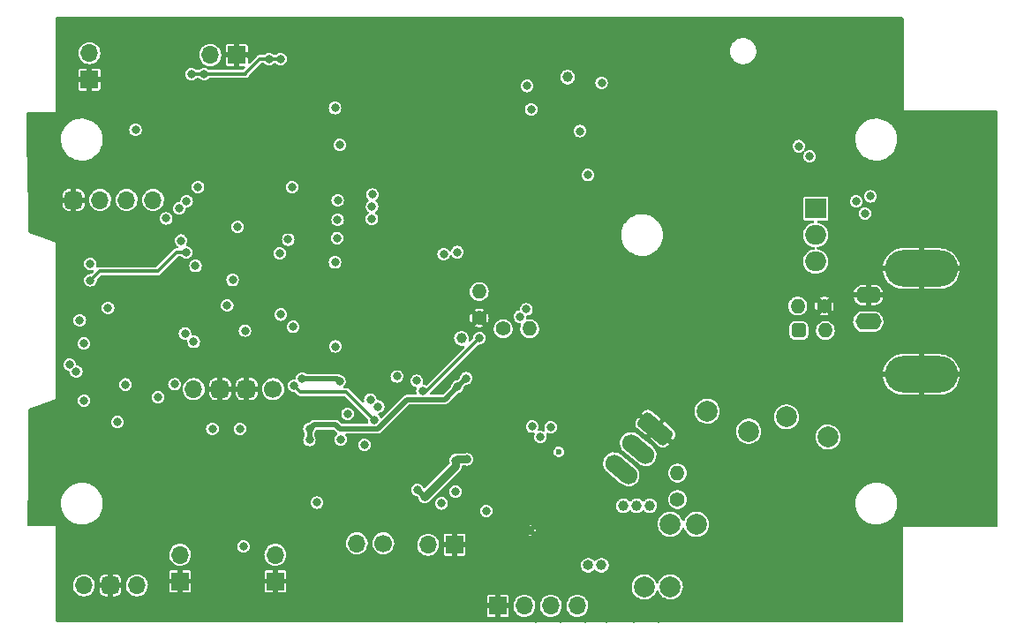
<source format=gbr>
%TF.GenerationSoftware,KiCad,Pcbnew,(6.0.4-0)*%
%TF.CreationDate,2024-06-03T16:46:29-04:00*%
%TF.ProjectId,SignalSlinger,5369676e-616c-4536-9c69-6e6765722e6b,rev?*%
%TF.SameCoordinates,Original*%
%TF.FileFunction,Copper,L2,Inr*%
%TF.FilePolarity,Positive*%
%FSLAX46Y46*%
G04 Gerber Fmt 4.6, Leading zero omitted, Abs format (unit mm)*
G04 Created by KiCad (PCBNEW (6.0.4-0)) date 2024-06-03 16:46:29*
%MOMM*%
%LPD*%
G01*
G04 APERTURE LIST*
G04 Aperture macros list*
%AMRoundRect*
0 Rectangle with rounded corners*
0 $1 Rounding radius*
0 $2 $3 $4 $5 $6 $7 $8 $9 X,Y pos of 4 corners*
0 Add a 4 corners polygon primitive as box body*
4,1,4,$2,$3,$4,$5,$6,$7,$8,$9,$2,$3,0*
0 Add four circle primitives for the rounded corners*
1,1,$1+$1,$2,$3*
1,1,$1+$1,$4,$5*
1,1,$1+$1,$6,$7*
1,1,$1+$1,$8,$9*
0 Add four rect primitives between the rounded corners*
20,1,$1+$1,$2,$3,$4,$5,0*
20,1,$1+$1,$4,$5,$6,$7,0*
20,1,$1+$1,$6,$7,$8,$9,0*
20,1,$1+$1,$8,$9,$2,$3,0*%
%AMHorizOval*
0 Thick line with rounded ends*
0 $1 width*
0 $2 $3 position (X,Y) of the first rounded end (center of the circle)*
0 $4 $5 position (X,Y) of the second rounded end (center of the circle)*
0 Add line between two ends*
20,1,$1,$2,$3,$4,$5,0*
0 Add two circle primitives to create the rounded ends*
1,1,$1,$2,$3*
1,1,$1,$4,$5*%
G04 Aperture macros list end*
%TA.AperFunction,ComponentPad*%
%ADD10R,1.700000X1.700000*%
%TD*%
%TA.AperFunction,ComponentPad*%
%ADD11O,1.700000X1.700000*%
%TD*%
%TA.AperFunction,ComponentPad*%
%ADD12RoundRect,0.350000X-0.350000X-0.350000X0.350000X-0.350000X0.350000X0.350000X-0.350000X0.350000X0*%
%TD*%
%TA.AperFunction,ComponentPad*%
%ADD13O,1.400000X1.400000*%
%TD*%
%TA.AperFunction,ComponentPad*%
%ADD14C,1.700000*%
%TD*%
%TA.AperFunction,ComponentPad*%
%ADD15C,0.600000*%
%TD*%
%TA.AperFunction,ComponentPad*%
%ADD16C,1.400000*%
%TD*%
%TA.AperFunction,ComponentPad*%
%ADD17C,1.000000*%
%TD*%
%TA.AperFunction,ComponentPad*%
%ADD18HorizOval,1.699260X-0.689769X0.578785X0.689769X-0.578785X0*%
%TD*%
%TA.AperFunction,ComponentPad*%
%ADD19RoundRect,0.424815X1.288262X-0.526424X-0.742131X1.177278X-1.288262X0.526424X0.742131X-1.177278X0*%
%TD*%
%TA.AperFunction,ComponentPad*%
%ADD20C,2.000000*%
%TD*%
%TA.AperFunction,ComponentPad*%
%ADD21O,2.500000X1.600000*%
%TD*%
%TA.AperFunction,ComponentPad*%
%ADD22O,7.000000X3.500000*%
%TD*%
%TA.AperFunction,ComponentPad*%
%ADD23O,1.000000X1.000000*%
%TD*%
%TA.AperFunction,ComponentPad*%
%ADD24RoundRect,0.425000X-0.425000X0.425000X-0.425000X-0.425000X0.425000X-0.425000X0.425000X0.425000X0*%
%TD*%
%TA.AperFunction,ComponentPad*%
%ADD25R,2.000000X1.905000*%
%TD*%
%TA.AperFunction,ComponentPad*%
%ADD26O,2.000000X1.905000*%
%TD*%
%TA.AperFunction,ComponentPad*%
%ADD27RoundRect,0.425000X0.425000X-0.425000X0.425000X0.425000X-0.425000X0.425000X-0.425000X-0.425000X0*%
%TD*%
%TA.AperFunction,ViaPad*%
%ADD28C,0.800000*%
%TD*%
%TA.AperFunction,ViaPad*%
%ADD29C,1.000000*%
%TD*%
%TA.AperFunction,Conductor*%
%ADD30C,0.500000*%
%TD*%
%TA.AperFunction,Conductor*%
%ADD31C,0.350000*%
%TD*%
%TA.AperFunction,Conductor*%
%ADD32C,0.750000*%
%TD*%
G04 APERTURE END LIST*
D10*
%TO.N,GND*%
%TO.C,J104*%
X61270000Y-114320000D03*
D11*
%TO.N,Net-(D103-Pad2)*%
X61270000Y-111780000D03*
%TD*%
D12*
%TO.N,Net-(C208-Pad1)*%
%TO.C,R1*%
X120620000Y-90270000D03*
D13*
%TO.N,Vdrive*%
X123160000Y-90270000D03*
%TD*%
D10*
%TO.N,GND*%
%TO.C,J203*%
X52570000Y-66205000D03*
D11*
%TO.N,Net-(C216-Pad1)*%
X52570000Y-63665000D03*
%TD*%
D14*
%TO.N,Net-(J101-Pad1)*%
%TO.C,J101*%
X80750000Y-110685000D03*
D11*
%TO.N,+BATT*%
X78210000Y-110685000D03*
%TD*%
D15*
%TO.N,CLK1*%
%TO.C,W101*%
X97610000Y-101910000D03*
%TO.N,GND*%
X94873839Y-109427541D03*
%TD*%
D10*
%TO.N,GND*%
%TO.C,J103*%
X87600000Y-110825000D03*
D11*
%TO.N,Net-(C104-Pad1)*%
X85060000Y-110825000D03*
%TD*%
D16*
%TO.N,GND*%
%TO.C,R4*%
X89960000Y-89070000D03*
D13*
%TO.N,Net-(R3-Pad1)*%
X89960000Y-86530000D03*
%TD*%
D17*
%TO.N,Net-(JP101-Pad1)*%
%TO.C,JP101*%
X103785000Y-107090000D03*
%TO.N,Net-(JP101-Pad2)*%
X105055000Y-107090000D03*
%TO.N,Net-(JP101-Pad3)*%
X106325000Y-107090000D03*
%TD*%
D10*
%TO.N,GND*%
%TO.C,J106*%
X70410000Y-114320000D03*
D11*
%TO.N,Net-(D104-Pad2)*%
X70410000Y-111780000D03*
%TD*%
D16*
%TO.N,GND*%
%TO.C,R2*%
X123060000Y-87920000D03*
D13*
%TO.N,Net-(C208-Pad1)*%
X120520000Y-87920000D03*
%TD*%
D18*
%TO.N,Net-(JP101-Pad1)*%
%TO.C,Q103*%
X103577319Y-103585753D03*
%TO.N,Net-(L101-Pad2)*%
X105210000Y-101640000D03*
D19*
%TO.N,GND*%
X106842681Y-99694247D03*
%TD*%
D20*
%TO.N,Net-(C301-Pad2)*%
%TO.C,L301*%
X111810000Y-97995100D03*
%TO.N,Net-(C303-Pad2)*%
X115810000Y-99938200D03*
%TD*%
%TO.N,Net-(C111-Pad1)*%
%TO.C,L101*%
X105790000Y-114860000D03*
%TO.N,Net-(L101-Pad2)*%
X108290000Y-108860000D03*
X108290000Y-114860000D03*
%TO.N,RF_Raw*%
X110790000Y-108860000D03*
%TD*%
D16*
%TO.N,Net-(L101-Pad2)*%
%TO.C,R109*%
X108970000Y-106490000D03*
D13*
%TO.N,Net-(JP101-Pad3)*%
X108970000Y-103950000D03*
%TD*%
D21*
%TO.N,Net-(C304-Pad1)*%
%TO.C,J301*%
X127275000Y-89412500D03*
%TO.N,GND*%
X127275000Y-86872500D03*
D22*
X132355000Y-84332500D03*
X132355000Y-94492500D03*
%TD*%
D10*
%TO.N,GND*%
%TO.C,J204*%
X66700000Y-63850000D03*
D11*
%TO.N,Net-(J204-Pad2)*%
X64160000Y-63850000D03*
%TD*%
D23*
%TO.N,Net-(C109-Pad2)*%
%TO.C,JP102*%
X100420000Y-112790000D03*
D17*
%TO.N,Net-(C111-Pad1)*%
X101690000Y-112790000D03*
%TD*%
D10*
%TO.N,GND*%
%TO.C,TP101*%
X91750000Y-116680000D03*
D11*
%TO.N,VDD*%
X94290000Y-116680000D03*
%TO.N,Net-(R107-Pad1)*%
X96830000Y-116680000D03*
%TO.N,Net-(R108-Pad1)*%
X99370000Y-116680000D03*
%TD*%
D20*
%TO.N,Net-(C303-Pad2)*%
%TO.C,L302*%
X123430000Y-100494900D03*
%TO.N,Net-(C304-Pad1)*%
X119430000Y-98551800D03*
%TD*%
D16*
%TO.N,Net-(R3-Pad1)*%
%TO.C,R3*%
X92260000Y-90100000D03*
D13*
%TO.N,Vdrive*%
X94800000Y-90100000D03*
%TD*%
D11*
%TO.N,Frequency Down*%
%TO.C,J102*%
X52045000Y-114710000D03*
D24*
%TO.N,GND*%
X54585000Y-114710000D03*
D11*
%TO.N,Frequency Up*%
X57125000Y-114710000D03*
%TD*%
D24*
%TO.N,GND*%
%TO.C,J105*%
X51052500Y-77750000D03*
D11*
%TO.N,Paddle_Dit*%
X53592500Y-77750000D03*
%TO.N,Paddle Dah*%
X56132500Y-77750000D03*
%TO.N,Straightkey*%
X58672500Y-77750000D03*
%TD*%
D25*
%TO.N,Net-(C208-Pad1)*%
%TO.C,U203*%
X122240000Y-78560000D03*
D26*
%TO.N,Vdrive*%
X122240000Y-81100000D03*
%TO.N,Net-(C207-Pad2)*%
X122240000Y-83640000D03*
%TD*%
D14*
%TO.N,+BATT*%
%TO.C,MOD201*%
X70197500Y-95890000D03*
D27*
%TO.N,GND*%
X67657500Y-95890000D03*
X65117500Y-95890000D03*
D11*
%TO.N,Net-(D206-Pad1)*%
X62577500Y-95890000D03*
%TD*%
D28*
%TO.N,+BATT*%
X76670000Y-100730000D03*
%TO.N,GND*%
X50010000Y-110590000D03*
X109815000Y-82230000D03*
X69230000Y-104070000D03*
X105110000Y-96890000D03*
X50030000Y-82000000D03*
X104860000Y-68000000D03*
X74940000Y-63030000D03*
X97270000Y-75220000D03*
X105160000Y-74240000D03*
X62880000Y-67120000D03*
X116270000Y-117770000D03*
X98060000Y-103720000D03*
X124965500Y-96850000D03*
X107631174Y-77840000D03*
X122670000Y-97528498D03*
X71550000Y-117570000D03*
X57250000Y-98350000D03*
X108570000Y-102420000D03*
X102940000Y-74240000D03*
X132610000Y-69790000D03*
X52770000Y-92210000D03*
X128470000Y-90790000D03*
X76540000Y-93680000D03*
X98410000Y-99770000D03*
X83740000Y-66140000D03*
X58425500Y-89283000D03*
X107150000Y-117890000D03*
X120120000Y-77310000D03*
X70670000Y-67610000D03*
X117820000Y-99110000D03*
X91670000Y-97250000D03*
X56680000Y-93240000D03*
X90950000Y-100610000D03*
X60940000Y-70500000D03*
X127190000Y-98660000D03*
X126500500Y-91930000D03*
X77370000Y-61140500D03*
X52250000Y-117630000D03*
X49980000Y-115170000D03*
X109815000Y-84005000D03*
X81660000Y-102080000D03*
X93950000Y-62990000D03*
X55890000Y-91810000D03*
X106590000Y-87780000D03*
X116760000Y-98190000D03*
X105160000Y-85830000D03*
X121805500Y-101505502D03*
X54760000Y-117600000D03*
X86674500Y-90091077D03*
X93160000Y-72930000D03*
X85740000Y-76180000D03*
X50150000Y-61200000D03*
X89420000Y-96260000D03*
X109760000Y-90200000D03*
X95270000Y-61040000D03*
X66510000Y-66770000D03*
X123580000Y-117770000D03*
X108170000Y-91660000D03*
X97791384Y-71978118D03*
X111260000Y-88760000D03*
X100180000Y-69240000D03*
X111770000Y-76254500D03*
X72890000Y-85420000D03*
X139020000Y-94640000D03*
X113200000Y-101030000D03*
X97980000Y-61110000D03*
X138940000Y-69970000D03*
X91370000Y-63030000D03*
X64450000Y-61170000D03*
X80901835Y-96409491D03*
X93140000Y-71650000D03*
X50150000Y-64370000D03*
X107631174Y-76254500D03*
X115914662Y-96993705D03*
X61630000Y-84950000D03*
X75490000Y-87530000D03*
X89539787Y-61024808D03*
X120270000Y-97090000D03*
X97770000Y-82550000D03*
X61590000Y-61170000D03*
X127500000Y-61020000D03*
X111964992Y-73044992D03*
X80840000Y-93325500D03*
X55780000Y-61200000D03*
X52880000Y-61200000D03*
X136000000Y-108400000D03*
X127780000Y-93100000D03*
X74190000Y-87780000D03*
X68607000Y-65610000D03*
X104770000Y-117890000D03*
X128120000Y-91990000D03*
X88440000Y-75490000D03*
X119820000Y-108430000D03*
X58690000Y-61200000D03*
X99510000Y-102250000D03*
X88810000Y-117350000D03*
X83360000Y-117590000D03*
X88970000Y-66094500D03*
X67770000Y-73330000D03*
X125610000Y-92730000D03*
X73150000Y-89600000D03*
X88750000Y-100520000D03*
X60100000Y-63550000D03*
X69940000Y-61140000D03*
X114360000Y-96940000D03*
X92260000Y-80640000D03*
X139000000Y-105160000D03*
X88520000Y-98110000D03*
X118434500Y-97276085D03*
X101000000Y-61030980D03*
X117890000Y-75250000D03*
X52630000Y-95200000D03*
X55410000Y-79990000D03*
X90980000Y-94950000D03*
X74190000Y-86470000D03*
X129960000Y-112050000D03*
X76980000Y-117510000D03*
X97010000Y-111080000D03*
X105550000Y-110270000D03*
X69564500Y-88790000D03*
X60600000Y-92240000D03*
X66000000Y-104960000D03*
X49980000Y-112980000D03*
X69300000Y-68380000D03*
X55450000Y-82660000D03*
X139000000Y-87630000D03*
X104530000Y-112250000D03*
X65610000Y-117570000D03*
X96870000Y-62920000D03*
X58157701Y-92717701D03*
X86320000Y-61130000D03*
X60000000Y-117580000D03*
X67000000Y-76650000D03*
X126810000Y-94180000D03*
X93090000Y-106220000D03*
X103120000Y-77840000D03*
X114490000Y-86969500D03*
X74410000Y-90575500D03*
X95070000Y-75020000D03*
X69330000Y-87570000D03*
X103130000Y-85830000D03*
X58230000Y-85390000D03*
X93130000Y-103020000D03*
X109780000Y-74240000D03*
X93180000Y-74880000D03*
X139020000Y-84860000D03*
X75920000Y-97070000D03*
X68410000Y-69580000D03*
X124540000Y-61080000D03*
X50060000Y-99660000D03*
X96320000Y-85250000D03*
X102150000Y-117890000D03*
X92810000Y-66070000D03*
X111710000Y-69450000D03*
X90090000Y-80790000D03*
X121640000Y-61080000D03*
X70350000Y-90110000D03*
X119430000Y-101505502D03*
X64790000Y-66670000D03*
X112770000Y-87699011D03*
X111820000Y-95670000D03*
X76570000Y-71170000D03*
X107670000Y-85800000D03*
X79407701Y-91752299D03*
X107800000Y-97060000D03*
X86950112Y-91640077D03*
X54590000Y-97470000D03*
X68610000Y-75200000D03*
X123510000Y-102140000D03*
X126620000Y-95690000D03*
X126830000Y-117720000D03*
X102320000Y-97520000D03*
X111162345Y-71117655D03*
X92510000Y-61060000D03*
X109815000Y-76254500D03*
X69130000Y-106580000D03*
X121200000Y-97528498D03*
X120620000Y-82410000D03*
X53340000Y-87570000D03*
X104915008Y-91955008D03*
X129910000Y-115240000D03*
X112800000Y-117830000D03*
X107631174Y-84005000D03*
X107631174Y-74240000D03*
X103780000Y-61040000D03*
X50110000Y-68110000D03*
X123730000Y-110260000D03*
X50010000Y-103130000D03*
X111764500Y-100959772D03*
X120680000Y-101505502D03*
X56750000Y-85364020D03*
X138850000Y-101580000D03*
X103210000Y-84005000D03*
X135320000Y-69820000D03*
X97030000Y-109220000D03*
X124950000Y-101770000D03*
X76100000Y-84880000D03*
X56275641Y-89084613D03*
X103150000Y-82200000D03*
X66590000Y-74560000D03*
X108760000Y-87800000D03*
X68607000Y-67480000D03*
X109420000Y-61010000D03*
X56100000Y-98400011D03*
X124965655Y-93814498D03*
X106280000Y-95890000D03*
X105160000Y-76254500D03*
X80990000Y-117510000D03*
X74620000Y-117530000D03*
X75660000Y-66520000D03*
X115300000Y-61080000D03*
X133010000Y-108350000D03*
X57500000Y-80180000D03*
X105620000Y-105460000D03*
X88900000Y-63070000D03*
X61240000Y-83569500D03*
X91210000Y-103520000D03*
X68220000Y-76720000D03*
X103720000Y-98240000D03*
X116030000Y-101580000D03*
X109815000Y-77840000D03*
X113430000Y-73460498D03*
X126450000Y-113520000D03*
X124965500Y-95440000D03*
X83160007Y-94289993D03*
X82555981Y-102100000D03*
X113202655Y-70967345D03*
X85640000Y-66180000D03*
X129930000Y-63420000D03*
X124160000Y-97777300D03*
X58050000Y-83810000D03*
X60603177Y-94434299D03*
X58295500Y-90940000D03*
X66570000Y-68320000D03*
X111530000Y-92640000D03*
X99910000Y-80140000D03*
X57050000Y-86660000D03*
X118550000Y-61080000D03*
X102890000Y-72410000D03*
X100154873Y-117898619D03*
X85350000Y-98290000D03*
X138950000Y-98040000D03*
X80040000Y-61140500D03*
X93960000Y-98180000D03*
X93100000Y-104750000D03*
X83170000Y-61130000D03*
X109680000Y-92540000D03*
X106740000Y-93190000D03*
X99540000Y-103850000D03*
X72090000Y-104030000D03*
X139070000Y-72730000D03*
X99790000Y-87730000D03*
X73020000Y-97040000D03*
X105450000Y-66790000D03*
X67070000Y-61140000D03*
X75670000Y-88810000D03*
X96580000Y-91320000D03*
X103160000Y-76254500D03*
X87820000Y-77570000D03*
X99540000Y-100820000D03*
X51770000Y-84597000D03*
X109600000Y-117860000D03*
X115070000Y-72710000D03*
X61560000Y-86140000D03*
X57830000Y-82450000D03*
X103430000Y-110520000D03*
X75520000Y-92860000D03*
X67120000Y-94200000D03*
X50090000Y-75770000D03*
X80740000Y-88650000D03*
X95380000Y-117880000D03*
X72700000Y-61140000D03*
X62700000Y-117560000D03*
X49960000Y-97740000D03*
X99060000Y-75850000D03*
X126580000Y-97460000D03*
X94794268Y-86434953D03*
X116720000Y-73630000D03*
X106080000Y-63660000D03*
X103150000Y-79700000D03*
X97670000Y-80150000D03*
X109690000Y-100770000D03*
X60980000Y-68990000D03*
X114470000Y-101050000D03*
X95486271Y-88267252D03*
X66600000Y-69900000D03*
X119730000Y-117720000D03*
X85576412Y-93032212D03*
X112950000Y-96830000D03*
X76940000Y-67280000D03*
X90750000Y-66070000D03*
X117340000Y-77480000D03*
X112500000Y-61050000D03*
X105160000Y-77840000D03*
X126500500Y-90920000D03*
X70650000Y-63030000D03*
X129900000Y-67980000D03*
X120120000Y-75285500D03*
X95600000Y-98230000D03*
X115750000Y-107310000D03*
X90620000Y-75490000D03*
X67120000Y-92750000D03*
X129870000Y-65770000D03*
X109840000Y-85830000D03*
X129910000Y-117770000D03*
X106660000Y-61040000D03*
X129900000Y-61050000D03*
X75100000Y-61140000D03*
X57260000Y-117580000D03*
X50050000Y-80030000D03*
X71390000Y-92024500D03*
X58210000Y-87460000D03*
X81450000Y-95460000D03*
X102930000Y-92330500D03*
X72510000Y-62950000D03*
X125930000Y-100650000D03*
X87460000Y-117480000D03*
X117967345Y-100712700D03*
X68490000Y-117570000D03*
X87410500Y-89245631D03*
X98130000Y-112000000D03*
X86860000Y-98160000D03*
X116990000Y-101280000D03*
X118920000Y-82410000D03*
X91080000Y-98950000D03*
X109815000Y-80120000D03*
X100790000Y-92340500D03*
X101980000Y-87699011D03*
X97780000Y-117880000D03*
X87320000Y-66094500D03*
X105160000Y-84005000D03*
X76160000Y-98240000D03*
X94680000Y-101970000D03*
X50000000Y-117630000D03*
X76890000Y-90300000D03*
X104070000Y-65670000D03*
X138950000Y-91120000D03*
X139050000Y-108450000D03*
X91230000Y-105960000D03*
X121950000Y-108430000D03*
%TO.N,+3V3*%
X63590000Y-65670000D03*
X62580000Y-91360000D03*
X70900000Y-64220000D03*
X62360000Y-65670000D03*
X61900000Y-77860000D03*
X69810000Y-64220000D03*
X61190000Y-78570000D03*
X61740000Y-90540000D03*
%TO.N,VDD*%
X84722701Y-106247299D03*
X88770000Y-102630000D03*
X87720000Y-102730000D03*
X84037701Y-105562299D03*
%TO.N,Net-(C104-Pad1)*%
X89980000Y-90990000D03*
X99600000Y-71140000D03*
X84515980Y-96045500D03*
%TO.N,Net-(C109-Pad2)*%
X95840000Y-100480000D03*
X96813344Y-99547870D03*
%TO.N,Net-(C203-Pad2)*%
X80270000Y-97560000D03*
X100372177Y-75357823D03*
X94487174Y-88238780D03*
X76560000Y-95120000D03*
X72980000Y-94880000D03*
X79520000Y-96890000D03*
X93860000Y-88930000D03*
%TO.N,Net-(D102-Pad2)*%
X76600000Y-72460000D03*
X94560000Y-66810000D03*
%TO.N,V_ext*%
X87860000Y-95680000D03*
X121650000Y-73570000D03*
X73675500Y-99740000D03*
X127490000Y-77400000D03*
X88720000Y-94850000D03*
X79680000Y-78360000D03*
X79700000Y-77230000D03*
X120610000Y-72590000D03*
X73675500Y-100770000D03*
X79670000Y-79560000D03*
X126960000Y-79040000D03*
X126100000Y-77880000D03*
D29*
%TO.N,Net-(J101-Pad1)*%
X88260000Y-91030000D03*
X98440000Y-65960000D03*
D28*
X83970007Y-95099993D03*
%TO.N,V+_Charging*%
X64370000Y-99720000D03*
X67010000Y-99720000D03*
X50670000Y-93550000D03*
X51310000Y-94210000D03*
%TO.N,Power_enable*%
X101700000Y-66500000D03*
X66790000Y-80320000D03*
%TO.N,Vext*%
X77330000Y-98250000D03*
X72002299Y-76522299D03*
X78950000Y-101240000D03*
%TO.N,Vbat*%
X94940000Y-69070000D03*
X76390000Y-77780000D03*
%TO.N,Net-(R104-Pad2)*%
X67340000Y-111000000D03*
X72130000Y-89920000D03*
%TO.N,Net-(R107-Pad1)*%
X76380000Y-79660000D03*
X87690000Y-105720000D03*
%TO.N,Paddle_Dit*%
X61370000Y-81650000D03*
X52660000Y-83860000D03*
%TO.N,FET_DRIVER_ENABLE*%
X76150000Y-91800000D03*
X95030000Y-99490000D03*
X82068847Y-94675121D03*
%TO.N,V3V3_PWR_ENABLE*%
X67500000Y-90280000D03*
X72220000Y-95570000D03*
X79890000Y-98830000D03*
%TO.N,Net-(R105-Pad2)*%
X74405500Y-106780000D03*
X70940000Y-88740000D03*
%TO.N,Net-(R108-Pad1)*%
X86360000Y-106860000D03*
X76330000Y-81400000D03*
X90640000Y-107570000D03*
%TO.N,Straightkey*%
X62750000Y-84080000D03*
X54360000Y-88090000D03*
%TO.N,Frequency Up*%
X60731416Y-95425540D03*
X76130000Y-68929500D03*
X56040000Y-95450000D03*
%TO.N,Frequency Down*%
X59942299Y-79517701D03*
X52060000Y-96980000D03*
X59160000Y-96660000D03*
X55262299Y-99052299D03*
%TO.N,Paddle Dah*%
X61855500Y-82770000D03*
X52665960Y-85454527D03*
%TO.N,Net-(D105-Pad2)*%
X66310000Y-85440000D03*
X71640000Y-81550000D03*
X51650000Y-89300000D03*
%TO.N,Net-(D106-Pad1)*%
X52040000Y-91522000D03*
X65790000Y-87880000D03*
X70830000Y-82870000D03*
%TO.N,Fan_Contr*%
X62992000Y-76500000D03*
X57000000Y-71030000D03*
%TO.N,BOOST_PWR_ENABLE*%
X76130000Y-83740000D03*
X87850000Y-82750000D03*
%TO.N,Net-(R3-Pad1)*%
X86550000Y-82954500D03*
%TD*%
D30*
%TO.N,GND*%
X93140000Y-71650000D02*
X97463266Y-71650000D01*
X97463266Y-71650000D02*
X97791384Y-71978118D01*
X97791384Y-71628616D02*
X100180000Y-69240000D01*
X97791384Y-71978118D02*
X97791384Y-71628616D01*
D31*
%TO.N,+3V3*%
X69810000Y-64220000D02*
X70900000Y-64220000D01*
X63590000Y-65670000D02*
X67520000Y-65670000D01*
X67520000Y-65670000D02*
X67520000Y-65601675D01*
X67520000Y-65601675D02*
X68901675Y-64220000D01*
X68901675Y-64220000D02*
X69810000Y-64220000D01*
X62360000Y-65670000D02*
X63590000Y-65670000D01*
D30*
%TO.N,VDD*%
X84722701Y-106247299D02*
X84037701Y-105562299D01*
D32*
X87820000Y-102630000D02*
X87720000Y-102730000D01*
X88770000Y-102630000D02*
X87820000Y-102630000D01*
X87720000Y-103250000D02*
X84722701Y-106247299D01*
X87720000Y-102730000D02*
X87720000Y-103250000D01*
D31*
%TO.N,Net-(C104-Pad1)*%
X84515980Y-96045500D02*
X84924500Y-96045500D01*
X84924500Y-96045500D02*
X89980000Y-90990000D01*
D30*
%TO.N,Net-(C203-Pad2)*%
X76320000Y-94880000D02*
X76560000Y-95120000D01*
X72980000Y-94880000D02*
X76320000Y-94880000D01*
%TO.N,V_ext*%
X74105500Y-99310000D02*
X76205891Y-99310000D01*
X76205891Y-99310000D02*
X76585891Y-99690000D01*
X83044989Y-96895011D02*
X86644989Y-96895011D01*
X86644989Y-96895011D02*
X87860000Y-95680000D01*
X80250000Y-99690000D02*
X83044989Y-96895011D01*
X76585891Y-99690000D02*
X80250000Y-99690000D01*
X88690000Y-94850000D02*
X87860000Y-95680000D01*
X73675500Y-99740000D02*
X74105500Y-99310000D01*
X73675500Y-99740000D02*
X73675500Y-100770000D01*
X88720000Y-94850000D02*
X88690000Y-94850000D01*
D31*
%TO.N,V3V3_PWR_ENABLE*%
X72820000Y-96170000D02*
X77230000Y-96170000D01*
X72220000Y-95570000D02*
X72820000Y-96170000D01*
X77230000Y-96170000D02*
X79890000Y-98830000D01*
%TO.N,Paddle Dah*%
X52665960Y-85454527D02*
X53530978Y-84589509D01*
X53530978Y-84589509D02*
X59124666Y-84589509D01*
X60944175Y-82770000D02*
X61855500Y-82770000D01*
X59124666Y-84589509D02*
X60944175Y-82770000D01*
%TD*%
%TA.AperFunction,Conductor*%
%TO.N,GND*%
G36*
X130602121Y-60220002D02*
G01*
X130648614Y-60273658D01*
X130660000Y-60326000D01*
X130660000Y-69180000D01*
X139564000Y-69180000D01*
X139632121Y-69200002D01*
X139678614Y-69253658D01*
X139690000Y-69306000D01*
X139690000Y-108974000D01*
X139669998Y-109042121D01*
X139616342Y-109088614D01*
X139564000Y-109100000D01*
X130610000Y-109100000D01*
X130610000Y-118104000D01*
X130589998Y-118172121D01*
X130536342Y-118218614D01*
X130484000Y-118230000D01*
X49456411Y-118230000D01*
X49388290Y-118209998D01*
X49341797Y-118156342D01*
X49330412Y-118103590D01*
X49332236Y-117543511D01*
X90700000Y-117543511D01*
X90701207Y-117555766D01*
X90709183Y-117595864D01*
X90718499Y-117618355D01*
X90748915Y-117663876D01*
X90766124Y-117681085D01*
X90811645Y-117711501D01*
X90834136Y-117720817D01*
X90874234Y-117728793D01*
X90886489Y-117730000D01*
X91481885Y-117730000D01*
X91497124Y-117725525D01*
X91498329Y-117724135D01*
X91500000Y-117716452D01*
X91500000Y-117711885D01*
X92000000Y-117711885D01*
X92004475Y-117727124D01*
X92005865Y-117728329D01*
X92013548Y-117730000D01*
X92613511Y-117730000D01*
X92625766Y-117728793D01*
X92665864Y-117720817D01*
X92688355Y-117711501D01*
X92733876Y-117681085D01*
X92751085Y-117663876D01*
X92781501Y-117618355D01*
X92790817Y-117595864D01*
X92798793Y-117555766D01*
X92800000Y-117543511D01*
X92800000Y-116948115D01*
X92795525Y-116932876D01*
X92794135Y-116931671D01*
X92786452Y-116930000D01*
X92018115Y-116930000D01*
X92002876Y-116934475D01*
X92001671Y-116935865D01*
X92000000Y-116943548D01*
X92000000Y-117711885D01*
X91500000Y-117711885D01*
X91500000Y-116948115D01*
X91495525Y-116932876D01*
X91494135Y-116931671D01*
X91486452Y-116930000D01*
X90718115Y-116930000D01*
X90702876Y-116934475D01*
X90701671Y-116935865D01*
X90700000Y-116943548D01*
X90700000Y-117543511D01*
X49332236Y-117543511D01*
X49335097Y-116665262D01*
X93234520Y-116665262D01*
X93251759Y-116870553D01*
X93253458Y-116876478D01*
X93274000Y-116948115D01*
X93308544Y-117068586D01*
X93311359Y-117074063D01*
X93311360Y-117074066D01*
X93332247Y-117114707D01*
X93402712Y-117251818D01*
X93530677Y-117413270D01*
X93687564Y-117546791D01*
X93867398Y-117647297D01*
X93962238Y-117678113D01*
X94057471Y-117709056D01*
X94057475Y-117709057D01*
X94063329Y-117710959D01*
X94267894Y-117735351D01*
X94274029Y-117734879D01*
X94274031Y-117734879D01*
X94337437Y-117730000D01*
X94473300Y-117719546D01*
X94479230Y-117717890D01*
X94479232Y-117717890D01*
X94665797Y-117665800D01*
X94665796Y-117665800D01*
X94671725Y-117664145D01*
X94677214Y-117661372D01*
X94677220Y-117661370D01*
X94850116Y-117574033D01*
X94855610Y-117571258D01*
X95017951Y-117444424D01*
X95152564Y-117288472D01*
X95173387Y-117251818D01*
X95251276Y-117114707D01*
X95254323Y-117109344D01*
X95319351Y-116913863D01*
X95345171Y-116709474D01*
X95345583Y-116680000D01*
X95344138Y-116665262D01*
X95774520Y-116665262D01*
X95791759Y-116870553D01*
X95793458Y-116876478D01*
X95814000Y-116948115D01*
X95848544Y-117068586D01*
X95851359Y-117074063D01*
X95851360Y-117074066D01*
X95872247Y-117114707D01*
X95942712Y-117251818D01*
X96070677Y-117413270D01*
X96227564Y-117546791D01*
X96407398Y-117647297D01*
X96502238Y-117678113D01*
X96597471Y-117709056D01*
X96597475Y-117709057D01*
X96603329Y-117710959D01*
X96807894Y-117735351D01*
X96814029Y-117734879D01*
X96814031Y-117734879D01*
X96877437Y-117730000D01*
X97013300Y-117719546D01*
X97019230Y-117717890D01*
X97019232Y-117717890D01*
X97205797Y-117665800D01*
X97205796Y-117665800D01*
X97211725Y-117664145D01*
X97217214Y-117661372D01*
X97217220Y-117661370D01*
X97390116Y-117574033D01*
X97395610Y-117571258D01*
X97557951Y-117444424D01*
X97692564Y-117288472D01*
X97713387Y-117251818D01*
X97791276Y-117114707D01*
X97794323Y-117109344D01*
X97859351Y-116913863D01*
X97885171Y-116709474D01*
X97885583Y-116680000D01*
X97884138Y-116665262D01*
X98314520Y-116665262D01*
X98331759Y-116870553D01*
X98333458Y-116876478D01*
X98354000Y-116948115D01*
X98388544Y-117068586D01*
X98391359Y-117074063D01*
X98391360Y-117074066D01*
X98412247Y-117114707D01*
X98482712Y-117251818D01*
X98610677Y-117413270D01*
X98767564Y-117546791D01*
X98947398Y-117647297D01*
X99042238Y-117678113D01*
X99137471Y-117709056D01*
X99137475Y-117709057D01*
X99143329Y-117710959D01*
X99347894Y-117735351D01*
X99354029Y-117734879D01*
X99354031Y-117734879D01*
X99417437Y-117730000D01*
X99553300Y-117719546D01*
X99559230Y-117717890D01*
X99559232Y-117717890D01*
X99745797Y-117665800D01*
X99745796Y-117665800D01*
X99751725Y-117664145D01*
X99757214Y-117661372D01*
X99757220Y-117661370D01*
X99930116Y-117574033D01*
X99935610Y-117571258D01*
X100097951Y-117444424D01*
X100232564Y-117288472D01*
X100253387Y-117251818D01*
X100331276Y-117114707D01*
X100334323Y-117109344D01*
X100399351Y-116913863D01*
X100425171Y-116709474D01*
X100425583Y-116680000D01*
X100405480Y-116474970D01*
X100345935Y-116277749D01*
X100249218Y-116095849D01*
X100174597Y-116004355D01*
X100122906Y-115940975D01*
X100122903Y-115940972D01*
X100119011Y-115936200D01*
X100098873Y-115919540D01*
X99965025Y-115808811D01*
X99965021Y-115808809D01*
X99960275Y-115804882D01*
X99779055Y-115706897D01*
X99582254Y-115645977D01*
X99576129Y-115645333D01*
X99576128Y-115645333D01*
X99383498Y-115625087D01*
X99383496Y-115625087D01*
X99377369Y-115624443D01*
X99303043Y-115631207D01*
X99178342Y-115642555D01*
X99178339Y-115642556D01*
X99172203Y-115643114D01*
X98974572Y-115701280D01*
X98969107Y-115704137D01*
X98958223Y-115709827D01*
X98792002Y-115796726D01*
X98787201Y-115800586D01*
X98787198Y-115800588D01*
X98636416Y-115921820D01*
X98631447Y-115925815D01*
X98499024Y-116083630D01*
X98496056Y-116089028D01*
X98496053Y-116089033D01*
X98489315Y-116101290D01*
X98399776Y-116264162D01*
X98337484Y-116460532D01*
X98336798Y-116466649D01*
X98336797Y-116466653D01*
X98315207Y-116659137D01*
X98314520Y-116665262D01*
X97884138Y-116665262D01*
X97865480Y-116474970D01*
X97805935Y-116277749D01*
X97709218Y-116095849D01*
X97634597Y-116004355D01*
X97582906Y-115940975D01*
X97582903Y-115940972D01*
X97579011Y-115936200D01*
X97558873Y-115919540D01*
X97425025Y-115808811D01*
X97425021Y-115808809D01*
X97420275Y-115804882D01*
X97239055Y-115706897D01*
X97042254Y-115645977D01*
X97036129Y-115645333D01*
X97036128Y-115645333D01*
X96843498Y-115625087D01*
X96843496Y-115625087D01*
X96837369Y-115624443D01*
X96763043Y-115631207D01*
X96638342Y-115642555D01*
X96638339Y-115642556D01*
X96632203Y-115643114D01*
X96434572Y-115701280D01*
X96429107Y-115704137D01*
X96418223Y-115709827D01*
X96252002Y-115796726D01*
X96247201Y-115800586D01*
X96247198Y-115800588D01*
X96096416Y-115921820D01*
X96091447Y-115925815D01*
X95959024Y-116083630D01*
X95956056Y-116089028D01*
X95956053Y-116089033D01*
X95949315Y-116101290D01*
X95859776Y-116264162D01*
X95797484Y-116460532D01*
X95796798Y-116466649D01*
X95796797Y-116466653D01*
X95775207Y-116659137D01*
X95774520Y-116665262D01*
X95344138Y-116665262D01*
X95325480Y-116474970D01*
X95265935Y-116277749D01*
X95169218Y-116095849D01*
X95094597Y-116004355D01*
X95042906Y-115940975D01*
X95042903Y-115940972D01*
X95039011Y-115936200D01*
X95018873Y-115919540D01*
X94885025Y-115808811D01*
X94885021Y-115808809D01*
X94880275Y-115804882D01*
X94699055Y-115706897D01*
X94502254Y-115645977D01*
X94496129Y-115645333D01*
X94496128Y-115645333D01*
X94303498Y-115625087D01*
X94303496Y-115625087D01*
X94297369Y-115624443D01*
X94223043Y-115631207D01*
X94098342Y-115642555D01*
X94098339Y-115642556D01*
X94092203Y-115643114D01*
X93894572Y-115701280D01*
X93889107Y-115704137D01*
X93878223Y-115709827D01*
X93712002Y-115796726D01*
X93707201Y-115800586D01*
X93707198Y-115800588D01*
X93556416Y-115921820D01*
X93551447Y-115925815D01*
X93419024Y-116083630D01*
X93416056Y-116089028D01*
X93416053Y-116089033D01*
X93409315Y-116101290D01*
X93319776Y-116264162D01*
X93257484Y-116460532D01*
X93256798Y-116466649D01*
X93256797Y-116466653D01*
X93235207Y-116659137D01*
X93234520Y-116665262D01*
X49335097Y-116665262D01*
X49335922Y-116411885D01*
X90700000Y-116411885D01*
X90704475Y-116427124D01*
X90705865Y-116428329D01*
X90713548Y-116430000D01*
X91481885Y-116430000D01*
X91497124Y-116425525D01*
X91498329Y-116424135D01*
X91500000Y-116416452D01*
X91500000Y-116411885D01*
X92000000Y-116411885D01*
X92004475Y-116427124D01*
X92005865Y-116428329D01*
X92013548Y-116430000D01*
X92781885Y-116430000D01*
X92797124Y-116425525D01*
X92798329Y-116424135D01*
X92800000Y-116416452D01*
X92800000Y-115816489D01*
X92798793Y-115804234D01*
X92790817Y-115764136D01*
X92781501Y-115741645D01*
X92751085Y-115696124D01*
X92733876Y-115678915D01*
X92688355Y-115648499D01*
X92665864Y-115639183D01*
X92625766Y-115631207D01*
X92613511Y-115630000D01*
X92018115Y-115630000D01*
X92002876Y-115634475D01*
X92001671Y-115635865D01*
X92000000Y-115643548D01*
X92000000Y-116411885D01*
X91500000Y-116411885D01*
X91500000Y-115648115D01*
X91495525Y-115632876D01*
X91494135Y-115631671D01*
X91486452Y-115630000D01*
X90886489Y-115630000D01*
X90874234Y-115631207D01*
X90834136Y-115639183D01*
X90811645Y-115648499D01*
X90766124Y-115678915D01*
X90748915Y-115696124D01*
X90718499Y-115741645D01*
X90709183Y-115764136D01*
X90701207Y-115804234D01*
X90700000Y-115816489D01*
X90700000Y-116411885D01*
X49335922Y-116411885D01*
X49341514Y-114695262D01*
X50989520Y-114695262D01*
X50990036Y-114701406D01*
X51003665Y-114863704D01*
X51006759Y-114900553D01*
X51008458Y-114906478D01*
X51029000Y-114978115D01*
X51063544Y-115098586D01*
X51066359Y-115104063D01*
X51066360Y-115104066D01*
X51147759Y-115262452D01*
X51157712Y-115281818D01*
X51285677Y-115443270D01*
X51290370Y-115447264D01*
X51290371Y-115447265D01*
X51407943Y-115547326D01*
X51442564Y-115576791D01*
X51622398Y-115677297D01*
X51690855Y-115699540D01*
X51812471Y-115739056D01*
X51812475Y-115739057D01*
X51818329Y-115740959D01*
X52022894Y-115765351D01*
X52029029Y-115764879D01*
X52029031Y-115764879D01*
X52094945Y-115759807D01*
X52228300Y-115749546D01*
X52234230Y-115747890D01*
X52234232Y-115747890D01*
X52387578Y-115705075D01*
X52426725Y-115694145D01*
X52432214Y-115691372D01*
X52432220Y-115691370D01*
X52605116Y-115604033D01*
X52610610Y-115601258D01*
X52772951Y-115474424D01*
X52782967Y-115462821D01*
X52903540Y-115323134D01*
X52903540Y-115323133D01*
X52907564Y-115318472D01*
X52928387Y-115281818D01*
X52974543Y-115200568D01*
X52977341Y-115195643D01*
X53535000Y-115195643D01*
X53535193Y-115200568D01*
X53537284Y-115227139D01*
X53539583Y-115239726D01*
X53579633Y-115377577D01*
X53585880Y-115392013D01*
X53658194Y-115514290D01*
X53667834Y-115526717D01*
X53768283Y-115627166D01*
X53780710Y-115636806D01*
X53902987Y-115709120D01*
X53917423Y-115715367D01*
X54055274Y-115755417D01*
X54067861Y-115757716D01*
X54094432Y-115759807D01*
X54099357Y-115760000D01*
X54316885Y-115760000D01*
X54332124Y-115755525D01*
X54333329Y-115754135D01*
X54335000Y-115746452D01*
X54335000Y-115741885D01*
X54835000Y-115741885D01*
X54839475Y-115757124D01*
X54840865Y-115758329D01*
X54848548Y-115760000D01*
X55070643Y-115760000D01*
X55075568Y-115759807D01*
X55102139Y-115757716D01*
X55114726Y-115755417D01*
X55252577Y-115715367D01*
X55267013Y-115709120D01*
X55389290Y-115636806D01*
X55401717Y-115627166D01*
X55502166Y-115526717D01*
X55511806Y-115514290D01*
X55584120Y-115392013D01*
X55590367Y-115377577D01*
X55630417Y-115239726D01*
X55632716Y-115227139D01*
X55634807Y-115200568D01*
X55635000Y-115195643D01*
X55635000Y-114978115D01*
X55630525Y-114962876D01*
X55629135Y-114961671D01*
X55621452Y-114960000D01*
X54853115Y-114960000D01*
X54837876Y-114964475D01*
X54836671Y-114965865D01*
X54835000Y-114973548D01*
X54835000Y-115741885D01*
X54335000Y-115741885D01*
X54335000Y-114978115D01*
X54330525Y-114962876D01*
X54329135Y-114961671D01*
X54321452Y-114960000D01*
X53553115Y-114960000D01*
X53537876Y-114964475D01*
X53536671Y-114965865D01*
X53535000Y-114973548D01*
X53535000Y-115195643D01*
X52977341Y-115195643D01*
X53009323Y-115139344D01*
X53074351Y-114943863D01*
X53100171Y-114739474D01*
X53100583Y-114710000D01*
X53099138Y-114695262D01*
X56069520Y-114695262D01*
X56070036Y-114701406D01*
X56083665Y-114863704D01*
X56086759Y-114900553D01*
X56088458Y-114906478D01*
X56109000Y-114978115D01*
X56143544Y-115098586D01*
X56146359Y-115104063D01*
X56146360Y-115104066D01*
X56227759Y-115262452D01*
X56237712Y-115281818D01*
X56365677Y-115443270D01*
X56370370Y-115447264D01*
X56370371Y-115447265D01*
X56487943Y-115547326D01*
X56522564Y-115576791D01*
X56702398Y-115677297D01*
X56770855Y-115699540D01*
X56892471Y-115739056D01*
X56892475Y-115739057D01*
X56898329Y-115740959D01*
X57102894Y-115765351D01*
X57109029Y-115764879D01*
X57109031Y-115764879D01*
X57174945Y-115759807D01*
X57308300Y-115749546D01*
X57314230Y-115747890D01*
X57314232Y-115747890D01*
X57467578Y-115705075D01*
X57506725Y-115694145D01*
X57512214Y-115691372D01*
X57512220Y-115691370D01*
X57685116Y-115604033D01*
X57690610Y-115601258D01*
X57852951Y-115474424D01*
X57862967Y-115462821D01*
X57983540Y-115323134D01*
X57983540Y-115323133D01*
X57987564Y-115318472D01*
X58008387Y-115281818D01*
X58054543Y-115200568D01*
X58064233Y-115183511D01*
X60220000Y-115183511D01*
X60221207Y-115195766D01*
X60229183Y-115235864D01*
X60238499Y-115258355D01*
X60268915Y-115303876D01*
X60286124Y-115321085D01*
X60331645Y-115351501D01*
X60354136Y-115360817D01*
X60394234Y-115368793D01*
X60406489Y-115370000D01*
X61001885Y-115370000D01*
X61017124Y-115365525D01*
X61018329Y-115364135D01*
X61020000Y-115356452D01*
X61020000Y-115351885D01*
X61520000Y-115351885D01*
X61524475Y-115367124D01*
X61525865Y-115368329D01*
X61533548Y-115370000D01*
X62133511Y-115370000D01*
X62145766Y-115368793D01*
X62185864Y-115360817D01*
X62208355Y-115351501D01*
X62253876Y-115321085D01*
X62271085Y-115303876D01*
X62301501Y-115258355D01*
X62310817Y-115235864D01*
X62318793Y-115195766D01*
X62320000Y-115183511D01*
X69360000Y-115183511D01*
X69361207Y-115195766D01*
X69369183Y-115235864D01*
X69378499Y-115258355D01*
X69408915Y-115303876D01*
X69426124Y-115321085D01*
X69471645Y-115351501D01*
X69494136Y-115360817D01*
X69534234Y-115368793D01*
X69546489Y-115370000D01*
X70141885Y-115370000D01*
X70157124Y-115365525D01*
X70158329Y-115364135D01*
X70160000Y-115356452D01*
X70160000Y-115351885D01*
X70660000Y-115351885D01*
X70664475Y-115367124D01*
X70665865Y-115368329D01*
X70673548Y-115370000D01*
X71273511Y-115370000D01*
X71285766Y-115368793D01*
X71325864Y-115360817D01*
X71348355Y-115351501D01*
X71393876Y-115321085D01*
X71411085Y-115303876D01*
X71441501Y-115258355D01*
X71450817Y-115235864D01*
X71458793Y-115195766D01*
X71460000Y-115183511D01*
X71460000Y-114828440D01*
X104584770Y-114828440D01*
X104599200Y-115048604D01*
X104600621Y-115054200D01*
X104600622Y-115054205D01*
X104646758Y-115235864D01*
X104653511Y-115262452D01*
X104655928Y-115267694D01*
X104655928Y-115267695D01*
X104694046Y-115350379D01*
X104745883Y-115462821D01*
X104873222Y-115643002D01*
X105031264Y-115796961D01*
X105036060Y-115800166D01*
X105036063Y-115800168D01*
X105120261Y-115856427D01*
X105214717Y-115919540D01*
X105220020Y-115921818D01*
X105220023Y-115921820D01*
X105412129Y-116004355D01*
X105417436Y-116006635D01*
X105497088Y-116024658D01*
X105626995Y-116054054D01*
X105627001Y-116054055D01*
X105632632Y-116055329D01*
X105638403Y-116055556D01*
X105638405Y-116055556D01*
X105706211Y-116058220D01*
X105853098Y-116063991D01*
X105962275Y-116048161D01*
X106065738Y-116033160D01*
X106065743Y-116033159D01*
X106071452Y-116032331D01*
X106076916Y-116030476D01*
X106076921Y-116030475D01*
X106274907Y-115963268D01*
X106274912Y-115963266D01*
X106280379Y-115961410D01*
X106316869Y-115940975D01*
X106360875Y-115916330D01*
X106472884Y-115853602D01*
X106517508Y-115816489D01*
X106638086Y-115716204D01*
X106642518Y-115712518D01*
X106670228Y-115679201D01*
X106779908Y-115547326D01*
X106779910Y-115547323D01*
X106783602Y-115542884D01*
X106868094Y-115392013D01*
X106888586Y-115355422D01*
X106888587Y-115355420D01*
X106891410Y-115350379D01*
X106893266Y-115344912D01*
X106893268Y-115344907D01*
X106918407Y-115270848D01*
X106959244Y-115212772D01*
X107024997Y-115185993D01*
X107094789Y-115199014D01*
X107146462Y-115247701D01*
X107153351Y-115262526D01*
X107153511Y-115262452D01*
X107245883Y-115462821D01*
X107373222Y-115643002D01*
X107531264Y-115796961D01*
X107536060Y-115800166D01*
X107536063Y-115800168D01*
X107620261Y-115856427D01*
X107714717Y-115919540D01*
X107720020Y-115921818D01*
X107720023Y-115921820D01*
X107912129Y-116004355D01*
X107917436Y-116006635D01*
X107997088Y-116024658D01*
X108126995Y-116054054D01*
X108127001Y-116054055D01*
X108132632Y-116055329D01*
X108138403Y-116055556D01*
X108138405Y-116055556D01*
X108206211Y-116058220D01*
X108353098Y-116063991D01*
X108462275Y-116048161D01*
X108565738Y-116033160D01*
X108565743Y-116033159D01*
X108571452Y-116032331D01*
X108576916Y-116030476D01*
X108576921Y-116030475D01*
X108774907Y-115963268D01*
X108774912Y-115963266D01*
X108780379Y-115961410D01*
X108816869Y-115940975D01*
X108860875Y-115916330D01*
X108972884Y-115853602D01*
X109017508Y-115816489D01*
X109138086Y-115716204D01*
X109142518Y-115712518D01*
X109170228Y-115679201D01*
X109279908Y-115547326D01*
X109279910Y-115547323D01*
X109283602Y-115542884D01*
X109368094Y-115392013D01*
X109388586Y-115355422D01*
X109388587Y-115355420D01*
X109391410Y-115350379D01*
X109393266Y-115344912D01*
X109393268Y-115344907D01*
X109460475Y-115146921D01*
X109460476Y-115146916D01*
X109462331Y-115141452D01*
X109463159Y-115135743D01*
X109463160Y-115135738D01*
X109487790Y-114965865D01*
X109493991Y-114923098D01*
X109495643Y-114860000D01*
X109475454Y-114640289D01*
X109415565Y-114427936D01*
X109317980Y-114230053D01*
X109231043Y-114113630D01*
X109189420Y-114057891D01*
X109189420Y-114057890D01*
X109185967Y-114053267D01*
X109023949Y-113903499D01*
X108837350Y-113785764D01*
X108632421Y-113704006D01*
X108626761Y-113702880D01*
X108626757Y-113702879D01*
X108421691Y-113662089D01*
X108421688Y-113662089D01*
X108416024Y-113660962D01*
X108410249Y-113660886D01*
X108410245Y-113660886D01*
X108299504Y-113659437D01*
X108195406Y-113658074D01*
X108189709Y-113659053D01*
X108189708Y-113659053D01*
X107983654Y-113694459D01*
X107983653Y-113694459D01*
X107977957Y-113695438D01*
X107770957Y-113771804D01*
X107581341Y-113884614D01*
X107415457Y-114030090D01*
X107278863Y-114203360D01*
X107176131Y-114398620D01*
X107174418Y-114404138D01*
X107174414Y-114404148D01*
X107161392Y-114446084D01*
X107122089Y-114505210D01*
X107057060Y-114533700D01*
X106986951Y-114522510D01*
X106934021Y-114475193D01*
X106919792Y-114442925D01*
X106915565Y-114427936D01*
X106817980Y-114230053D01*
X106731043Y-114113630D01*
X106689420Y-114057891D01*
X106689420Y-114057890D01*
X106685967Y-114053267D01*
X106523949Y-113903499D01*
X106337350Y-113785764D01*
X106132421Y-113704006D01*
X106126761Y-113702880D01*
X106126757Y-113702879D01*
X105921691Y-113662089D01*
X105921688Y-113662089D01*
X105916024Y-113660962D01*
X105910249Y-113660886D01*
X105910245Y-113660886D01*
X105799504Y-113659437D01*
X105695406Y-113658074D01*
X105689709Y-113659053D01*
X105689708Y-113659053D01*
X105483654Y-113694459D01*
X105483653Y-113694459D01*
X105477957Y-113695438D01*
X105270957Y-113771804D01*
X105081341Y-113884614D01*
X104915457Y-114030090D01*
X104778863Y-114203360D01*
X104676131Y-114398620D01*
X104610703Y-114609333D01*
X104584770Y-114828440D01*
X71460000Y-114828440D01*
X71460000Y-114588115D01*
X71455525Y-114572876D01*
X71454135Y-114571671D01*
X71446452Y-114570000D01*
X70678115Y-114570000D01*
X70662876Y-114574475D01*
X70661671Y-114575865D01*
X70660000Y-114583548D01*
X70660000Y-115351885D01*
X70160000Y-115351885D01*
X70160000Y-114588115D01*
X70155525Y-114572876D01*
X70154135Y-114571671D01*
X70146452Y-114570000D01*
X69378115Y-114570000D01*
X69362876Y-114574475D01*
X69361671Y-114575865D01*
X69360000Y-114583548D01*
X69360000Y-115183511D01*
X62320000Y-115183511D01*
X62320000Y-114588115D01*
X62315525Y-114572876D01*
X62314135Y-114571671D01*
X62306452Y-114570000D01*
X61538115Y-114570000D01*
X61522876Y-114574475D01*
X61521671Y-114575865D01*
X61520000Y-114583548D01*
X61520000Y-115351885D01*
X61020000Y-115351885D01*
X61020000Y-114588115D01*
X61015525Y-114572876D01*
X61014135Y-114571671D01*
X61006452Y-114570000D01*
X60238115Y-114570000D01*
X60222876Y-114574475D01*
X60221671Y-114575865D01*
X60220000Y-114583548D01*
X60220000Y-115183511D01*
X58064233Y-115183511D01*
X58089323Y-115139344D01*
X58154351Y-114943863D01*
X58180171Y-114739474D01*
X58180583Y-114710000D01*
X58160480Y-114504970D01*
X58100935Y-114307749D01*
X58004218Y-114125849D01*
X57943895Y-114051885D01*
X60220000Y-114051885D01*
X60224475Y-114067124D01*
X60225865Y-114068329D01*
X60233548Y-114070000D01*
X61001885Y-114070000D01*
X61017124Y-114065525D01*
X61018329Y-114064135D01*
X61020000Y-114056452D01*
X61020000Y-114051885D01*
X61520000Y-114051885D01*
X61524475Y-114067124D01*
X61525865Y-114068329D01*
X61533548Y-114070000D01*
X62301885Y-114070000D01*
X62317124Y-114065525D01*
X62318329Y-114064135D01*
X62320000Y-114056452D01*
X62320000Y-114051885D01*
X69360000Y-114051885D01*
X69364475Y-114067124D01*
X69365865Y-114068329D01*
X69373548Y-114070000D01*
X70141885Y-114070000D01*
X70157124Y-114065525D01*
X70158329Y-114064135D01*
X70160000Y-114056452D01*
X70160000Y-114051885D01*
X70660000Y-114051885D01*
X70664475Y-114067124D01*
X70665865Y-114068329D01*
X70673548Y-114070000D01*
X71441885Y-114070000D01*
X71457124Y-114065525D01*
X71458329Y-114064135D01*
X71460000Y-114056452D01*
X71460000Y-113456489D01*
X71458793Y-113444234D01*
X71450817Y-113404136D01*
X71441501Y-113381645D01*
X71411085Y-113336124D01*
X71393876Y-113318915D01*
X71348355Y-113288499D01*
X71325864Y-113279183D01*
X71285766Y-113271207D01*
X71273511Y-113270000D01*
X70678115Y-113270000D01*
X70662876Y-113274475D01*
X70661671Y-113275865D01*
X70660000Y-113283548D01*
X70660000Y-114051885D01*
X70160000Y-114051885D01*
X70160000Y-113288115D01*
X70155525Y-113272876D01*
X70154135Y-113271671D01*
X70146452Y-113270000D01*
X69546489Y-113270000D01*
X69534234Y-113271207D01*
X69494136Y-113279183D01*
X69471645Y-113288499D01*
X69426124Y-113318915D01*
X69408915Y-113336124D01*
X69378499Y-113381645D01*
X69369183Y-113404136D01*
X69361207Y-113444234D01*
X69360000Y-113456489D01*
X69360000Y-114051885D01*
X62320000Y-114051885D01*
X62320000Y-113456489D01*
X62318793Y-113444234D01*
X62310817Y-113404136D01*
X62301501Y-113381645D01*
X62271085Y-113336124D01*
X62253876Y-113318915D01*
X62208355Y-113288499D01*
X62185864Y-113279183D01*
X62145766Y-113271207D01*
X62133511Y-113270000D01*
X61538115Y-113270000D01*
X61522876Y-113274475D01*
X61521671Y-113275865D01*
X61520000Y-113283548D01*
X61520000Y-114051885D01*
X61020000Y-114051885D01*
X61020000Y-113288115D01*
X61015525Y-113272876D01*
X61014135Y-113271671D01*
X61006452Y-113270000D01*
X60406489Y-113270000D01*
X60394234Y-113271207D01*
X60354136Y-113279183D01*
X60331645Y-113288499D01*
X60286124Y-113318915D01*
X60268915Y-113336124D01*
X60238499Y-113381645D01*
X60229183Y-113404136D01*
X60221207Y-113444234D01*
X60220000Y-113456489D01*
X60220000Y-114051885D01*
X57943895Y-114051885D01*
X57923010Y-114026278D01*
X57877906Y-113970975D01*
X57877903Y-113970972D01*
X57874011Y-113966200D01*
X57802956Y-113907418D01*
X57720025Y-113838811D01*
X57720021Y-113838809D01*
X57715275Y-113834882D01*
X57534055Y-113736897D01*
X57337254Y-113675977D01*
X57331129Y-113675333D01*
X57331128Y-113675333D01*
X57138498Y-113655087D01*
X57138496Y-113655087D01*
X57132369Y-113654443D01*
X57052944Y-113661671D01*
X56933342Y-113672555D01*
X56933339Y-113672556D01*
X56927203Y-113673114D01*
X56729572Y-113731280D01*
X56547002Y-113826726D01*
X56542201Y-113830586D01*
X56542198Y-113830588D01*
X56451515Y-113903499D01*
X56386447Y-113955815D01*
X56254024Y-114113630D01*
X56251056Y-114119028D01*
X56251053Y-114119033D01*
X56201885Y-114208470D01*
X56154776Y-114294162D01*
X56092484Y-114490532D01*
X56091798Y-114496649D01*
X56091797Y-114496653D01*
X56081538Y-114588115D01*
X56069520Y-114695262D01*
X53099138Y-114695262D01*
X53080480Y-114504970D01*
X53061433Y-114441885D01*
X53535000Y-114441885D01*
X53539475Y-114457124D01*
X53540865Y-114458329D01*
X53548548Y-114460000D01*
X54316885Y-114460000D01*
X54332124Y-114455525D01*
X54333329Y-114454135D01*
X54335000Y-114446452D01*
X54335000Y-114441885D01*
X54835000Y-114441885D01*
X54839475Y-114457124D01*
X54840865Y-114458329D01*
X54848548Y-114460000D01*
X55616885Y-114460000D01*
X55632124Y-114455525D01*
X55633329Y-114454135D01*
X55635000Y-114446452D01*
X55635000Y-114224358D01*
X55634807Y-114219432D01*
X55632716Y-114192861D01*
X55630417Y-114180274D01*
X55590367Y-114042423D01*
X55584120Y-114027987D01*
X55511806Y-113905710D01*
X55502166Y-113893283D01*
X55401717Y-113792834D01*
X55389290Y-113783194D01*
X55267013Y-113710880D01*
X55252577Y-113704633D01*
X55114726Y-113664583D01*
X55102139Y-113662284D01*
X55075568Y-113660193D01*
X55070642Y-113660000D01*
X54853115Y-113660000D01*
X54837876Y-113664475D01*
X54836671Y-113665865D01*
X54835000Y-113673548D01*
X54835000Y-114441885D01*
X54335000Y-114441885D01*
X54335000Y-113678115D01*
X54330525Y-113662876D01*
X54329135Y-113661671D01*
X54321452Y-113660000D01*
X54099358Y-113660000D01*
X54094432Y-113660193D01*
X54067861Y-113662284D01*
X54055274Y-113664583D01*
X53917423Y-113704633D01*
X53902987Y-113710880D01*
X53780710Y-113783194D01*
X53768283Y-113792834D01*
X53667834Y-113893283D01*
X53658194Y-113905710D01*
X53585880Y-114027987D01*
X53579633Y-114042423D01*
X53539583Y-114180274D01*
X53537284Y-114192861D01*
X53535193Y-114219432D01*
X53535000Y-114224358D01*
X53535000Y-114441885D01*
X53061433Y-114441885D01*
X53020935Y-114307749D01*
X52924218Y-114125849D01*
X52843010Y-114026278D01*
X52797906Y-113970975D01*
X52797903Y-113970972D01*
X52794011Y-113966200D01*
X52722956Y-113907418D01*
X52640025Y-113838811D01*
X52640021Y-113838809D01*
X52635275Y-113834882D01*
X52454055Y-113736897D01*
X52257254Y-113675977D01*
X52251129Y-113675333D01*
X52251128Y-113675333D01*
X52058498Y-113655087D01*
X52058496Y-113655087D01*
X52052369Y-113654443D01*
X51972944Y-113661671D01*
X51853342Y-113672555D01*
X51853339Y-113672556D01*
X51847203Y-113673114D01*
X51649572Y-113731280D01*
X51467002Y-113826726D01*
X51462201Y-113830586D01*
X51462198Y-113830588D01*
X51371515Y-113903499D01*
X51306447Y-113955815D01*
X51174024Y-114113630D01*
X51171056Y-114119028D01*
X51171053Y-114119033D01*
X51121885Y-114208470D01*
X51074776Y-114294162D01*
X51012484Y-114490532D01*
X51011798Y-114496649D01*
X51011797Y-114496653D01*
X51001538Y-114588115D01*
X50989520Y-114695262D01*
X49341514Y-114695262D01*
X49351058Y-111765262D01*
X60214520Y-111765262D01*
X60215036Y-111771406D01*
X60223494Y-111872124D01*
X60231759Y-111970553D01*
X60233458Y-111976478D01*
X60277831Y-112131224D01*
X60288544Y-112168586D01*
X60291359Y-112174063D01*
X60291360Y-112174066D01*
X60374137Y-112335133D01*
X60382712Y-112351818D01*
X60510677Y-112513270D01*
X60515370Y-112517264D01*
X60515371Y-112517265D01*
X60638059Y-112621680D01*
X60667564Y-112646791D01*
X60847398Y-112747297D01*
X60932905Y-112775080D01*
X61037471Y-112809056D01*
X61037475Y-112809057D01*
X61043329Y-112810959D01*
X61247894Y-112835351D01*
X61254029Y-112834879D01*
X61254031Y-112834879D01*
X61310039Y-112830569D01*
X61453300Y-112819546D01*
X61459230Y-112817890D01*
X61459232Y-112817890D01*
X61645797Y-112765800D01*
X61645796Y-112765800D01*
X61651725Y-112764145D01*
X61657214Y-112761372D01*
X61657220Y-112761370D01*
X61830116Y-112674033D01*
X61835610Y-112671258D01*
X61889417Y-112629220D01*
X61993101Y-112548213D01*
X61997951Y-112544424D01*
X62132564Y-112388472D01*
X62137804Y-112379249D01*
X62231276Y-112214707D01*
X62234323Y-112209344D01*
X62299351Y-112013863D01*
X62325171Y-111809474D01*
X62325583Y-111780000D01*
X62324138Y-111765262D01*
X69354520Y-111765262D01*
X69355036Y-111771406D01*
X69363494Y-111872124D01*
X69371759Y-111970553D01*
X69373458Y-111976478D01*
X69417831Y-112131224D01*
X69428544Y-112168586D01*
X69431359Y-112174063D01*
X69431360Y-112174066D01*
X69514137Y-112335133D01*
X69522712Y-112351818D01*
X69650677Y-112513270D01*
X69655370Y-112517264D01*
X69655371Y-112517265D01*
X69778059Y-112621680D01*
X69807564Y-112646791D01*
X69987398Y-112747297D01*
X70072905Y-112775080D01*
X70177471Y-112809056D01*
X70177475Y-112809057D01*
X70183329Y-112810959D01*
X70387894Y-112835351D01*
X70394029Y-112834879D01*
X70394031Y-112834879D01*
X70450039Y-112830569D01*
X70593300Y-112819546D01*
X70599230Y-112817890D01*
X70599232Y-112817890D01*
X70725587Y-112782611D01*
X99714394Y-112782611D01*
X99732999Y-112951135D01*
X99791266Y-113110356D01*
X99795502Y-113116659D01*
X99795502Y-113116660D01*
X99808574Y-113136113D01*
X99885830Y-113251083D01*
X99891442Y-113256190D01*
X99891445Y-113256193D01*
X100005612Y-113360077D01*
X100005616Y-113360080D01*
X100011233Y-113365191D01*
X100017906Y-113368814D01*
X100017910Y-113368817D01*
X100153558Y-113442467D01*
X100153560Y-113442468D01*
X100160235Y-113446092D01*
X100167584Y-113448020D01*
X100316883Y-113487188D01*
X100316885Y-113487188D01*
X100324233Y-113489116D01*
X100410609Y-113490473D01*
X100486161Y-113491660D01*
X100486164Y-113491660D01*
X100493760Y-113491779D01*
X100501165Y-113490083D01*
X100501166Y-113490083D01*
X100561586Y-113476245D01*
X100659029Y-113453928D01*
X100810498Y-113377747D01*
X100889713Y-113310090D01*
X100933651Y-113272564D01*
X100933652Y-113272563D01*
X100939423Y-113267634D01*
X100951504Y-113250821D01*
X101007497Y-113207174D01*
X101078201Y-113200727D01*
X101141166Y-113233529D01*
X101149207Y-113242014D01*
X101151594Y-113244780D01*
X101155830Y-113251083D01*
X101161446Y-113256193D01*
X101161449Y-113256196D01*
X101275612Y-113360077D01*
X101275616Y-113360080D01*
X101281233Y-113365191D01*
X101287906Y-113368814D01*
X101287910Y-113368817D01*
X101423558Y-113442467D01*
X101423560Y-113442468D01*
X101430235Y-113446092D01*
X101437584Y-113448020D01*
X101586883Y-113487188D01*
X101586885Y-113487188D01*
X101594233Y-113489116D01*
X101680609Y-113490473D01*
X101756161Y-113491660D01*
X101756164Y-113491660D01*
X101763760Y-113491779D01*
X101771165Y-113490083D01*
X101771166Y-113490083D01*
X101831586Y-113476245D01*
X101929029Y-113453928D01*
X102080498Y-113377747D01*
X102159713Y-113310090D01*
X102203651Y-113272564D01*
X102203652Y-113272563D01*
X102209423Y-113267634D01*
X102308361Y-113129947D01*
X102316237Y-113110356D01*
X102368766Y-112979687D01*
X102368767Y-112979685D01*
X102371601Y-112972634D01*
X102394507Y-112811688D01*
X102394909Y-112808862D01*
X102394909Y-112808859D01*
X102395490Y-112804778D01*
X102395645Y-112790000D01*
X102393840Y-112775080D01*
X102381611Y-112674033D01*
X102375276Y-112621680D01*
X102315345Y-112463077D01*
X102242197Y-112356646D01*
X102223614Y-112329608D01*
X102223613Y-112329607D01*
X102219312Y-112323349D01*
X102207514Y-112312837D01*
X102098392Y-112215612D01*
X102098388Y-112215610D01*
X102092721Y-112210560D01*
X101942881Y-112131224D01*
X101778441Y-112089919D01*
X101770843Y-112089879D01*
X101770841Y-112089879D01*
X101693668Y-112089475D01*
X101608895Y-112089031D01*
X101601508Y-112090805D01*
X101601504Y-112090805D01*
X101458162Y-112125220D01*
X101444032Y-112128612D01*
X101437288Y-112132093D01*
X101437285Y-112132094D01*
X101300117Y-112202892D01*
X101293369Y-112206375D01*
X101287647Y-112211367D01*
X101287645Y-112211368D01*
X101282780Y-112215612D01*
X101165604Y-112317831D01*
X101161237Y-112324045D01*
X101161235Y-112324047D01*
X101158574Y-112327833D01*
X101103039Y-112372064D01*
X101032407Y-112379249D01*
X100969103Y-112347107D01*
X100958837Y-112335133D01*
X100958639Y-112335308D01*
X100953613Y-112329608D01*
X100949312Y-112323349D01*
X100937514Y-112312837D01*
X100828392Y-112215612D01*
X100828388Y-112215610D01*
X100822721Y-112210560D01*
X100672881Y-112131224D01*
X100508441Y-112089919D01*
X100500843Y-112089879D01*
X100500841Y-112089879D01*
X100423668Y-112089475D01*
X100338895Y-112089031D01*
X100331508Y-112090805D01*
X100331504Y-112090805D01*
X100188162Y-112125220D01*
X100174032Y-112128612D01*
X100167288Y-112132093D01*
X100167285Y-112132094D01*
X100030117Y-112202892D01*
X100023369Y-112206375D01*
X100017647Y-112211367D01*
X100017645Y-112211368D01*
X100012780Y-112215612D01*
X99895604Y-112317831D01*
X99798113Y-112456547D01*
X99736524Y-112614513D01*
X99735532Y-112622046D01*
X99735532Y-112622047D01*
X99729054Y-112671258D01*
X99714394Y-112782611D01*
X70725587Y-112782611D01*
X70785797Y-112765800D01*
X70785796Y-112765800D01*
X70791725Y-112764145D01*
X70797214Y-112761372D01*
X70797220Y-112761370D01*
X70970116Y-112674033D01*
X70975610Y-112671258D01*
X71029417Y-112629220D01*
X71133101Y-112548213D01*
X71137951Y-112544424D01*
X71272564Y-112388472D01*
X71277804Y-112379249D01*
X71371276Y-112214707D01*
X71374323Y-112209344D01*
X71439351Y-112013863D01*
X71465171Y-111809474D01*
X71465583Y-111780000D01*
X71445480Y-111574970D01*
X71385935Y-111377749D01*
X71289218Y-111195849D01*
X71195439Y-111080865D01*
X71162906Y-111040975D01*
X71162903Y-111040972D01*
X71159011Y-111036200D01*
X71141786Y-111021950D01*
X71005025Y-110908811D01*
X71005021Y-110908809D01*
X71000275Y-110904882D01*
X70836642Y-110816406D01*
X70824474Y-110809827D01*
X70819055Y-110806897D01*
X70622254Y-110745977D01*
X70616129Y-110745333D01*
X70616128Y-110745333D01*
X70423498Y-110725087D01*
X70423496Y-110725087D01*
X70417369Y-110724443D01*
X70330529Y-110732346D01*
X70218342Y-110742555D01*
X70218339Y-110742556D01*
X70212203Y-110743114D01*
X70014572Y-110801280D01*
X69832002Y-110896726D01*
X69827201Y-110900586D01*
X69827198Y-110900588D01*
X69684210Y-111015553D01*
X69671447Y-111025815D01*
X69539024Y-111183630D01*
X69536056Y-111189028D01*
X69536053Y-111189033D01*
X69478638Y-111293472D01*
X69439776Y-111364162D01*
X69377484Y-111560532D01*
X69376798Y-111566649D01*
X69376797Y-111566653D01*
X69363209Y-111687798D01*
X69354520Y-111765262D01*
X62324138Y-111765262D01*
X62305480Y-111574970D01*
X62245935Y-111377749D01*
X62149218Y-111195849D01*
X62055439Y-111080865D01*
X62022906Y-111040975D01*
X62022903Y-111040972D01*
X62019011Y-111036200D01*
X62001786Y-111021950D01*
X61975253Y-111000000D01*
X66734318Y-111000000D01*
X66735396Y-111008188D01*
X66745976Y-111088548D01*
X66754956Y-111156762D01*
X66815464Y-111302841D01*
X66820491Y-111309392D01*
X66904036Y-111418270D01*
X66911718Y-111428282D01*
X67037159Y-111524536D01*
X67183238Y-111585044D01*
X67191426Y-111586122D01*
X67245288Y-111593213D01*
X67340000Y-111605682D01*
X67348188Y-111604604D01*
X67488574Y-111586122D01*
X67496762Y-111585044D01*
X67642841Y-111524536D01*
X67768282Y-111428282D01*
X67775965Y-111418270D01*
X67859509Y-111309392D01*
X67864536Y-111302841D01*
X67925044Y-111156762D01*
X67934025Y-111088548D01*
X67944604Y-111008188D01*
X67945682Y-111000000D01*
X67925044Y-110843238D01*
X67864536Y-110697159D01*
X67843897Y-110670262D01*
X77154520Y-110670262D01*
X77155036Y-110676406D01*
X77167810Y-110828522D01*
X77171759Y-110875553D01*
X77173458Y-110881478D01*
X77222568Y-111052744D01*
X77228544Y-111073586D01*
X77231359Y-111079063D01*
X77231360Y-111079066D01*
X77319897Y-111251341D01*
X77322712Y-111256818D01*
X77450677Y-111418270D01*
X77455370Y-111422264D01*
X77455371Y-111422265D01*
X77569633Y-111519509D01*
X77607564Y-111551791D01*
X77612942Y-111554797D01*
X77612944Y-111554798D01*
X77661409Y-111581884D01*
X77787398Y-111652297D01*
X77882238Y-111683113D01*
X77977471Y-111714056D01*
X77977475Y-111714057D01*
X77983329Y-111715959D01*
X78187894Y-111740351D01*
X78194029Y-111739879D01*
X78194031Y-111739879D01*
X78250039Y-111735569D01*
X78393300Y-111724546D01*
X78399230Y-111722890D01*
X78399232Y-111722890D01*
X78585797Y-111670800D01*
X78585796Y-111670800D01*
X78591725Y-111669145D01*
X78597214Y-111666372D01*
X78597220Y-111666370D01*
X78749546Y-111589424D01*
X78775610Y-111576258D01*
X78793521Y-111562265D01*
X78933101Y-111453213D01*
X78937951Y-111449424D01*
X78947697Y-111438134D01*
X79068540Y-111298134D01*
X79068540Y-111298133D01*
X79072564Y-111293472D01*
X79093387Y-111256818D01*
X79150226Y-111156762D01*
X79174323Y-111114344D01*
X79239351Y-110918863D01*
X79265171Y-110714474D01*
X79265583Y-110685000D01*
X79264138Y-110670262D01*
X79694520Y-110670262D01*
X79695036Y-110676406D01*
X79707810Y-110828522D01*
X79711759Y-110875553D01*
X79713458Y-110881478D01*
X79762568Y-111052744D01*
X79768544Y-111073586D01*
X79771359Y-111079063D01*
X79771360Y-111079066D01*
X79859897Y-111251341D01*
X79862712Y-111256818D01*
X79990677Y-111418270D01*
X79995370Y-111422264D01*
X79995371Y-111422265D01*
X80109633Y-111519509D01*
X80147564Y-111551791D01*
X80152942Y-111554797D01*
X80152944Y-111554798D01*
X80201409Y-111581884D01*
X80327398Y-111652297D01*
X80422238Y-111683113D01*
X80517471Y-111714056D01*
X80517475Y-111714057D01*
X80523329Y-111715959D01*
X80727894Y-111740351D01*
X80734029Y-111739879D01*
X80734031Y-111739879D01*
X80790039Y-111735569D01*
X80933300Y-111724546D01*
X80939230Y-111722890D01*
X80939232Y-111722890D01*
X81125797Y-111670800D01*
X81125796Y-111670800D01*
X81131725Y-111669145D01*
X81137214Y-111666372D01*
X81137220Y-111666370D01*
X81289546Y-111589424D01*
X81315610Y-111576258D01*
X81333521Y-111562265D01*
X81473101Y-111453213D01*
X81477951Y-111449424D01*
X81487697Y-111438134D01*
X81608540Y-111298134D01*
X81608540Y-111298133D01*
X81612564Y-111293472D01*
X81633387Y-111256818D01*
X81690226Y-111156762D01*
X81714323Y-111114344D01*
X81779351Y-110918863D01*
X81793070Y-110810262D01*
X84004520Y-110810262D01*
X84007289Y-110843238D01*
X84021141Y-111008188D01*
X84021759Y-111015553D01*
X84023458Y-111021478D01*
X84072089Y-111191073D01*
X84078544Y-111213586D01*
X84081359Y-111219063D01*
X84081360Y-111219066D01*
X84162912Y-111377749D01*
X84172712Y-111396818D01*
X84300677Y-111558270D01*
X84305370Y-111562264D01*
X84305371Y-111562265D01*
X84432900Y-111670800D01*
X84457564Y-111691791D01*
X84462942Y-111694797D01*
X84462944Y-111694798D01*
X84543147Y-111739622D01*
X84637398Y-111792297D01*
X84732238Y-111823113D01*
X84827471Y-111854056D01*
X84827475Y-111854057D01*
X84833329Y-111855959D01*
X85037894Y-111880351D01*
X85044029Y-111879879D01*
X85044031Y-111879879D01*
X85107437Y-111875000D01*
X85243300Y-111864546D01*
X85249230Y-111862890D01*
X85249232Y-111862890D01*
X85381052Y-111826085D01*
X85441725Y-111809145D01*
X85447214Y-111806372D01*
X85447220Y-111806370D01*
X85608268Y-111725018D01*
X85625610Y-111716258D01*
X85661125Y-111688511D01*
X86550000Y-111688511D01*
X86551207Y-111700766D01*
X86559183Y-111740864D01*
X86568499Y-111763355D01*
X86598915Y-111808876D01*
X86616124Y-111826085D01*
X86661645Y-111856501D01*
X86684136Y-111865817D01*
X86724234Y-111873793D01*
X86736489Y-111875000D01*
X87331885Y-111875000D01*
X87347124Y-111870525D01*
X87348329Y-111869135D01*
X87350000Y-111861452D01*
X87350000Y-111856885D01*
X87850000Y-111856885D01*
X87854475Y-111872124D01*
X87855865Y-111873329D01*
X87863548Y-111875000D01*
X88463511Y-111875000D01*
X88475766Y-111873793D01*
X88515864Y-111865817D01*
X88538355Y-111856501D01*
X88583876Y-111826085D01*
X88601085Y-111808876D01*
X88631501Y-111763355D01*
X88640817Y-111740864D01*
X88648793Y-111700766D01*
X88650000Y-111688511D01*
X88650000Y-111093115D01*
X88645525Y-111077876D01*
X88644135Y-111076671D01*
X88636452Y-111075000D01*
X87868115Y-111075000D01*
X87852876Y-111079475D01*
X87851671Y-111080865D01*
X87850000Y-111088548D01*
X87850000Y-111856885D01*
X87350000Y-111856885D01*
X87350000Y-111093115D01*
X87345525Y-111077876D01*
X87344135Y-111076671D01*
X87336452Y-111075000D01*
X86568115Y-111075000D01*
X86552876Y-111079475D01*
X86551671Y-111080865D01*
X86550000Y-111088548D01*
X86550000Y-111688511D01*
X85661125Y-111688511D01*
X85787951Y-111589424D01*
X85794460Y-111581884D01*
X85918540Y-111438134D01*
X85918540Y-111438133D01*
X85922564Y-111433472D01*
X85928931Y-111422265D01*
X86021276Y-111259707D01*
X86024323Y-111254344D01*
X86089351Y-111058863D01*
X86115171Y-110854474D01*
X86115583Y-110825000D01*
X86095480Y-110619970D01*
X86076433Y-110556885D01*
X86550000Y-110556885D01*
X86554475Y-110572124D01*
X86555865Y-110573329D01*
X86563548Y-110575000D01*
X87331885Y-110575000D01*
X87347124Y-110570525D01*
X87348329Y-110569135D01*
X87350000Y-110561452D01*
X87350000Y-110556885D01*
X87850000Y-110556885D01*
X87854475Y-110572124D01*
X87855865Y-110573329D01*
X87863548Y-110575000D01*
X88631885Y-110575000D01*
X88647124Y-110570525D01*
X88648329Y-110569135D01*
X88650000Y-110561452D01*
X88650000Y-109961489D01*
X88648793Y-109949234D01*
X88641076Y-109910440D01*
X94750113Y-109910440D01*
X94751920Y-109912853D01*
X94754302Y-109914071D01*
X94784505Y-109923507D01*
X94802052Y-109926350D01*
X94927300Y-109928645D01*
X94944935Y-109926449D01*
X94985809Y-109915305D01*
X94997817Y-109907913D01*
X94997596Y-109906132D01*
X94994873Y-109902128D01*
X94886651Y-109793906D01*
X94872707Y-109786292D01*
X94870874Y-109786423D01*
X94864259Y-109790674D01*
X94756873Y-109898060D01*
X94750113Y-109910440D01*
X88641076Y-109910440D01*
X88640817Y-109909136D01*
X88631501Y-109886645D01*
X88601085Y-109841124D01*
X88583876Y-109823915D01*
X88538355Y-109793499D01*
X88515864Y-109784183D01*
X88475766Y-109776207D01*
X88463511Y-109775000D01*
X87868115Y-109775000D01*
X87852876Y-109779475D01*
X87851671Y-109780865D01*
X87850000Y-109788548D01*
X87850000Y-110556885D01*
X87350000Y-110556885D01*
X87350000Y-109793115D01*
X87345525Y-109777876D01*
X87344135Y-109776671D01*
X87336452Y-109775000D01*
X86736489Y-109775000D01*
X86724234Y-109776207D01*
X86684136Y-109784183D01*
X86661645Y-109793499D01*
X86616124Y-109823915D01*
X86598915Y-109841124D01*
X86568499Y-109886645D01*
X86559183Y-109909136D01*
X86551207Y-109949234D01*
X86550000Y-109961489D01*
X86550000Y-110556885D01*
X86076433Y-110556885D01*
X86035935Y-110422749D01*
X85939218Y-110240849D01*
X85829474Y-110106290D01*
X85812906Y-110085975D01*
X85812903Y-110085972D01*
X85809011Y-110081200D01*
X85778013Y-110055556D01*
X85655025Y-109953811D01*
X85655021Y-109953809D01*
X85650275Y-109949882D01*
X85469055Y-109851897D01*
X85272254Y-109790977D01*
X85266129Y-109790333D01*
X85266128Y-109790333D01*
X85073498Y-109770087D01*
X85073496Y-109770087D01*
X85067369Y-109769443D01*
X84993043Y-109776207D01*
X84868342Y-109787555D01*
X84868339Y-109787556D01*
X84862203Y-109788114D01*
X84664572Y-109846280D01*
X84482002Y-109941726D01*
X84477201Y-109945586D01*
X84477198Y-109945588D01*
X84340708Y-110055329D01*
X84321447Y-110070815D01*
X84189024Y-110228630D01*
X84186056Y-110234028D01*
X84186053Y-110234033D01*
X84097344Y-110395396D01*
X84089776Y-110409162D01*
X84027484Y-110605532D01*
X84026798Y-110611649D01*
X84026797Y-110611653D01*
X84012052Y-110743114D01*
X84004520Y-110810262D01*
X81793070Y-110810262D01*
X81805171Y-110714474D01*
X81805583Y-110685000D01*
X81785480Y-110479970D01*
X81725935Y-110282749D01*
X81629218Y-110100849D01*
X81550519Y-110004355D01*
X81502906Y-109945975D01*
X81502903Y-109945972D01*
X81499011Y-109941200D01*
X81481180Y-109926449D01*
X81345025Y-109813811D01*
X81345021Y-109813809D01*
X81340275Y-109809882D01*
X81203091Y-109735707D01*
X81164474Y-109714827D01*
X81159055Y-109711897D01*
X80962254Y-109650977D01*
X80956129Y-109650333D01*
X80956128Y-109650333D01*
X80763498Y-109630087D01*
X80763496Y-109630087D01*
X80757369Y-109629443D01*
X80670529Y-109637346D01*
X80558342Y-109647555D01*
X80558339Y-109647556D01*
X80552203Y-109648114D01*
X80354572Y-109706280D01*
X80172002Y-109801726D01*
X80167201Y-109805586D01*
X80167198Y-109805588D01*
X80020536Y-109923507D01*
X80011447Y-109930815D01*
X79879024Y-110088630D01*
X79876056Y-110094028D01*
X79876053Y-110094033D01*
X79799088Y-110234033D01*
X79779776Y-110269162D01*
X79717484Y-110465532D01*
X79716798Y-110471649D01*
X79716797Y-110471653D01*
X79701094Y-110611653D01*
X79694520Y-110670262D01*
X79264138Y-110670262D01*
X79245480Y-110479970D01*
X79185935Y-110282749D01*
X79089218Y-110100849D01*
X79010519Y-110004355D01*
X78962906Y-109945975D01*
X78962903Y-109945972D01*
X78959011Y-109941200D01*
X78941180Y-109926449D01*
X78805025Y-109813811D01*
X78805021Y-109813809D01*
X78800275Y-109809882D01*
X78663091Y-109735707D01*
X78624474Y-109714827D01*
X78619055Y-109711897D01*
X78422254Y-109650977D01*
X78416129Y-109650333D01*
X78416128Y-109650333D01*
X78223498Y-109630087D01*
X78223496Y-109630087D01*
X78217369Y-109629443D01*
X78130529Y-109637346D01*
X78018342Y-109647555D01*
X78018339Y-109647556D01*
X78012203Y-109648114D01*
X77814572Y-109706280D01*
X77632002Y-109801726D01*
X77627201Y-109805586D01*
X77627198Y-109805588D01*
X77480536Y-109923507D01*
X77471447Y-109930815D01*
X77339024Y-110088630D01*
X77336056Y-110094028D01*
X77336053Y-110094033D01*
X77259088Y-110234033D01*
X77239776Y-110269162D01*
X77177484Y-110465532D01*
X77176798Y-110471649D01*
X77176797Y-110471653D01*
X77161094Y-110611653D01*
X77154520Y-110670262D01*
X67843897Y-110670262D01*
X67768282Y-110571718D01*
X67642841Y-110475464D01*
X67496762Y-110414956D01*
X67340000Y-110394318D01*
X67183238Y-110414956D01*
X67037159Y-110475464D01*
X66911718Y-110571718D01*
X66815464Y-110697159D01*
X66754956Y-110843238D01*
X66734318Y-111000000D01*
X61975253Y-111000000D01*
X61865025Y-110908811D01*
X61865021Y-110908809D01*
X61860275Y-110904882D01*
X61696642Y-110816406D01*
X61684474Y-110809827D01*
X61679055Y-110806897D01*
X61482254Y-110745977D01*
X61476129Y-110745333D01*
X61476128Y-110745333D01*
X61283498Y-110725087D01*
X61283496Y-110725087D01*
X61277369Y-110724443D01*
X61190529Y-110732346D01*
X61078342Y-110742555D01*
X61078339Y-110742556D01*
X61072203Y-110743114D01*
X60874572Y-110801280D01*
X60692002Y-110896726D01*
X60687201Y-110900586D01*
X60687198Y-110900588D01*
X60544210Y-111015553D01*
X60531447Y-111025815D01*
X60399024Y-111183630D01*
X60396056Y-111189028D01*
X60396053Y-111189033D01*
X60338638Y-111293472D01*
X60299776Y-111364162D01*
X60237484Y-111560532D01*
X60236798Y-111566649D01*
X60236797Y-111566653D01*
X60223209Y-111687798D01*
X60214520Y-111765262D01*
X49351058Y-111765262D01*
X49358664Y-109430275D01*
X94369899Y-109430275D01*
X94384625Y-109542890D01*
X94389736Y-109554471D01*
X94398454Y-109549373D01*
X94507474Y-109440353D01*
X94513852Y-109428673D01*
X95232590Y-109428673D01*
X95232721Y-109430506D01*
X95236972Y-109437121D01*
X95345986Y-109546135D01*
X95357687Y-109552524D01*
X95361297Y-109544095D01*
X95378023Y-109444677D01*
X95378889Y-109435022D01*
X95378921Y-109432412D01*
X95378290Y-109422714D01*
X95362559Y-109312876D01*
X95357212Y-109301150D01*
X95348786Y-109306147D01*
X95240204Y-109414729D01*
X95232590Y-109428673D01*
X94513852Y-109428673D01*
X94515088Y-109426409D01*
X94514957Y-109424576D01*
X94510706Y-109417961D01*
X94401133Y-109308388D01*
X94389624Y-109302103D01*
X94385944Y-109310844D01*
X94370116Y-109412497D01*
X94369899Y-109430275D01*
X49358664Y-109430275D01*
X49359941Y-109038116D01*
X49360000Y-109020000D01*
X46776789Y-109020000D01*
X46708668Y-108999998D01*
X46662789Y-108947051D01*
X94749841Y-108947051D01*
X94750139Y-108949232D01*
X94752479Y-108952628D01*
X94861027Y-109061176D01*
X94874971Y-109068790D01*
X94876804Y-109068659D01*
X94883419Y-109064408D01*
X94990636Y-108957191D01*
X94997396Y-108944811D01*
X94995833Y-108942723D01*
X94992797Y-108941194D01*
X94957100Y-108930519D01*
X94939532Y-108927893D01*
X94814258Y-108927128D01*
X94796651Y-108929540D01*
X94761762Y-108939511D01*
X94749841Y-108947051D01*
X46662789Y-108947051D01*
X46662175Y-108946342D01*
X46650791Y-108893214D01*
X46663579Y-106843497D01*
X49849637Y-106843497D01*
X49849881Y-106847932D01*
X49849881Y-106847936D01*
X49864017Y-107104778D01*
X49865205Y-107126370D01*
X49888521Y-107243586D01*
X49917744Y-107390500D01*
X49920474Y-107404226D01*
X49926514Y-107421426D01*
X50011029Y-107662089D01*
X50014342Y-107671524D01*
X50016395Y-107675477D01*
X50016398Y-107675483D01*
X50090360Y-107817865D01*
X50144936Y-107922928D01*
X50147519Y-107926543D01*
X50147523Y-107926549D01*
X50180176Y-107972242D01*
X50309651Y-108153424D01*
X50312729Y-108156651D01*
X50312731Y-108156653D01*
X50387694Y-108235234D01*
X50505199Y-108358412D01*
X50727680Y-108533801D01*
X50837927Y-108597837D01*
X50968807Y-108673859D01*
X50968813Y-108673862D01*
X50972654Y-108676093D01*
X51235232Y-108782448D01*
X51239545Y-108783519D01*
X51239550Y-108783521D01*
X51505856Y-108849672D01*
X51505861Y-108849673D01*
X51510177Y-108850745D01*
X51514605Y-108851199D01*
X51514607Y-108851199D01*
X51590307Y-108858955D01*
X51751790Y-108875500D01*
X51927170Y-108875500D01*
X52137593Y-108860601D01*
X52141948Y-108859663D01*
X52141951Y-108859663D01*
X52286977Y-108828440D01*
X107084770Y-108828440D01*
X107099200Y-109048604D01*
X107100621Y-109054200D01*
X107100622Y-109054205D01*
X107140894Y-109212772D01*
X107153511Y-109262452D01*
X107155928Y-109267694D01*
X107155928Y-109267695D01*
X107194046Y-109350379D01*
X107245883Y-109462821D01*
X107373222Y-109643002D01*
X107531264Y-109796961D01*
X107536060Y-109800166D01*
X107536063Y-109800168D01*
X107617867Y-109854827D01*
X107714717Y-109919540D01*
X107720020Y-109921818D01*
X107720023Y-109921820D01*
X107912129Y-110004355D01*
X107917436Y-110006635D01*
X107997088Y-110024658D01*
X108126995Y-110054054D01*
X108127001Y-110054055D01*
X108132632Y-110055329D01*
X108138403Y-110055556D01*
X108138405Y-110055556D01*
X108206211Y-110058220D01*
X108353098Y-110063991D01*
X108462275Y-110048161D01*
X108565738Y-110033160D01*
X108565743Y-110033159D01*
X108571452Y-110032331D01*
X108576916Y-110030476D01*
X108576921Y-110030475D01*
X108774907Y-109963268D01*
X108774912Y-109963266D01*
X108780379Y-109961410D01*
X108806198Y-109946951D01*
X108883799Y-109903492D01*
X108972884Y-109853602D01*
X108987888Y-109841124D01*
X109138086Y-109716204D01*
X109142518Y-109712518D01*
X109192186Y-109652799D01*
X109279908Y-109547326D01*
X109279910Y-109547323D01*
X109283602Y-109542884D01*
X109391410Y-109350379D01*
X109393266Y-109344912D01*
X109393268Y-109344907D01*
X109418407Y-109270848D01*
X109459244Y-109212772D01*
X109524997Y-109185993D01*
X109594789Y-109199014D01*
X109646462Y-109247701D01*
X109653351Y-109262526D01*
X109653511Y-109262452D01*
X109745883Y-109462821D01*
X109873222Y-109643002D01*
X110031264Y-109796961D01*
X110036060Y-109800166D01*
X110036063Y-109800168D01*
X110117867Y-109854827D01*
X110214717Y-109919540D01*
X110220020Y-109921818D01*
X110220023Y-109921820D01*
X110412129Y-110004355D01*
X110417436Y-110006635D01*
X110497088Y-110024658D01*
X110626995Y-110054054D01*
X110627001Y-110054055D01*
X110632632Y-110055329D01*
X110638403Y-110055556D01*
X110638405Y-110055556D01*
X110706211Y-110058220D01*
X110853098Y-110063991D01*
X110962275Y-110048161D01*
X111065738Y-110033160D01*
X111065743Y-110033159D01*
X111071452Y-110032331D01*
X111076916Y-110030476D01*
X111076921Y-110030475D01*
X111274907Y-109963268D01*
X111274912Y-109963266D01*
X111280379Y-109961410D01*
X111306198Y-109946951D01*
X111383799Y-109903492D01*
X111472884Y-109853602D01*
X111487888Y-109841124D01*
X111638086Y-109716204D01*
X111642518Y-109712518D01*
X111692186Y-109652799D01*
X111779908Y-109547326D01*
X111779910Y-109547323D01*
X111783602Y-109542884D01*
X111891410Y-109350379D01*
X111893266Y-109344912D01*
X111893268Y-109344907D01*
X111960475Y-109146921D01*
X111960476Y-109146916D01*
X111962331Y-109141452D01*
X111963159Y-109135743D01*
X111963160Y-109135738D01*
X111982841Y-108999998D01*
X111993991Y-108923098D01*
X111995643Y-108860000D01*
X111975454Y-108640289D01*
X111955178Y-108568393D01*
X111917134Y-108433500D01*
X111915565Y-108427936D01*
X111817980Y-108230053D01*
X111798873Y-108204465D01*
X111689420Y-108057891D01*
X111689420Y-108057890D01*
X111685967Y-108053267D01*
X111588586Y-107963249D01*
X111528189Y-107907418D01*
X111528186Y-107907416D01*
X111523949Y-107903499D01*
X111337350Y-107785764D01*
X111132421Y-107704006D01*
X111126761Y-107702880D01*
X111126757Y-107702879D01*
X110921691Y-107662089D01*
X110921688Y-107662089D01*
X110916024Y-107660962D01*
X110910249Y-107660886D01*
X110910245Y-107660886D01*
X110799504Y-107659437D01*
X110695406Y-107658074D01*
X110689709Y-107659053D01*
X110689708Y-107659053D01*
X110483654Y-107694459D01*
X110483653Y-107694459D01*
X110477957Y-107695438D01*
X110270957Y-107771804D01*
X110265996Y-107774756D01*
X110265995Y-107774756D01*
X110101130Y-107872841D01*
X110081341Y-107884614D01*
X109915457Y-108030090D01*
X109778863Y-108203360D01*
X109676131Y-108398620D01*
X109674418Y-108404138D01*
X109674414Y-108404148D01*
X109661392Y-108446084D01*
X109622089Y-108505210D01*
X109557060Y-108533700D01*
X109486951Y-108522510D01*
X109434021Y-108475193D01*
X109419792Y-108442925D01*
X109415565Y-108427936D01*
X109317980Y-108230053D01*
X109298873Y-108204465D01*
X109189420Y-108057891D01*
X109189420Y-108057890D01*
X109185967Y-108053267D01*
X109088586Y-107963249D01*
X109028189Y-107907418D01*
X109028186Y-107907416D01*
X109023949Y-107903499D01*
X108837350Y-107785764D01*
X108632421Y-107704006D01*
X108626761Y-107702880D01*
X108626757Y-107702879D01*
X108421691Y-107662089D01*
X108421688Y-107662089D01*
X108416024Y-107660962D01*
X108410249Y-107660886D01*
X108410245Y-107660886D01*
X108299504Y-107659437D01*
X108195406Y-107658074D01*
X108189709Y-107659053D01*
X108189708Y-107659053D01*
X107983654Y-107694459D01*
X107983653Y-107694459D01*
X107977957Y-107695438D01*
X107770957Y-107771804D01*
X107765996Y-107774756D01*
X107765995Y-107774756D01*
X107601130Y-107872841D01*
X107581341Y-107884614D01*
X107415457Y-108030090D01*
X107278863Y-108203360D01*
X107176131Y-108398620D01*
X107110703Y-108609333D01*
X107084770Y-108828440D01*
X52286977Y-108828440D01*
X52410200Y-108801911D01*
X52410202Y-108801911D01*
X52414547Y-108800975D01*
X52680337Y-108702920D01*
X52853785Y-108609333D01*
X52925744Y-108570506D01*
X52929660Y-108568393D01*
X53157540Y-108400078D01*
X53359430Y-108201334D01*
X53362131Y-108197794D01*
X53362137Y-108197788D01*
X53528602Y-107979667D01*
X53528605Y-107979663D01*
X53531304Y-107976126D01*
X53634543Y-107791779D01*
X53667552Y-107732837D01*
X53667555Y-107732832D01*
X53669730Y-107728947D01*
X53678552Y-107706146D01*
X53731223Y-107570000D01*
X90034318Y-107570000D01*
X90054956Y-107726762D01*
X90115464Y-107872841D01*
X90211718Y-107998282D01*
X90337159Y-108094536D01*
X90483238Y-108155044D01*
X90491426Y-108156122D01*
X90561619Y-108165363D01*
X90640000Y-108175682D01*
X90648188Y-108174604D01*
X90788574Y-108156122D01*
X90796762Y-108155044D01*
X90942841Y-108094536D01*
X91068282Y-107998282D01*
X91164536Y-107872841D01*
X91225044Y-107726762D01*
X91245682Y-107570000D01*
X91225044Y-107413238D01*
X91164536Y-107267159D01*
X91068282Y-107141718D01*
X90991252Y-107082611D01*
X103079394Y-107082611D01*
X103097999Y-107251135D01*
X103117541Y-107304536D01*
X103152423Y-107399854D01*
X103156266Y-107410356D01*
X103160502Y-107416659D01*
X103160502Y-107416660D01*
X103173574Y-107436113D01*
X103250830Y-107551083D01*
X103256442Y-107556190D01*
X103256445Y-107556193D01*
X103370612Y-107660077D01*
X103370616Y-107660080D01*
X103376233Y-107665191D01*
X103382906Y-107668814D01*
X103382910Y-107668817D01*
X103518558Y-107742467D01*
X103518560Y-107742468D01*
X103525235Y-107746092D01*
X103532584Y-107748020D01*
X103681883Y-107787188D01*
X103681885Y-107787188D01*
X103689233Y-107789116D01*
X103775609Y-107790473D01*
X103851161Y-107791660D01*
X103851164Y-107791660D01*
X103858760Y-107791779D01*
X103866165Y-107790083D01*
X103866166Y-107790083D01*
X103945977Y-107771804D01*
X104024029Y-107753928D01*
X104175498Y-107677747D01*
X104304423Y-107567634D01*
X104316504Y-107550821D01*
X104372497Y-107507174D01*
X104443201Y-107500727D01*
X104506166Y-107533529D01*
X104514207Y-107542014D01*
X104516594Y-107544780D01*
X104520830Y-107551083D01*
X104526446Y-107556193D01*
X104526449Y-107556196D01*
X104640612Y-107660077D01*
X104640616Y-107660080D01*
X104646233Y-107665191D01*
X104652906Y-107668814D01*
X104652910Y-107668817D01*
X104788558Y-107742467D01*
X104788560Y-107742468D01*
X104795235Y-107746092D01*
X104802584Y-107748020D01*
X104951883Y-107787188D01*
X104951885Y-107787188D01*
X104959233Y-107789116D01*
X105045609Y-107790473D01*
X105121161Y-107791660D01*
X105121164Y-107791660D01*
X105128760Y-107791779D01*
X105136165Y-107790083D01*
X105136166Y-107790083D01*
X105215977Y-107771804D01*
X105294029Y-107753928D01*
X105445498Y-107677747D01*
X105574423Y-107567634D01*
X105586504Y-107550821D01*
X105642497Y-107507174D01*
X105713201Y-107500727D01*
X105776166Y-107533529D01*
X105784207Y-107542014D01*
X105786594Y-107544780D01*
X105790830Y-107551083D01*
X105796446Y-107556193D01*
X105796449Y-107556196D01*
X105910612Y-107660077D01*
X105910616Y-107660080D01*
X105916233Y-107665191D01*
X105922906Y-107668814D01*
X105922910Y-107668817D01*
X106058558Y-107742467D01*
X106058560Y-107742468D01*
X106065235Y-107746092D01*
X106072584Y-107748020D01*
X106221883Y-107787188D01*
X106221885Y-107787188D01*
X106229233Y-107789116D01*
X106315609Y-107790473D01*
X106391161Y-107791660D01*
X106391164Y-107791660D01*
X106398760Y-107791779D01*
X106406165Y-107790083D01*
X106406166Y-107790083D01*
X106485977Y-107771804D01*
X106564029Y-107753928D01*
X106715498Y-107677747D01*
X106844423Y-107567634D01*
X106943361Y-107429947D01*
X106946194Y-107422900D01*
X107003766Y-107279687D01*
X107003767Y-107279685D01*
X107006601Y-107272634D01*
X107015045Y-107213305D01*
X107029909Y-107108862D01*
X107029909Y-107108859D01*
X107030490Y-107104778D01*
X107030645Y-107090000D01*
X107028840Y-107075080D01*
X107020791Y-107008574D01*
X107010276Y-106921680D01*
X106950345Y-106763077D01*
X106887538Y-106671693D01*
X106858614Y-106629608D01*
X106858613Y-106629607D01*
X106854312Y-106623349D01*
X106789600Y-106565692D01*
X106733392Y-106515612D01*
X106733388Y-106515610D01*
X106727721Y-106510560D01*
X106688890Y-106490000D01*
X108064540Y-106490000D01*
X108065230Y-106496565D01*
X108078629Y-106624047D01*
X108084326Y-106678256D01*
X108142821Y-106858284D01*
X108146124Y-106864006D01*
X108146125Y-106864007D01*
X108183403Y-106928574D01*
X108237467Y-107022216D01*
X108241885Y-107027123D01*
X108241886Y-107027124D01*
X108357217Y-107155211D01*
X108364129Y-107162888D01*
X108369468Y-107166767D01*
X108498630Y-107260608D01*
X108517270Y-107274151D01*
X108690197Y-107351144D01*
X108760664Y-107366122D01*
X108868897Y-107389128D01*
X108868901Y-107389128D01*
X108875354Y-107390500D01*
X109064646Y-107390500D01*
X109071099Y-107389128D01*
X109071103Y-107389128D01*
X109179336Y-107366122D01*
X109249803Y-107351144D01*
X109422730Y-107274151D01*
X109441371Y-107260608D01*
X109570532Y-107166767D01*
X109575871Y-107162888D01*
X109582784Y-107155211D01*
X109698114Y-107027124D01*
X109698115Y-107027123D01*
X109702533Y-107022216D01*
X109756597Y-106928574D01*
X109793875Y-106864007D01*
X109793876Y-106864006D01*
X109797179Y-106858284D01*
X109801984Y-106843497D01*
X126049637Y-106843497D01*
X126049881Y-106847932D01*
X126049881Y-106847936D01*
X126064017Y-107104778D01*
X126065205Y-107126370D01*
X126088521Y-107243586D01*
X126117744Y-107390500D01*
X126120474Y-107404226D01*
X126126514Y-107421426D01*
X126211029Y-107662089D01*
X126214342Y-107671524D01*
X126216395Y-107675477D01*
X126216398Y-107675483D01*
X126290360Y-107817865D01*
X126344936Y-107922928D01*
X126347519Y-107926543D01*
X126347523Y-107926549D01*
X126380176Y-107972242D01*
X126509651Y-108153424D01*
X126512729Y-108156651D01*
X126512731Y-108156653D01*
X126587694Y-108235234D01*
X126705199Y-108358412D01*
X126927680Y-108533801D01*
X127037927Y-108597837D01*
X127168807Y-108673859D01*
X127168813Y-108673862D01*
X127172654Y-108676093D01*
X127435232Y-108782448D01*
X127439545Y-108783519D01*
X127439550Y-108783521D01*
X127705856Y-108849672D01*
X127705861Y-108849673D01*
X127710177Y-108850745D01*
X127714605Y-108851199D01*
X127714607Y-108851199D01*
X127790307Y-108858955D01*
X127951790Y-108875500D01*
X128127170Y-108875500D01*
X128337593Y-108860601D01*
X128341948Y-108859663D01*
X128341951Y-108859663D01*
X128610200Y-108801911D01*
X128610202Y-108801911D01*
X128614547Y-108800975D01*
X128880337Y-108702920D01*
X129053785Y-108609333D01*
X129125744Y-108570506D01*
X129129660Y-108568393D01*
X129357540Y-108400078D01*
X129559430Y-108201334D01*
X129562131Y-108197794D01*
X129562137Y-108197788D01*
X129728602Y-107979667D01*
X129728605Y-107979663D01*
X129731304Y-107976126D01*
X129834543Y-107791779D01*
X129867552Y-107732837D01*
X129867555Y-107732832D01*
X129869730Y-107728947D01*
X129878552Y-107706146D01*
X129970341Y-107468885D01*
X129970343Y-107468879D01*
X129971948Y-107464730D01*
X129977244Y-107441884D01*
X130009079Y-107304536D01*
X130035918Y-107188747D01*
X130060363Y-106906503D01*
X130060119Y-106902064D01*
X130045040Y-106628073D01*
X130045039Y-106628066D01*
X130044795Y-106623630D01*
X130014357Y-106470608D01*
X129990396Y-106350146D01*
X129990395Y-106350141D01*
X129989526Y-106345774D01*
X129967651Y-106283484D01*
X129897136Y-106082684D01*
X129897135Y-106082681D01*
X129895658Y-106078476D01*
X129893605Y-106074523D01*
X129893602Y-106074517D01*
X129788242Y-105871691D01*
X129765064Y-105827072D01*
X129762481Y-105823457D01*
X129762477Y-105823451D01*
X129625338Y-105631545D01*
X129600349Y-105596576D01*
X129593599Y-105589500D01*
X129407876Y-105394811D01*
X129407873Y-105394808D01*
X129404801Y-105391588D01*
X129182320Y-105216199D01*
X129040594Y-105133878D01*
X128941193Y-105076141D01*
X128941187Y-105076138D01*
X128937346Y-105073907D01*
X128742129Y-104994836D01*
X128678894Y-104969223D01*
X128678891Y-104969222D01*
X128674768Y-104967552D01*
X128670455Y-104966481D01*
X128670450Y-104966479D01*
X128404144Y-104900328D01*
X128404139Y-104900327D01*
X128399823Y-104899255D01*
X128395395Y-104898801D01*
X128395393Y-104898801D01*
X128300552Y-104889084D01*
X128158210Y-104874500D01*
X127982830Y-104874500D01*
X127772407Y-104889399D01*
X127768052Y-104890337D01*
X127768049Y-104890337D01*
X127499800Y-104948089D01*
X127499798Y-104948089D01*
X127495453Y-104949025D01*
X127229663Y-105047080D01*
X127225745Y-105049194D01*
X126989609Y-105176606D01*
X126980340Y-105181607D01*
X126752460Y-105349922D01*
X126749281Y-105353051D01*
X126749278Y-105353054D01*
X126690813Y-105410608D01*
X126550570Y-105548666D01*
X126547869Y-105552206D01*
X126547863Y-105552212D01*
X126381398Y-105770333D01*
X126378696Y-105773874D01*
X126376521Y-105777758D01*
X126243542Y-106015211D01*
X126240270Y-106021053D01*
X126238662Y-106025211D01*
X126238659Y-106025216D01*
X126139659Y-106281115D01*
X126138052Y-106285270D01*
X126137048Y-106289602D01*
X126137047Y-106289605D01*
X126125252Y-106340491D01*
X126074082Y-106561253D01*
X126049637Y-106843497D01*
X109801984Y-106843497D01*
X109855674Y-106678256D01*
X109861372Y-106624047D01*
X109874770Y-106496565D01*
X109875460Y-106490000D01*
X109873422Y-106470608D01*
X109856364Y-106308307D01*
X109856364Y-106308305D01*
X109855674Y-106301744D01*
X109797179Y-106121716D01*
X109777041Y-106086835D01*
X109705836Y-105963505D01*
X109702533Y-105957784D01*
X109698114Y-105952876D01*
X109580286Y-105822015D01*
X109580284Y-105822014D01*
X109575871Y-105817112D01*
X109440915Y-105719061D01*
X109428072Y-105709730D01*
X109428071Y-105709729D01*
X109422730Y-105705849D01*
X109249803Y-105628856D01*
X109151788Y-105608022D01*
X109071103Y-105590872D01*
X109071099Y-105590872D01*
X109064646Y-105589500D01*
X108875354Y-105589500D01*
X108868901Y-105590872D01*
X108868897Y-105590872D01*
X108788212Y-105608022D01*
X108690197Y-105628856D01*
X108517270Y-105705849D01*
X108511929Y-105709729D01*
X108511928Y-105709730D01*
X108499085Y-105719061D01*
X108364129Y-105817112D01*
X108359716Y-105822014D01*
X108359714Y-105822015D01*
X108241886Y-105952876D01*
X108237467Y-105957784D01*
X108234164Y-105963505D01*
X108162960Y-106086835D01*
X108142821Y-106121716D01*
X108084326Y-106301744D01*
X108083636Y-106308305D01*
X108083636Y-106308307D01*
X108066578Y-106470608D01*
X108064540Y-106490000D01*
X106688890Y-106490000D01*
X106577881Y-106431224D01*
X106413441Y-106389919D01*
X106405843Y-106389879D01*
X106405841Y-106389879D01*
X106328668Y-106389475D01*
X106243895Y-106389031D01*
X106236508Y-106390805D01*
X106236504Y-106390805D01*
X106093162Y-106425220D01*
X106079032Y-106428612D01*
X106072288Y-106432093D01*
X106072285Y-106432094D01*
X105935117Y-106502892D01*
X105928369Y-106506375D01*
X105922647Y-106511367D01*
X105922645Y-106511368D01*
X105870694Y-106556688D01*
X105800604Y-106617831D01*
X105796237Y-106624045D01*
X105796235Y-106624047D01*
X105793574Y-106627833D01*
X105738039Y-106672064D01*
X105667407Y-106679249D01*
X105604103Y-106647107D01*
X105593837Y-106635133D01*
X105593639Y-106635308D01*
X105588613Y-106629608D01*
X105584312Y-106623349D01*
X105519600Y-106565692D01*
X105463392Y-106515612D01*
X105463388Y-106515610D01*
X105457721Y-106510560D01*
X105307881Y-106431224D01*
X105143441Y-106389919D01*
X105135843Y-106389879D01*
X105135841Y-106389879D01*
X105058668Y-106389475D01*
X104973895Y-106389031D01*
X104966508Y-106390805D01*
X104966504Y-106390805D01*
X104823162Y-106425220D01*
X104809032Y-106428612D01*
X104802288Y-106432093D01*
X104802285Y-106432094D01*
X104665117Y-106502892D01*
X104658369Y-106506375D01*
X104652647Y-106511367D01*
X104652645Y-106511368D01*
X104600694Y-106556688D01*
X104530604Y-106617831D01*
X104526237Y-106624045D01*
X104526235Y-106624047D01*
X104523574Y-106627833D01*
X104468039Y-106672064D01*
X104397407Y-106679249D01*
X104334103Y-106647107D01*
X104323837Y-106635133D01*
X104323639Y-106635308D01*
X104318613Y-106629608D01*
X104314312Y-106623349D01*
X104249600Y-106565692D01*
X104193392Y-106515612D01*
X104193388Y-106515610D01*
X104187721Y-106510560D01*
X104037881Y-106431224D01*
X103873441Y-106389919D01*
X103865843Y-106389879D01*
X103865841Y-106389879D01*
X103788668Y-106389475D01*
X103703895Y-106389031D01*
X103696508Y-106390805D01*
X103696504Y-106390805D01*
X103553162Y-106425220D01*
X103539032Y-106428612D01*
X103532288Y-106432093D01*
X103532285Y-106432094D01*
X103395117Y-106502892D01*
X103388369Y-106506375D01*
X103382647Y-106511367D01*
X103382645Y-106511368D01*
X103330694Y-106556688D01*
X103260604Y-106617831D01*
X103248444Y-106635133D01*
X103216487Y-106680604D01*
X103163113Y-106756547D01*
X103101524Y-106914513D01*
X103100532Y-106922046D01*
X103100532Y-106922047D01*
X103083623Y-107050491D01*
X103079394Y-107082611D01*
X90991252Y-107082611D01*
X90942841Y-107045464D01*
X90796762Y-106984956D01*
X90640000Y-106964318D01*
X90483238Y-106984956D01*
X90337159Y-107045464D01*
X90211718Y-107141718D01*
X90115464Y-107267159D01*
X90054956Y-107413238D01*
X90034318Y-107570000D01*
X53731223Y-107570000D01*
X53770341Y-107468885D01*
X53770343Y-107468879D01*
X53771948Y-107464730D01*
X53777244Y-107441884D01*
X53809079Y-107304536D01*
X53835918Y-107188747D01*
X53860363Y-106906503D01*
X53860119Y-106902064D01*
X53853401Y-106780000D01*
X73799818Y-106780000D01*
X73820456Y-106936762D01*
X73880964Y-107082841D01*
X73977218Y-107208282D01*
X74102659Y-107304536D01*
X74248738Y-107365044D01*
X74405500Y-107385682D01*
X74413688Y-107384604D01*
X74554074Y-107366122D01*
X74562262Y-107365044D01*
X74708341Y-107304536D01*
X74833782Y-107208282D01*
X74930036Y-107082841D01*
X74990544Y-106936762D01*
X75000650Y-106860000D01*
X85754318Y-106860000D01*
X85774956Y-107016762D01*
X85835464Y-107162841D01*
X85931718Y-107288282D01*
X86057159Y-107384536D01*
X86203238Y-107445044D01*
X86360000Y-107465682D01*
X86368188Y-107464604D01*
X86508574Y-107446122D01*
X86516762Y-107445044D01*
X86662841Y-107384536D01*
X86788282Y-107288282D01*
X86884536Y-107162841D01*
X86945044Y-107016762D01*
X86965682Y-106860000D01*
X86945044Y-106703238D01*
X86884536Y-106557159D01*
X86788282Y-106431718D01*
X86662841Y-106335464D01*
X86516762Y-106274956D01*
X86360000Y-106254318D01*
X86203238Y-106274956D01*
X86057159Y-106335464D01*
X85931718Y-106431718D01*
X85835464Y-106557159D01*
X85774956Y-106703238D01*
X85754318Y-106860000D01*
X75000650Y-106860000D01*
X75011182Y-106780000D01*
X74990544Y-106623238D01*
X74930036Y-106477159D01*
X74833782Y-106351718D01*
X74708341Y-106255464D01*
X74562262Y-106194956D01*
X74550907Y-106193461D01*
X74413688Y-106175396D01*
X74405500Y-106174318D01*
X74397312Y-106175396D01*
X74260094Y-106193461D01*
X74248738Y-106194956D01*
X74102659Y-106255464D01*
X73977218Y-106351718D01*
X73880964Y-106477159D01*
X73820456Y-106623238D01*
X73799818Y-106780000D01*
X53853401Y-106780000D01*
X53845040Y-106628073D01*
X53845039Y-106628066D01*
X53844795Y-106623630D01*
X53814357Y-106470608D01*
X53790396Y-106350146D01*
X53790395Y-106350141D01*
X53789526Y-106345774D01*
X53767651Y-106283484D01*
X53697136Y-106082684D01*
X53697135Y-106082681D01*
X53695658Y-106078476D01*
X53693605Y-106074523D01*
X53693602Y-106074517D01*
X53588242Y-105871691D01*
X53565064Y-105827072D01*
X53562481Y-105823457D01*
X53562477Y-105823451D01*
X53425338Y-105631545D01*
X53400349Y-105596576D01*
X53393599Y-105589500D01*
X53367651Y-105562299D01*
X83432019Y-105562299D01*
X83452657Y-105719061D01*
X83455817Y-105726690D01*
X83460233Y-105737352D01*
X83513165Y-105865140D01*
X83609419Y-105990581D01*
X83734860Y-106086835D01*
X83862648Y-106139767D01*
X83867403Y-106141736D01*
X83880939Y-106147343D01*
X83959111Y-106157634D01*
X84024038Y-106186356D01*
X84031760Y-106193461D01*
X84091539Y-106253240D01*
X84125565Y-106315552D01*
X84127365Y-106325884D01*
X84137657Y-106404061D01*
X84198165Y-106550140D01*
X84294419Y-106675581D01*
X84419860Y-106771835D01*
X84565939Y-106832343D01*
X84722701Y-106852981D01*
X84730889Y-106851903D01*
X84794740Y-106843497D01*
X84879463Y-106832343D01*
X85025542Y-106771835D01*
X85150983Y-106675581D01*
X85247237Y-106550140D01*
X85250396Y-106542514D01*
X85254438Y-106535513D01*
X85274462Y-106509418D01*
X86063880Y-105720000D01*
X87084318Y-105720000D01*
X87085396Y-105728188D01*
X87097938Y-105823451D01*
X87104956Y-105876762D01*
X87165464Y-106022841D01*
X87261718Y-106148282D01*
X87387159Y-106244536D01*
X87533238Y-106305044D01*
X87690000Y-106325682D01*
X87698188Y-106324604D01*
X87838574Y-106306122D01*
X87846762Y-106305044D01*
X87992841Y-106244536D01*
X88118282Y-106148282D01*
X88214536Y-106022841D01*
X88275044Y-105876762D01*
X88282063Y-105823451D01*
X88294604Y-105728188D01*
X88295682Y-105720000D01*
X88275044Y-105563238D01*
X88271264Y-105554111D01*
X88217696Y-105424789D01*
X88214536Y-105417159D01*
X88118282Y-105291718D01*
X87992841Y-105195464D01*
X87865053Y-105142532D01*
X87854391Y-105138116D01*
X87846762Y-105134956D01*
X87690000Y-105114318D01*
X87533238Y-105134956D01*
X87525609Y-105138116D01*
X87514947Y-105142532D01*
X87387159Y-105195464D01*
X87261718Y-105291718D01*
X87165464Y-105417159D01*
X87162304Y-105424789D01*
X87108737Y-105554111D01*
X87104956Y-105563238D01*
X87084318Y-105720000D01*
X86063880Y-105720000D01*
X88094430Y-103689450D01*
X88106821Y-103678583D01*
X88123901Y-103665477D01*
X88130451Y-103660451D01*
X88153609Y-103630271D01*
X88153615Y-103630265D01*
X88217671Y-103546786D01*
X88217672Y-103546784D01*
X88222699Y-103540233D01*
X88280687Y-103400235D01*
X88280970Y-103398089D01*
X88291902Y-103315054D01*
X88320623Y-103250127D01*
X88379887Y-103211035D01*
X88416823Y-103205500D01*
X88565194Y-103205500D01*
X88597803Y-103209793D01*
X88605613Y-103211886D01*
X88613238Y-103215044D01*
X88621422Y-103216121D01*
X88621424Y-103216122D01*
X88761812Y-103234604D01*
X88770000Y-103235682D01*
X88778188Y-103234604D01*
X88918574Y-103216122D01*
X88926762Y-103215044D01*
X89072841Y-103154536D01*
X89159653Y-103087923D01*
X101835450Y-103087923D01*
X101836520Y-103093990D01*
X101836520Y-103093993D01*
X101846309Y-103149509D01*
X101871210Y-103290735D01*
X101945683Y-103482739D01*
X101948983Y-103487939D01*
X101948984Y-103487941D01*
X101966084Y-103514886D01*
X102056032Y-103656620D01*
X102167256Y-103773417D01*
X102169945Y-103775674D01*
X102169950Y-103775678D01*
X103442391Y-104843382D01*
X103631775Y-105002294D01*
X103758736Y-105089226D01*
X103948024Y-105170355D01*
X104149465Y-105213173D01*
X104355386Y-105216048D01*
X104361443Y-105214936D01*
X104361447Y-105214936D01*
X104551885Y-105179985D01*
X104551887Y-105179984D01*
X104557943Y-105178873D01*
X104683921Y-105128994D01*
X104743692Y-105105329D01*
X104743695Y-105105328D01*
X104749422Y-105103060D01*
X104767123Y-105091653D01*
X104797685Y-105071957D01*
X104922530Y-104991501D01*
X105070671Y-104848441D01*
X105188205Y-104679333D01*
X105212866Y-104622888D01*
X105268190Y-104496256D01*
X105268190Y-104496255D01*
X105270654Y-104490616D01*
X105314876Y-104289479D01*
X105318043Y-104138256D01*
X105319059Y-104089748D01*
X105319059Y-104089747D01*
X105319188Y-104083583D01*
X105295634Y-103950000D01*
X108064540Y-103950000D01*
X108084326Y-104138256D01*
X108142821Y-104318284D01*
X108237467Y-104482216D01*
X108364129Y-104622888D01*
X108517270Y-104734151D01*
X108690197Y-104811144D01*
X108788212Y-104831978D01*
X108868897Y-104849128D01*
X108868901Y-104849128D01*
X108875354Y-104850500D01*
X109064646Y-104850500D01*
X109071099Y-104849128D01*
X109071103Y-104849128D01*
X109151788Y-104831978D01*
X109249803Y-104811144D01*
X109422730Y-104734151D01*
X109575871Y-104622888D01*
X109702533Y-104482216D01*
X109797179Y-104318284D01*
X109855674Y-104138256D01*
X109875460Y-103950000D01*
X109868184Y-103880770D01*
X109856364Y-103768307D01*
X109856364Y-103768305D01*
X109855674Y-103761744D01*
X109797179Y-103581716D01*
X109702533Y-103417784D01*
X109686732Y-103400235D01*
X109580286Y-103282015D01*
X109580284Y-103282014D01*
X109575871Y-103277112D01*
X109491925Y-103216122D01*
X109428072Y-103169730D01*
X109428071Y-103169729D01*
X109422730Y-103165849D01*
X109249803Y-103088856D01*
X109151788Y-103068022D01*
X109071103Y-103050872D01*
X109071099Y-103050872D01*
X109064646Y-103049500D01*
X108875354Y-103049500D01*
X108868901Y-103050872D01*
X108868897Y-103050872D01*
X108788212Y-103068022D01*
X108690197Y-103088856D01*
X108517270Y-103165849D01*
X108511929Y-103169729D01*
X108511928Y-103169730D01*
X108448075Y-103216122D01*
X108364129Y-103277112D01*
X108359716Y-103282014D01*
X108359714Y-103282015D01*
X108253268Y-103400235D01*
X108237467Y-103417784D01*
X108142821Y-103581716D01*
X108084326Y-103761744D01*
X108083636Y-103768305D01*
X108083636Y-103768307D01*
X108071816Y-103880770D01*
X108064540Y-103950000D01*
X105295634Y-103950000D01*
X105283427Y-103880770D01*
X105208955Y-103688767D01*
X105191383Y-103661077D01*
X105101904Y-103520083D01*
X105098606Y-103514886D01*
X104987382Y-103398089D01*
X104984693Y-103395832D01*
X104984688Y-103395828D01*
X103525225Y-102171194D01*
X103525226Y-102171194D01*
X103522863Y-102169212D01*
X103395902Y-102082279D01*
X103290430Y-102037074D01*
X103212280Y-102003579D01*
X103212276Y-102003578D01*
X103206614Y-102001151D01*
X103200589Y-101999870D01*
X103200588Y-101999870D01*
X103149906Y-101989097D01*
X103005173Y-101958333D01*
X102799252Y-101955458D01*
X102793195Y-101956570D01*
X102793191Y-101956570D01*
X102602752Y-101991521D01*
X102602750Y-101991522D01*
X102596694Y-101992633D01*
X102513946Y-102025396D01*
X102410946Y-102066177D01*
X102410944Y-102066178D01*
X102405216Y-102068446D01*
X102400038Y-102071783D01*
X102400036Y-102071784D01*
X102383751Y-102082279D01*
X102232108Y-102180005D01*
X102083967Y-102323065D01*
X101966433Y-102492173D01*
X101963967Y-102497816D01*
X101963966Y-102497819D01*
X101943413Y-102544863D01*
X101883984Y-102680890D01*
X101882663Y-102686900D01*
X101882662Y-102686902D01*
X101871386Y-102738188D01*
X101839762Y-102882027D01*
X101839633Y-102888191D01*
X101835966Y-103063305D01*
X101835450Y-103087923D01*
X89159653Y-103087923D01*
X89198282Y-103058282D01*
X89294536Y-102932841D01*
X89355044Y-102786762D01*
X89375682Y-102630000D01*
X89355044Y-102473238D01*
X89294536Y-102327159D01*
X89198282Y-102201718D01*
X89072841Y-102105464D01*
X88926762Y-102044956D01*
X88770000Y-102024318D01*
X88761812Y-102025396D01*
X88621424Y-102043878D01*
X88621422Y-102043879D01*
X88613238Y-102044956D01*
X88605613Y-102048114D01*
X88597803Y-102050207D01*
X88565194Y-102054500D01*
X87865972Y-102054500D01*
X87849526Y-102053422D01*
X87828189Y-102050613D01*
X87828188Y-102050613D01*
X87820000Y-102049535D01*
X87811811Y-102050613D01*
X87782291Y-102054499D01*
X87782282Y-102054500D01*
X87782280Y-102054500D01*
X87782274Y-102054501D01*
X87782272Y-102054501D01*
X87677952Y-102068235D01*
X87677951Y-102068235D01*
X87676350Y-102068446D01*
X87669764Y-102069313D01*
X87529767Y-102127302D01*
X87455776Y-102184077D01*
X87453667Y-102185695D01*
X87425181Y-102202141D01*
X87424789Y-102202303D01*
X87424787Y-102202304D01*
X87417159Y-102205464D01*
X87410608Y-102210491D01*
X87304481Y-102291925D01*
X87291718Y-102301718D01*
X87195464Y-102427159D01*
X87134956Y-102573238D01*
X87114318Y-102730000D01*
X87134956Y-102886762D01*
X87138114Y-102894387D01*
X87140207Y-102902197D01*
X87144500Y-102934806D01*
X87144500Y-102959430D01*
X87124498Y-103027551D01*
X87107595Y-103048525D01*
X84793529Y-105362591D01*
X84731217Y-105396617D01*
X84660402Y-105391552D01*
X84603566Y-105349005D01*
X84588026Y-105321715D01*
X84565400Y-105267092D01*
X84565397Y-105267087D01*
X84562237Y-105259458D01*
X84465983Y-105134017D01*
X84340542Y-105037763D01*
X84194463Y-104977255D01*
X84037701Y-104956617D01*
X83880939Y-104977255D01*
X83734860Y-105037763D01*
X83609419Y-105134017D01*
X83513165Y-105259458D01*
X83452657Y-105405537D01*
X83432019Y-105562299D01*
X53367651Y-105562299D01*
X53207876Y-105394811D01*
X53207873Y-105394808D01*
X53204801Y-105391588D01*
X52982320Y-105216199D01*
X52840594Y-105133878D01*
X52741193Y-105076141D01*
X52741187Y-105076138D01*
X52737346Y-105073907D01*
X52542129Y-104994836D01*
X52478894Y-104969223D01*
X52478891Y-104969222D01*
X52474768Y-104967552D01*
X52470455Y-104966481D01*
X52470450Y-104966479D01*
X52204144Y-104900328D01*
X52204139Y-104900327D01*
X52199823Y-104899255D01*
X52195395Y-104898801D01*
X52195393Y-104898801D01*
X52100552Y-104889084D01*
X51958210Y-104874500D01*
X51782830Y-104874500D01*
X51572407Y-104889399D01*
X51568052Y-104890337D01*
X51568049Y-104890337D01*
X51299800Y-104948089D01*
X51299798Y-104948089D01*
X51295453Y-104949025D01*
X51029663Y-105047080D01*
X51025745Y-105049194D01*
X50789609Y-105176606D01*
X50780340Y-105181607D01*
X50552460Y-105349922D01*
X50549281Y-105353051D01*
X50549278Y-105353054D01*
X50490813Y-105410608D01*
X50350570Y-105548666D01*
X50347869Y-105552206D01*
X50347863Y-105552212D01*
X50181398Y-105770333D01*
X50178696Y-105773874D01*
X50176521Y-105777758D01*
X50043542Y-106015211D01*
X50040270Y-106021053D01*
X50038662Y-106025211D01*
X50038659Y-106025216D01*
X49939659Y-106281115D01*
X49938052Y-106285270D01*
X49937048Y-106289602D01*
X49937047Y-106289605D01*
X49925252Y-106340491D01*
X49874082Y-106561253D01*
X49849637Y-106843497D01*
X46663579Y-106843497D01*
X46666918Y-106308307D01*
X46694397Y-101903823D01*
X97104391Y-101903823D01*
X97105555Y-101912725D01*
X97105555Y-101912728D01*
X97106814Y-101922354D01*
X97122980Y-102045979D01*
X97180720Y-102177203D01*
X97186497Y-102184076D01*
X97186498Y-102184077D01*
X97201819Y-102202303D01*
X97272970Y-102286948D01*
X97392313Y-102366390D01*
X97529157Y-102409142D01*
X97538129Y-102409306D01*
X97538132Y-102409307D01*
X97603463Y-102410504D01*
X97672499Y-102411770D01*
X97681533Y-102409307D01*
X97802158Y-102376421D01*
X97802160Y-102376420D01*
X97810817Y-102374060D01*
X97932991Y-102299045D01*
X98029200Y-102192754D01*
X98091710Y-102063733D01*
X98115496Y-101922354D01*
X98115647Y-101910000D01*
X98103491Y-101825117D01*
X98096596Y-101776968D01*
X98096595Y-101776965D01*
X98095323Y-101768082D01*
X98086538Y-101748759D01*
X98076179Y-101725977D01*
X98035984Y-101637572D01*
X97977013Y-101569133D01*
X97948260Y-101535763D01*
X97948257Y-101535760D01*
X97942400Y-101528963D01*
X97822095Y-101450985D01*
X97684739Y-101409907D01*
X97675763Y-101409852D01*
X97675762Y-101409852D01*
X97615555Y-101409484D01*
X97541376Y-101409031D01*
X97403529Y-101448428D01*
X97282280Y-101524930D01*
X97276338Y-101531658D01*
X97276337Y-101531659D01*
X97238652Y-101574330D01*
X97187377Y-101632388D01*
X97126447Y-101762163D01*
X97104391Y-101903823D01*
X46694397Y-101903823D01*
X46708021Y-99720000D01*
X63764318Y-99720000D01*
X63784956Y-99876762D01*
X63845464Y-100022841D01*
X63900170Y-100094136D01*
X63936417Y-100141373D01*
X63941718Y-100148282D01*
X64067159Y-100244536D01*
X64213238Y-100305044D01*
X64370000Y-100325682D01*
X64378188Y-100324604D01*
X64518574Y-100306122D01*
X64526762Y-100305044D01*
X64672841Y-100244536D01*
X64798282Y-100148282D01*
X64803584Y-100141373D01*
X64839830Y-100094136D01*
X64894536Y-100022841D01*
X64955044Y-99876762D01*
X64975682Y-99720000D01*
X66404318Y-99720000D01*
X66424956Y-99876762D01*
X66485464Y-100022841D01*
X66540170Y-100094136D01*
X66576417Y-100141373D01*
X66581718Y-100148282D01*
X66707159Y-100244536D01*
X66853238Y-100305044D01*
X67010000Y-100325682D01*
X67018188Y-100324604D01*
X67158574Y-100306122D01*
X67166762Y-100305044D01*
X67312841Y-100244536D01*
X67438282Y-100148282D01*
X67443584Y-100141373D01*
X67479830Y-100094136D01*
X67534536Y-100022841D01*
X67595044Y-99876762D01*
X67615682Y-99720000D01*
X67595044Y-99563238D01*
X67534536Y-99417159D01*
X67454945Y-99313434D01*
X67443305Y-99298264D01*
X67438282Y-99291718D01*
X67312841Y-99195464D01*
X67166762Y-99134956D01*
X67010000Y-99114318D01*
X66853238Y-99134956D01*
X66707159Y-99195464D01*
X66581718Y-99291718D01*
X66576695Y-99298264D01*
X66565055Y-99313434D01*
X66485464Y-99417159D01*
X66424956Y-99563238D01*
X66404318Y-99720000D01*
X64975682Y-99720000D01*
X64955044Y-99563238D01*
X64894536Y-99417159D01*
X64814945Y-99313434D01*
X64803305Y-99298264D01*
X64798282Y-99291718D01*
X64672841Y-99195464D01*
X64526762Y-99134956D01*
X64370000Y-99114318D01*
X64213238Y-99134956D01*
X64067159Y-99195464D01*
X63941718Y-99291718D01*
X63936695Y-99298264D01*
X63925055Y-99313434D01*
X63845464Y-99417159D01*
X63784956Y-99563238D01*
X63764318Y-99720000D01*
X46708021Y-99720000D01*
X46712187Y-99052299D01*
X54656617Y-99052299D01*
X54677255Y-99209061D01*
X54737763Y-99355140D01*
X54834017Y-99480581D01*
X54959458Y-99576835D01*
X55105537Y-99637343D01*
X55262299Y-99657981D01*
X55270487Y-99656903D01*
X55284426Y-99655068D01*
X55419061Y-99637343D01*
X55565140Y-99576835D01*
X55690581Y-99480581D01*
X55786835Y-99355140D01*
X55847343Y-99209061D01*
X55867981Y-99052299D01*
X55847343Y-98895537D01*
X55786835Y-98749458D01*
X55690581Y-98624017D01*
X55565140Y-98527763D01*
X55419061Y-98467255D01*
X55262299Y-98446617D01*
X55105537Y-98467255D01*
X54959458Y-98527763D01*
X54834017Y-98624017D01*
X54737763Y-98749458D01*
X54677255Y-98895537D01*
X54656617Y-99052299D01*
X46712187Y-99052299D01*
X46717192Y-98250000D01*
X76724318Y-98250000D01*
X76725396Y-98258188D01*
X76743631Y-98396694D01*
X76744956Y-98406762D01*
X76805464Y-98552841D01*
X76901718Y-98678282D01*
X77027159Y-98774536D01*
X77173238Y-98835044D01*
X77330000Y-98855682D01*
X77338188Y-98854604D01*
X77478574Y-98836122D01*
X77486762Y-98835044D01*
X77632841Y-98774536D01*
X77758282Y-98678282D01*
X77854536Y-98552841D01*
X77915044Y-98406762D01*
X77916370Y-98396694D01*
X77934604Y-98258188D01*
X77935682Y-98250000D01*
X77915044Y-98093238D01*
X77854536Y-97947159D01*
X77758282Y-97821718D01*
X77632841Y-97725464D01*
X77486762Y-97664956D01*
X77330000Y-97644318D01*
X77173238Y-97664956D01*
X77027159Y-97725464D01*
X76901718Y-97821718D01*
X76805464Y-97947159D01*
X76744956Y-98093238D01*
X76724318Y-98250000D01*
X46717192Y-98250000D01*
X46719458Y-97886873D01*
X46739885Y-97818878D01*
X46793830Y-97772721D01*
X46801383Y-97769618D01*
X48916504Y-96980000D01*
X51454318Y-96980000D01*
X51474956Y-97136762D01*
X51535464Y-97282841D01*
X51631718Y-97408282D01*
X51757159Y-97504536D01*
X51903238Y-97565044D01*
X51911426Y-97566122D01*
X51967164Y-97573460D01*
X52060000Y-97585682D01*
X52068188Y-97584604D01*
X52208574Y-97566122D01*
X52216762Y-97565044D01*
X52362841Y-97504536D01*
X52488282Y-97408282D01*
X52584536Y-97282841D01*
X52645044Y-97136762D01*
X52665682Y-96980000D01*
X52646985Y-96837979D01*
X52646122Y-96831426D01*
X52645044Y-96823238D01*
X52584536Y-96677159D01*
X52571369Y-96660000D01*
X58554318Y-96660000D01*
X58574956Y-96816762D01*
X58635464Y-96962841D01*
X58731718Y-97088282D01*
X58857159Y-97184536D01*
X59003238Y-97245044D01*
X59160000Y-97265682D01*
X59168188Y-97264604D01*
X59221929Y-97257529D01*
X59316762Y-97245044D01*
X59462841Y-97184536D01*
X59588282Y-97088282D01*
X59684536Y-96962841D01*
X59745044Y-96816762D01*
X59765682Y-96660000D01*
X59747659Y-96523104D01*
X59746122Y-96511426D01*
X59745044Y-96503238D01*
X59740851Y-96493114D01*
X59727383Y-96460601D01*
X59684536Y-96357159D01*
X59588282Y-96231718D01*
X59462841Y-96135464D01*
X59316762Y-96074956D01*
X59160000Y-96054318D01*
X59003238Y-96074956D01*
X58857159Y-96135464D01*
X58731718Y-96231718D01*
X58635464Y-96357159D01*
X58592617Y-96460601D01*
X58579150Y-96493114D01*
X58574956Y-96503238D01*
X58573878Y-96511426D01*
X58572341Y-96523104D01*
X58554318Y-96660000D01*
X52571369Y-96660000D01*
X52488282Y-96551718D01*
X52480574Y-96545803D01*
X52439288Y-96514124D01*
X52362841Y-96455464D01*
X52216762Y-96394956D01*
X52060000Y-96374318D01*
X51903238Y-96394956D01*
X51757159Y-96455464D01*
X51680712Y-96514124D01*
X51639427Y-96545803D01*
X51631718Y-96551718D01*
X51535464Y-96677159D01*
X51474956Y-96823238D01*
X51473878Y-96831426D01*
X51473015Y-96837979D01*
X51454318Y-96980000D01*
X48916504Y-96980000D01*
X49318242Y-96830023D01*
X49318034Y-96450617D01*
X49317484Y-95450000D01*
X55434318Y-95450000D01*
X55454956Y-95606762D01*
X55458116Y-95614391D01*
X55460233Y-95619502D01*
X55515464Y-95752841D01*
X55547356Y-95794403D01*
X55596804Y-95858845D01*
X55611718Y-95878282D01*
X55618264Y-95883305D01*
X55626185Y-95889383D01*
X55737159Y-95974536D01*
X55883238Y-96035044D01*
X56040000Y-96055682D01*
X56048188Y-96054604D01*
X56050361Y-96054318D01*
X56196762Y-96035044D01*
X56342841Y-95974536D01*
X56453815Y-95889383D01*
X56461736Y-95883305D01*
X56468282Y-95878282D01*
X56483197Y-95858845D01*
X56532644Y-95794403D01*
X56564536Y-95752841D01*
X56619767Y-95619502D01*
X56621884Y-95614391D01*
X56625044Y-95606762D01*
X56645682Y-95450000D01*
X56642462Y-95425540D01*
X60125734Y-95425540D01*
X60146372Y-95582302D01*
X60206880Y-95728381D01*
X60303134Y-95853822D01*
X60428575Y-95950076D01*
X60574654Y-96010584D01*
X60731416Y-96031222D01*
X60739604Y-96030144D01*
X60879990Y-96011662D01*
X60888178Y-96010584D01*
X61034257Y-95950076D01*
X61131757Y-95875262D01*
X61522020Y-95875262D01*
X61522536Y-95881406D01*
X61535117Y-96031222D01*
X61539259Y-96080553D01*
X61540958Y-96086478D01*
X61591255Y-96261884D01*
X61596044Y-96278586D01*
X61598859Y-96284063D01*
X61598860Y-96284066D01*
X61687397Y-96456341D01*
X61690212Y-96461818D01*
X61818177Y-96623270D01*
X61822870Y-96627264D01*
X61822871Y-96627265D01*
X61881497Y-96677159D01*
X61975064Y-96756791D01*
X61980442Y-96759797D01*
X61980444Y-96759798D01*
X62041915Y-96794153D01*
X62154898Y-96857297D01*
X62230347Y-96881812D01*
X62344971Y-96919056D01*
X62344975Y-96919057D01*
X62350829Y-96920959D01*
X62555394Y-96945351D01*
X62561529Y-96944879D01*
X62561531Y-96944879D01*
X62627445Y-96939807D01*
X62760800Y-96929546D01*
X62766730Y-96927890D01*
X62766732Y-96927890D01*
X62890604Y-96893304D01*
X62959225Y-96874145D01*
X62964714Y-96871372D01*
X62964720Y-96871370D01*
X63113803Y-96796062D01*
X63143110Y-96781258D01*
X63305451Y-96654424D01*
X63341760Y-96612360D01*
X63436040Y-96503134D01*
X63436040Y-96503133D01*
X63440064Y-96498472D01*
X63444298Y-96491020D01*
X63507259Y-96380187D01*
X63509840Y-96375643D01*
X64067500Y-96375643D01*
X64067693Y-96380568D01*
X64069784Y-96407139D01*
X64072083Y-96419726D01*
X64112133Y-96557577D01*
X64118380Y-96572013D01*
X64190694Y-96694290D01*
X64200334Y-96706717D01*
X64300783Y-96807166D01*
X64313210Y-96816806D01*
X64435487Y-96889120D01*
X64449923Y-96895367D01*
X64587774Y-96935417D01*
X64600361Y-96937716D01*
X64626932Y-96939807D01*
X64631857Y-96940000D01*
X64849385Y-96940000D01*
X64864624Y-96935525D01*
X64865829Y-96934135D01*
X64867500Y-96926452D01*
X64867500Y-96921885D01*
X65367500Y-96921885D01*
X65371975Y-96937124D01*
X65373365Y-96938329D01*
X65381048Y-96940000D01*
X65603143Y-96940000D01*
X65608068Y-96939807D01*
X65634639Y-96937716D01*
X65647226Y-96935417D01*
X65785077Y-96895367D01*
X65799513Y-96889120D01*
X65921790Y-96816806D01*
X65934217Y-96807166D01*
X66034666Y-96706717D01*
X66044306Y-96694290D01*
X66116620Y-96572013D01*
X66122867Y-96557577D01*
X66162917Y-96419726D01*
X66165216Y-96407139D01*
X66167307Y-96380568D01*
X66167500Y-96375643D01*
X66607500Y-96375643D01*
X66607693Y-96380568D01*
X66609784Y-96407139D01*
X66612083Y-96419726D01*
X66652133Y-96557577D01*
X66658380Y-96572013D01*
X66730694Y-96694290D01*
X66740334Y-96706717D01*
X66840783Y-96807166D01*
X66853210Y-96816806D01*
X66975487Y-96889120D01*
X66989923Y-96895367D01*
X67127774Y-96935417D01*
X67140361Y-96937716D01*
X67166932Y-96939807D01*
X67171857Y-96940000D01*
X67389385Y-96940000D01*
X67404624Y-96935525D01*
X67405829Y-96934135D01*
X67407500Y-96926452D01*
X67407500Y-96921885D01*
X67907500Y-96921885D01*
X67911975Y-96937124D01*
X67913365Y-96938329D01*
X67921048Y-96940000D01*
X68143143Y-96940000D01*
X68148068Y-96939807D01*
X68174639Y-96937716D01*
X68187226Y-96935417D01*
X68325077Y-96895367D01*
X68339513Y-96889120D01*
X68461790Y-96816806D01*
X68474217Y-96807166D01*
X68574666Y-96706717D01*
X68584306Y-96694290D01*
X68656620Y-96572013D01*
X68662867Y-96557577D01*
X68702917Y-96419726D01*
X68705216Y-96407139D01*
X68707307Y-96380568D01*
X68707500Y-96375643D01*
X68707500Y-96158115D01*
X68703025Y-96142876D01*
X68701635Y-96141671D01*
X68693952Y-96140000D01*
X67925615Y-96140000D01*
X67910376Y-96144475D01*
X67909171Y-96145865D01*
X67907500Y-96153548D01*
X67907500Y-96921885D01*
X67407500Y-96921885D01*
X67407500Y-96158115D01*
X67403025Y-96142876D01*
X67401635Y-96141671D01*
X67393952Y-96140000D01*
X66625615Y-96140000D01*
X66610376Y-96144475D01*
X66609171Y-96145865D01*
X66607500Y-96153548D01*
X66607500Y-96375643D01*
X66167500Y-96375643D01*
X66167500Y-96158115D01*
X66163025Y-96142876D01*
X66161635Y-96141671D01*
X66153952Y-96140000D01*
X65385615Y-96140000D01*
X65370376Y-96144475D01*
X65369171Y-96145865D01*
X65367500Y-96153548D01*
X65367500Y-96921885D01*
X64867500Y-96921885D01*
X64867500Y-96158115D01*
X64863025Y-96142876D01*
X64861635Y-96141671D01*
X64853952Y-96140000D01*
X64085615Y-96140000D01*
X64070376Y-96144475D01*
X64069171Y-96145865D01*
X64067500Y-96153548D01*
X64067500Y-96375643D01*
X63509840Y-96375643D01*
X63541823Y-96319344D01*
X63606851Y-96123863D01*
X63632671Y-95919474D01*
X63633083Y-95890000D01*
X63631638Y-95875262D01*
X69142020Y-95875262D01*
X69142536Y-95881406D01*
X69155117Y-96031222D01*
X69159259Y-96080553D01*
X69160958Y-96086478D01*
X69211255Y-96261884D01*
X69216044Y-96278586D01*
X69218859Y-96284063D01*
X69218860Y-96284066D01*
X69307397Y-96456341D01*
X69310212Y-96461818D01*
X69438177Y-96623270D01*
X69442870Y-96627264D01*
X69442871Y-96627265D01*
X69501497Y-96677159D01*
X69595064Y-96756791D01*
X69600442Y-96759797D01*
X69600444Y-96759798D01*
X69661915Y-96794153D01*
X69774898Y-96857297D01*
X69850347Y-96881812D01*
X69964971Y-96919056D01*
X69964975Y-96919057D01*
X69970829Y-96920959D01*
X70175394Y-96945351D01*
X70181529Y-96944879D01*
X70181531Y-96944879D01*
X70247445Y-96939807D01*
X70380800Y-96929546D01*
X70386730Y-96927890D01*
X70386732Y-96927890D01*
X70510604Y-96893304D01*
X70579225Y-96874145D01*
X70584714Y-96871372D01*
X70584720Y-96871370D01*
X70733803Y-96796062D01*
X70763110Y-96781258D01*
X70925451Y-96654424D01*
X70961760Y-96612360D01*
X71056040Y-96503134D01*
X71056040Y-96503133D01*
X71060064Y-96498472D01*
X71064298Y-96491020D01*
X71127259Y-96380187D01*
X71161823Y-96319344D01*
X71226851Y-96123863D01*
X71252671Y-95919474D01*
X71253083Y-95890000D01*
X71232980Y-95684970D01*
X71198268Y-95570000D01*
X71614318Y-95570000D01*
X71619158Y-95606762D01*
X71633564Y-95716185D01*
X71634956Y-95726762D01*
X71695464Y-95872841D01*
X71791718Y-95998282D01*
X71917159Y-96094536D01*
X72063238Y-96155044D01*
X72071426Y-96156122D01*
X72141619Y-96165363D01*
X72220000Y-96175682D01*
X72228188Y-96174604D01*
X72236446Y-96174604D01*
X72236446Y-96176995D01*
X72294495Y-96186043D01*
X72329898Y-96210935D01*
X72516652Y-96397689D01*
X72531377Y-96415920D01*
X72532778Y-96417460D01*
X72538428Y-96426210D01*
X72546606Y-96432657D01*
X72564465Y-96446736D01*
X72568832Y-96450617D01*
X72568898Y-96450539D01*
X72572856Y-96453893D01*
X72576538Y-96457575D01*
X72580769Y-96460598D01*
X72580772Y-96460601D01*
X72583220Y-96462350D01*
X72592052Y-96468661D01*
X72596781Y-96472212D01*
X72636600Y-96503603D01*
X72645149Y-96506605D01*
X72652519Y-96511872D01*
X72701078Y-96526394D01*
X72706719Y-96528227D01*
X72713653Y-96530662D01*
X72754548Y-96545023D01*
X72760055Y-96545500D01*
X72762762Y-96545500D01*
X72765334Y-96545611D01*
X72765494Y-96545659D01*
X72765488Y-96545803D01*
X72766106Y-96545842D01*
X72772286Y-96547690D01*
X72825555Y-96545597D01*
X72830501Y-96545500D01*
X77022273Y-96545500D01*
X77090394Y-96565502D01*
X77111368Y-96582405D01*
X79249065Y-98720102D01*
X79283091Y-98782414D01*
X79284387Y-98813554D01*
X79285396Y-98813554D01*
X79285396Y-98821812D01*
X79284318Y-98830000D01*
X79285396Y-98838188D01*
X79298549Y-98938092D01*
X79304956Y-98986762D01*
X79308115Y-98994389D01*
X79308116Y-98994392D01*
X79337480Y-99065282D01*
X79345069Y-99135872D01*
X79313290Y-99199359D01*
X79252232Y-99235586D01*
X79221071Y-99239500D01*
X76824684Y-99239500D01*
X76756563Y-99219498D01*
X76735589Y-99202595D01*
X76548644Y-99015650D01*
X76538790Y-99004561D01*
X76523598Y-98985291D01*
X76523596Y-98985289D01*
X76517763Y-98977890D01*
X76510016Y-98972535D01*
X76510014Y-98972534D01*
X76473767Y-98947483D01*
X76469506Y-98944538D01*
X76466294Y-98942243D01*
X76426649Y-98912960D01*
X76426648Y-98912959D01*
X76419075Y-98907366D01*
X76412259Y-98904973D01*
X76406322Y-98900869D01*
X76397342Y-98898029D01*
X76397340Y-98898028D01*
X76365340Y-98887908D01*
X76350372Y-98883174D01*
X76346641Y-98881929D01*
X76300154Y-98865604D01*
X76300152Y-98865604D01*
X76291260Y-98862481D01*
X76284072Y-98862199D01*
X76284013Y-98862188D01*
X76277161Y-98860020D01*
X76270554Y-98859500D01*
X76217875Y-98859500D01*
X76212928Y-98859403D01*
X76155897Y-98857162D01*
X76148791Y-98859046D01*
X76140544Y-98859500D01*
X74139720Y-98859500D01*
X74124911Y-98858627D01*
X74100543Y-98855743D01*
X74091190Y-98854636D01*
X74081926Y-98856328D01*
X74081922Y-98856328D01*
X74033489Y-98865173D01*
X74029588Y-98865822D01*
X73980855Y-98873149D01*
X73980847Y-98873151D01*
X73971538Y-98874551D01*
X73965028Y-98877677D01*
X73957927Y-98878974D01*
X73949572Y-98883314D01*
X73905863Y-98906018D01*
X73902325Y-98907786D01*
X73901638Y-98908116D01*
X73849421Y-98933191D01*
X73844135Y-98938078D01*
X73844095Y-98938105D01*
X73837712Y-98941420D01*
X73832672Y-98945725D01*
X73795445Y-98982952D01*
X73791880Y-98986381D01*
X73749944Y-99025146D01*
X73746251Y-99031505D01*
X73740734Y-99037663D01*
X73669559Y-99108838D01*
X73607247Y-99142864D01*
X73596915Y-99144664D01*
X73518738Y-99154956D01*
X73372659Y-99215464D01*
X73247218Y-99311718D01*
X73150964Y-99437159D01*
X73090456Y-99583238D01*
X73069818Y-99740000D01*
X73090456Y-99896762D01*
X73150964Y-100042841D01*
X73169355Y-100066809D01*
X73198963Y-100105395D01*
X73224563Y-100171616D01*
X73225000Y-100182099D01*
X73225000Y-100327901D01*
X73204998Y-100396022D01*
X73198963Y-100404605D01*
X73186684Y-100420608D01*
X73150964Y-100467159D01*
X73090456Y-100613238D01*
X73069818Y-100770000D01*
X73090456Y-100926762D01*
X73150964Y-101072841D01*
X73247218Y-101198282D01*
X73372659Y-101294536D01*
X73518738Y-101355044D01*
X73675500Y-101375682D01*
X73683688Y-101374604D01*
X73824074Y-101356122D01*
X73832262Y-101355044D01*
X73978341Y-101294536D01*
X74103782Y-101198282D01*
X74200036Y-101072841D01*
X74260544Y-100926762D01*
X74281182Y-100770000D01*
X74260544Y-100613238D01*
X74200036Y-100467159D01*
X74164316Y-100420608D01*
X74152037Y-100404605D01*
X74126437Y-100338384D01*
X74126000Y-100327901D01*
X74126000Y-100182099D01*
X74146002Y-100113978D01*
X74152037Y-100105395D01*
X74181645Y-100066809D01*
X74200036Y-100042841D01*
X74260544Y-99896762D01*
X74264060Y-99870055D01*
X74292782Y-99805127D01*
X74352047Y-99766035D01*
X74388982Y-99760500D01*
X75967098Y-99760500D01*
X76035219Y-99780502D01*
X76056193Y-99797405D01*
X76243138Y-99984350D01*
X76252992Y-99995439D01*
X76268048Y-100014536D01*
X76274019Y-100022110D01*
X76306466Y-100044535D01*
X76351131Y-100099719D01*
X76358872Y-100170293D01*
X76327229Y-100233848D01*
X76311529Y-100248150D01*
X76248267Y-100296692D01*
X76248264Y-100296695D01*
X76241718Y-100301718D01*
X76145464Y-100427159D01*
X76084956Y-100573238D01*
X76064318Y-100730000D01*
X76084956Y-100886762D01*
X76088116Y-100894391D01*
X76091158Y-100901736D01*
X76145464Y-101032841D01*
X76205714Y-101111360D01*
X76234013Y-101148240D01*
X76241718Y-101158282D01*
X76248264Y-101163305D01*
X76277918Y-101186059D01*
X76367159Y-101254536D01*
X76513238Y-101315044D01*
X76670000Y-101335682D01*
X76678188Y-101334604D01*
X76818574Y-101316122D01*
X76826762Y-101315044D01*
X76972841Y-101254536D01*
X76991785Y-101240000D01*
X78344318Y-101240000D01*
X78364956Y-101396762D01*
X78425464Y-101542841D01*
X78521718Y-101668282D01*
X78647159Y-101764536D01*
X78793238Y-101825044D01*
X78950000Y-101845682D01*
X78958188Y-101844604D01*
X79098574Y-101826122D01*
X79106762Y-101825044D01*
X79252841Y-101764536D01*
X79378282Y-101668282D01*
X79474536Y-101542841D01*
X79535044Y-101396762D01*
X79555682Y-101240000D01*
X79542803Y-101142170D01*
X103468131Y-101142170D01*
X103469201Y-101148237D01*
X103469201Y-101148240D01*
X103478025Y-101198282D01*
X103503891Y-101344982D01*
X103578364Y-101536986D01*
X103581664Y-101542186D01*
X103581665Y-101542188D01*
X103634638Y-101625659D01*
X103688713Y-101710867D01*
X103799937Y-101827664D01*
X103802626Y-101829921D01*
X103802631Y-101829925D01*
X105056478Y-102882027D01*
X105264456Y-103056541D01*
X105391417Y-103143473D01*
X105580705Y-103224602D01*
X105782146Y-103267420D01*
X105988067Y-103270295D01*
X105994124Y-103269183D01*
X105994128Y-103269183D01*
X106184566Y-103234232D01*
X106184568Y-103234231D01*
X106190624Y-103233120D01*
X106367313Y-103163163D01*
X106376373Y-103159576D01*
X106376376Y-103159575D01*
X106382103Y-103157307D01*
X106394204Y-103149509D01*
X106484147Y-103091545D01*
X106555211Y-103045748D01*
X106703352Y-102902688D01*
X106820886Y-102733580D01*
X106826028Y-102721812D01*
X106900871Y-102550503D01*
X106900871Y-102550502D01*
X106903335Y-102544863D01*
X106914920Y-102492173D01*
X106946234Y-102349744D01*
X106946234Y-102349743D01*
X106947557Y-102343726D01*
X106950896Y-102184283D01*
X106951740Y-102143995D01*
X106951740Y-102143994D01*
X106951869Y-102137830D01*
X106949456Y-102124141D01*
X106917177Y-101941081D01*
X106916108Y-101935017D01*
X106841636Y-101743014D01*
X106824064Y-101715324D01*
X106734585Y-101574330D01*
X106731287Y-101569133D01*
X106620063Y-101452336D01*
X106617374Y-101450079D01*
X106617369Y-101450075D01*
X105675412Y-100659680D01*
X106364779Y-100659680D01*
X106365070Y-100661496D01*
X106369879Y-100667712D01*
X107229630Y-101389128D01*
X107233538Y-101392154D01*
X107255211Y-101407615D01*
X107266337Y-101413948D01*
X107397636Y-101471858D01*
X107412714Y-101476353D01*
X107552815Y-101499547D01*
X107568529Y-101500151D01*
X107710007Y-101487774D01*
X107725377Y-101484450D01*
X107859328Y-101437278D01*
X107873386Y-101430239D01*
X107992638Y-101350406D01*
X108002497Y-101342234D01*
X108021155Y-101323249D01*
X108024480Y-101319588D01*
X108164172Y-101153110D01*
X108170541Y-101138558D01*
X108170250Y-101136742D01*
X108165441Y-101130526D01*
X106887373Y-100058100D01*
X106872821Y-100051731D01*
X106871005Y-100052022D01*
X106864789Y-100056831D01*
X106371148Y-100645128D01*
X106364779Y-100659680D01*
X105675412Y-100659680D01*
X105279222Y-100327237D01*
X105155544Y-100223459D01*
X105028583Y-100136526D01*
X104896041Y-100079719D01*
X104844961Y-100057826D01*
X104844957Y-100057825D01*
X104839295Y-100055398D01*
X104833270Y-100054117D01*
X104833269Y-100054117D01*
X104782587Y-100043344D01*
X104637854Y-100012580D01*
X104431933Y-100009705D01*
X104425876Y-100010817D01*
X104425872Y-100010817D01*
X104235433Y-100045768D01*
X104235431Y-100045769D01*
X104229375Y-100046880D01*
X104164905Y-100072406D01*
X104043627Y-100120424D01*
X104043625Y-100120425D01*
X104037897Y-100122693D01*
X104032719Y-100126030D01*
X104032717Y-100126031D01*
X104004436Y-100144257D01*
X103864789Y-100234252D01*
X103860359Y-100238530D01*
X103771228Y-100324604D01*
X103716648Y-100377312D01*
X103599114Y-100546420D01*
X103596648Y-100552063D01*
X103596647Y-100552066D01*
X103525260Y-100715464D01*
X103516665Y-100735137D01*
X103515344Y-100741147D01*
X103515343Y-100741149D01*
X103474534Y-100926762D01*
X103472443Y-100936274D01*
X103468131Y-101142170D01*
X79542803Y-101142170D01*
X79535044Y-101083238D01*
X79474536Y-100937159D01*
X79378282Y-100811718D01*
X79252841Y-100715464D01*
X79106762Y-100654956D01*
X78950000Y-100634318D01*
X78793238Y-100654956D01*
X78647159Y-100715464D01*
X78521718Y-100811718D01*
X78425464Y-100937159D01*
X78364956Y-101083238D01*
X78344318Y-101240000D01*
X76991785Y-101240000D01*
X77062082Y-101186059D01*
X77091736Y-101163305D01*
X77098282Y-101158282D01*
X77105988Y-101148240D01*
X77134286Y-101111360D01*
X77194536Y-101032841D01*
X77248842Y-100901736D01*
X77251884Y-100894391D01*
X77255044Y-100886762D01*
X77275682Y-100730000D01*
X77255044Y-100573238D01*
X77194536Y-100427159D01*
X77189508Y-100420606D01*
X77189506Y-100420603D01*
X77130116Y-100343204D01*
X77104515Y-100276984D01*
X77118780Y-100207435D01*
X77168381Y-100156639D01*
X77230078Y-100140500D01*
X80215780Y-100140500D01*
X80230589Y-100141373D01*
X80264310Y-100145364D01*
X80273574Y-100143672D01*
X80273575Y-100143672D01*
X80322001Y-100134828D01*
X80325904Y-100134178D01*
X80374645Y-100126850D01*
X80374646Y-100126850D01*
X80383962Y-100125449D01*
X80390475Y-100122321D01*
X80397573Y-100121025D01*
X80449647Y-100093975D01*
X80453137Y-100092232D01*
X80506079Y-100066809D01*
X80511365Y-100061923D01*
X80511413Y-100061890D01*
X80517788Y-100058579D01*
X80522828Y-100054275D01*
X80560055Y-100017048D01*
X80563621Y-100013618D01*
X80598641Y-99981246D01*
X80605556Y-99974854D01*
X80609249Y-99968495D01*
X80614766Y-99962337D01*
X81087103Y-99490000D01*
X94424318Y-99490000D01*
X94444956Y-99646762D01*
X94505464Y-99792841D01*
X94601718Y-99918282D01*
X94608264Y-99923305D01*
X94627676Y-99938200D01*
X94727159Y-100014536D01*
X94873238Y-100075044D01*
X95030000Y-100095682D01*
X95038188Y-100094604D01*
X95151253Y-100079719D01*
X95221402Y-100090658D01*
X95274500Y-100137787D01*
X95293690Y-100206141D01*
X95284108Y-100252859D01*
X95254956Y-100323238D01*
X95234318Y-100480000D01*
X95254956Y-100636762D01*
X95315464Y-100782841D01*
X95411718Y-100908282D01*
X95537159Y-101004536D01*
X95683238Y-101065044D01*
X95840000Y-101085682D01*
X95848188Y-101084604D01*
X95887778Y-101079392D01*
X95996762Y-101065044D01*
X96142841Y-101004536D01*
X96268282Y-100908282D01*
X96364536Y-100782841D01*
X96425044Y-100636762D01*
X96445682Y-100480000D01*
X96425044Y-100323238D01*
X96421884Y-100315609D01*
X96421883Y-100315605D01*
X96398338Y-100258762D01*
X96390749Y-100188173D01*
X96422529Y-100124686D01*
X96483587Y-100088459D01*
X96554538Y-100090993D01*
X96562944Y-100094128D01*
X96656582Y-100132914D01*
X96664770Y-100133992D01*
X96714204Y-100140500D01*
X96813344Y-100153552D01*
X96821532Y-100152474D01*
X96961918Y-100133992D01*
X96970106Y-100132914D01*
X97116185Y-100072406D01*
X97216491Y-99995439D01*
X97235080Y-99981175D01*
X97241626Y-99976152D01*
X97337880Y-99850711D01*
X97398388Y-99704632D01*
X97419026Y-99547870D01*
X97398388Y-99391108D01*
X97337880Y-99245029D01*
X97266144Y-99151541D01*
X104925793Y-99151541D01*
X104938170Y-99293018D01*
X104941494Y-99308388D01*
X104988665Y-99442335D01*
X104995709Y-99456402D01*
X105075533Y-99575644D01*
X105083712Y-99585512D01*
X105102694Y-99604165D01*
X105106357Y-99607493D01*
X105962603Y-100325968D01*
X105977155Y-100332337D01*
X105978971Y-100332046D01*
X105985187Y-100327237D01*
X106478828Y-99738939D01*
X106485197Y-99724387D01*
X106484906Y-99722571D01*
X106480097Y-99716355D01*
X106417830Y-99664107D01*
X107200165Y-99664107D01*
X107200456Y-99665923D01*
X107205265Y-99672139D01*
X108483332Y-100744565D01*
X108497884Y-100750934D01*
X108499700Y-100750643D01*
X108505916Y-100745834D01*
X108648543Y-100575858D01*
X108651577Y-100571938D01*
X108667027Y-100550281D01*
X108673373Y-100539133D01*
X108731278Y-100407844D01*
X108735770Y-100392774D01*
X108758965Y-100252667D01*
X108759569Y-100236953D01*
X108747192Y-100095476D01*
X108743868Y-100080106D01*
X108696697Y-99946159D01*
X108689653Y-99932092D01*
X108672615Y-99906640D01*
X114604770Y-99906640D01*
X114619200Y-100126804D01*
X114620621Y-100132400D01*
X114620622Y-100132405D01*
X114649023Y-100244233D01*
X114673511Y-100340652D01*
X114675928Y-100345894D01*
X114675928Y-100345895D01*
X114733977Y-100471812D01*
X114765883Y-100541021D01*
X114893222Y-100721202D01*
X115051264Y-100875161D01*
X115056060Y-100878366D01*
X115056063Y-100878368D01*
X115139908Y-100934391D01*
X115234717Y-100997740D01*
X115240020Y-101000018D01*
X115240023Y-101000020D01*
X115384016Y-101061884D01*
X115437436Y-101084835D01*
X115494384Y-101097721D01*
X115646995Y-101132254D01*
X115647001Y-101132255D01*
X115652632Y-101133529D01*
X115658403Y-101133756D01*
X115658405Y-101133756D01*
X115715651Y-101136005D01*
X115873098Y-101142191D01*
X115982275Y-101126361D01*
X116085738Y-101111360D01*
X116085743Y-101111359D01*
X116091452Y-101110531D01*
X116096916Y-101108676D01*
X116096921Y-101108675D01*
X116294907Y-101041468D01*
X116294912Y-101041466D01*
X116300379Y-101039610D01*
X116326091Y-101025211D01*
X116483318Y-100937159D01*
X116492884Y-100931802D01*
X116528002Y-100902595D01*
X116658086Y-100794404D01*
X116662518Y-100790718D01*
X116724256Y-100716487D01*
X116799908Y-100625526D01*
X116799910Y-100625523D01*
X116803602Y-100621084D01*
X116891943Y-100463340D01*
X122224770Y-100463340D01*
X122239200Y-100683504D01*
X122240621Y-100689100D01*
X122240622Y-100689105D01*
X122273425Y-100818264D01*
X122293511Y-100897352D01*
X122295928Y-100902594D01*
X122295928Y-100902595D01*
X122334046Y-100985279D01*
X122385883Y-101097721D01*
X122513222Y-101277902D01*
X122671264Y-101431861D01*
X122676060Y-101435066D01*
X122676063Y-101435068D01*
X122803383Y-101520140D01*
X122854717Y-101554440D01*
X122860020Y-101556718D01*
X122860023Y-101556720D01*
X123032377Y-101630769D01*
X123057436Y-101641535D01*
X123137088Y-101659558D01*
X123266995Y-101688954D01*
X123267001Y-101688955D01*
X123272632Y-101690229D01*
X123278403Y-101690456D01*
X123278405Y-101690456D01*
X123346211Y-101693120D01*
X123493098Y-101698891D01*
X123602275Y-101683061D01*
X123705738Y-101668060D01*
X123705743Y-101668059D01*
X123711452Y-101667231D01*
X123716916Y-101665376D01*
X123716921Y-101665375D01*
X123914907Y-101598168D01*
X123914912Y-101598166D01*
X123920379Y-101596310D01*
X124112884Y-101488502D01*
X124127492Y-101476353D01*
X124278086Y-101351104D01*
X124282518Y-101347418D01*
X124344256Y-101273187D01*
X124419908Y-101182226D01*
X124419910Y-101182223D01*
X124423602Y-101177784D01*
X124531410Y-100985279D01*
X124533266Y-100979812D01*
X124533268Y-100979807D01*
X124600475Y-100781821D01*
X124600476Y-100781816D01*
X124602331Y-100776352D01*
X124603159Y-100770643D01*
X124603160Y-100770638D01*
X124625575Y-100616039D01*
X124633991Y-100557998D01*
X124635643Y-100494900D01*
X124615454Y-100275189D01*
X124609157Y-100252859D01*
X124576703Y-100137787D01*
X124555565Y-100062836D01*
X124457980Y-99864953D01*
X124439121Y-99839697D01*
X124329420Y-99692791D01*
X124329420Y-99692790D01*
X124325967Y-99688167D01*
X124205529Y-99576835D01*
X124168189Y-99542318D01*
X124168186Y-99542316D01*
X124163949Y-99538399D01*
X123977350Y-99420664D01*
X123772421Y-99338906D01*
X123766761Y-99337780D01*
X123766757Y-99337779D01*
X123561691Y-99296989D01*
X123561688Y-99296989D01*
X123556024Y-99295862D01*
X123550249Y-99295786D01*
X123550245Y-99295786D01*
X123439504Y-99294337D01*
X123335406Y-99292974D01*
X123329709Y-99293953D01*
X123329708Y-99293953D01*
X123123654Y-99329359D01*
X123123653Y-99329359D01*
X123117957Y-99330338D01*
X122910957Y-99406704D01*
X122905996Y-99409656D01*
X122905995Y-99409656D01*
X122757187Y-99498188D01*
X122721341Y-99519514D01*
X122555457Y-99664990D01*
X122418863Y-99838260D01*
X122316131Y-100033520D01*
X122250703Y-100244233D01*
X122224770Y-100463340D01*
X116891943Y-100463340D01*
X116911410Y-100428579D01*
X116913266Y-100423112D01*
X116913268Y-100423107D01*
X116980475Y-100225121D01*
X116980476Y-100225116D01*
X116982331Y-100219652D01*
X116983159Y-100213943D01*
X116983160Y-100213938D01*
X117006310Y-100054275D01*
X117013991Y-100001298D01*
X117015643Y-99938200D01*
X116995454Y-99718489D01*
X116986903Y-99688167D01*
X116937134Y-99511700D01*
X116935565Y-99506136D01*
X116837980Y-99308253D01*
X116828671Y-99295786D01*
X116709420Y-99136091D01*
X116709420Y-99136090D01*
X116705967Y-99131467D01*
X116608586Y-99041449D01*
X116548189Y-98985618D01*
X116548186Y-98985616D01*
X116543949Y-98981699D01*
X116357350Y-98863964D01*
X116152421Y-98782206D01*
X116146761Y-98781080D01*
X116146757Y-98781079D01*
X115941691Y-98740289D01*
X115941688Y-98740289D01*
X115936024Y-98739162D01*
X115930249Y-98739086D01*
X115930245Y-98739086D01*
X115819504Y-98737637D01*
X115715406Y-98736274D01*
X115709709Y-98737253D01*
X115709708Y-98737253D01*
X115503654Y-98772659D01*
X115503653Y-98772659D01*
X115497957Y-98773638D01*
X115290957Y-98850004D01*
X115285996Y-98852956D01*
X115285995Y-98852956D01*
X115135918Y-98942243D01*
X115101341Y-98962814D01*
X114935457Y-99108290D01*
X114798863Y-99281560D01*
X114696131Y-99476820D01*
X114630703Y-99687533D01*
X114604770Y-99906640D01*
X108672615Y-99906640D01*
X108609829Y-99812850D01*
X108601650Y-99802982D01*
X108582668Y-99784329D01*
X108579005Y-99781001D01*
X107722759Y-99062526D01*
X107708207Y-99056157D01*
X107706391Y-99056448D01*
X107700175Y-99061257D01*
X107206534Y-99649555D01*
X107200165Y-99664107D01*
X106417830Y-99664107D01*
X105202030Y-98643929D01*
X105187478Y-98637560D01*
X105185662Y-98637851D01*
X105179446Y-98642660D01*
X105036819Y-98812636D01*
X105033785Y-98816556D01*
X105018335Y-98838213D01*
X105011989Y-98849361D01*
X104954084Y-98980650D01*
X104949592Y-98995720D01*
X104926397Y-99135827D01*
X104925793Y-99151541D01*
X97266144Y-99151541D01*
X97241626Y-99119588D01*
X97213972Y-99098368D01*
X97153933Y-99052299D01*
X97116185Y-99023334D01*
X96970106Y-98962826D01*
X96944805Y-98959495D01*
X96821532Y-98943266D01*
X96813344Y-98942188D01*
X96805156Y-98943266D01*
X96681884Y-98959495D01*
X96656582Y-98962826D01*
X96510503Y-99023334D01*
X96472755Y-99052299D01*
X96412717Y-99098368D01*
X96385062Y-99119588D01*
X96288808Y-99245029D01*
X96228300Y-99391108D01*
X96207662Y-99547870D01*
X96228300Y-99704632D01*
X96231460Y-99712260D01*
X96231461Y-99712265D01*
X96255006Y-99769108D01*
X96262595Y-99839697D01*
X96230815Y-99903184D01*
X96169757Y-99939411D01*
X96098806Y-99936877D01*
X96090400Y-99933742D01*
X95996762Y-99894956D01*
X95840000Y-99874318D01*
X95831812Y-99875396D01*
X95718747Y-99890281D01*
X95648598Y-99879342D01*
X95595500Y-99832213D01*
X95576310Y-99763859D01*
X95585892Y-99717141D01*
X95611884Y-99654391D01*
X95615044Y-99646762D01*
X95635682Y-99490000D01*
X95615044Y-99333238D01*
X95554536Y-99187159D01*
X95458282Y-99061718D01*
X95332841Y-98965464D01*
X95186762Y-98904956D01*
X95030000Y-98884318D01*
X94873238Y-98904956D01*
X94727159Y-98965464D01*
X94601718Y-99061718D01*
X94505464Y-99187159D01*
X94444956Y-99333238D01*
X94424318Y-99490000D01*
X81087103Y-99490000D01*
X82327167Y-98249936D01*
X105514821Y-98249936D01*
X105515112Y-98251752D01*
X105519921Y-98257968D01*
X106797989Y-99330394D01*
X106812541Y-99336763D01*
X106814357Y-99336472D01*
X106820573Y-99331663D01*
X107314214Y-98743366D01*
X107320583Y-98728814D01*
X107320292Y-98726998D01*
X107315483Y-98720782D01*
X106455732Y-97999366D01*
X106451824Y-97996340D01*
X106430151Y-97980879D01*
X106419025Y-97974546D01*
X106394071Y-97963540D01*
X110604770Y-97963540D01*
X110619200Y-98183704D01*
X110620621Y-98189300D01*
X110620622Y-98189305D01*
X110647622Y-98295616D01*
X110673511Y-98397552D01*
X110675928Y-98402794D01*
X110675928Y-98402795D01*
X110733261Y-98527159D01*
X110765883Y-98597921D01*
X110893222Y-98778102D01*
X111051264Y-98932061D01*
X111056060Y-98935266D01*
X111056063Y-98935268D01*
X111159768Y-99004561D01*
X111234717Y-99054640D01*
X111240020Y-99056918D01*
X111240023Y-99056920D01*
X111431261Y-99139082D01*
X111437436Y-99141735D01*
X111515225Y-99159337D01*
X111646995Y-99189154D01*
X111647001Y-99189155D01*
X111652632Y-99190429D01*
X111658403Y-99190656D01*
X111658405Y-99190656D01*
X111726211Y-99193320D01*
X111873098Y-99199091D01*
X111982275Y-99183261D01*
X112085738Y-99168260D01*
X112085743Y-99168259D01*
X112091452Y-99167431D01*
X112096916Y-99165576D01*
X112096921Y-99165575D01*
X112294907Y-99098368D01*
X112294912Y-99098366D01*
X112300379Y-99096510D01*
X112492884Y-98988702D01*
X112501305Y-98981699D01*
X112648105Y-98859605D01*
X112662518Y-98847618D01*
X112727481Y-98769509D01*
X112799908Y-98682426D01*
X112799910Y-98682423D01*
X112803602Y-98677984D01*
X112876338Y-98548105D01*
X112891943Y-98520240D01*
X118224770Y-98520240D01*
X118239200Y-98740404D01*
X118240621Y-98746000D01*
X118240622Y-98746005D01*
X118281261Y-98906018D01*
X118293511Y-98954252D01*
X118295928Y-98959494D01*
X118295928Y-98959495D01*
X118331964Y-99037663D01*
X118385883Y-99154621D01*
X118513222Y-99334802D01*
X118671264Y-99488761D01*
X118676060Y-99491966D01*
X118676063Y-99491968D01*
X118759727Y-99547870D01*
X118854717Y-99611340D01*
X118860020Y-99613618D01*
X118860023Y-99613620D01*
X119044299Y-99692791D01*
X119057436Y-99698435D01*
X119136631Y-99716355D01*
X119266995Y-99745854D01*
X119267001Y-99745855D01*
X119272632Y-99747129D01*
X119278403Y-99747356D01*
X119278405Y-99747356D01*
X119346211Y-99750020D01*
X119493098Y-99755791D01*
X119609324Y-99738939D01*
X119705738Y-99724960D01*
X119705743Y-99724959D01*
X119711452Y-99724131D01*
X119716916Y-99722276D01*
X119716921Y-99722275D01*
X119914907Y-99655068D01*
X119914912Y-99655066D01*
X119920379Y-99653210D01*
X119926906Y-99649555D01*
X120045323Y-99583238D01*
X120112884Y-99545402D01*
X120121305Y-99538399D01*
X120278086Y-99408004D01*
X120282518Y-99404318D01*
X120371783Y-99296989D01*
X120419908Y-99239126D01*
X120419910Y-99239123D01*
X120423602Y-99234684D01*
X120531410Y-99042179D01*
X120533266Y-99036712D01*
X120533268Y-99036707D01*
X120600475Y-98838721D01*
X120600476Y-98838716D01*
X120602331Y-98833252D01*
X120603159Y-98827543D01*
X120603160Y-98827538D01*
X120625750Y-98671736D01*
X120633991Y-98614898D01*
X120635643Y-98551800D01*
X120615454Y-98332089D01*
X120555565Y-98119736D01*
X120457980Y-97921853D01*
X120448727Y-97909461D01*
X120329420Y-97749691D01*
X120329420Y-97749690D01*
X120325967Y-97745067D01*
X120218144Y-97645396D01*
X120168189Y-97599218D01*
X120168186Y-97599216D01*
X120163949Y-97595299D01*
X119977350Y-97477564D01*
X119811573Y-97411426D01*
X119777785Y-97397946D01*
X119772421Y-97395806D01*
X119766761Y-97394680D01*
X119766757Y-97394679D01*
X119561691Y-97353889D01*
X119561688Y-97353889D01*
X119556024Y-97352762D01*
X119550249Y-97352686D01*
X119550245Y-97352686D01*
X119439504Y-97351237D01*
X119335406Y-97349874D01*
X119329709Y-97350853D01*
X119329708Y-97350853D01*
X119123654Y-97386259D01*
X119123653Y-97386259D01*
X119117957Y-97387238D01*
X118910957Y-97463604D01*
X118905996Y-97466556D01*
X118905995Y-97466556D01*
X118735168Y-97568188D01*
X118721341Y-97576414D01*
X118555457Y-97721890D01*
X118418863Y-97895160D01*
X118316131Y-98090420D01*
X118250703Y-98301133D01*
X118224770Y-98520240D01*
X112891943Y-98520240D01*
X112908586Y-98490522D01*
X112908587Y-98490520D01*
X112911410Y-98485479D01*
X112913266Y-98480012D01*
X112913268Y-98480007D01*
X112980475Y-98282021D01*
X112980476Y-98282016D01*
X112982331Y-98276552D01*
X112983159Y-98270843D01*
X112983160Y-98270838D01*
X113009714Y-98087696D01*
X113013991Y-98058198D01*
X113015643Y-97995100D01*
X112995454Y-97775389D01*
X112993827Y-97769618D01*
X112937134Y-97568600D01*
X112935565Y-97563036D01*
X112837980Y-97365153D01*
X112828671Y-97352686D01*
X112709420Y-97192991D01*
X112709420Y-97192990D01*
X112705967Y-97188367D01*
X112543949Y-97038599D01*
X112357350Y-96920864D01*
X112152421Y-96839106D01*
X112146761Y-96837980D01*
X112146757Y-96837979D01*
X111941691Y-96797189D01*
X111941688Y-96797189D01*
X111936024Y-96796062D01*
X111930249Y-96795986D01*
X111930245Y-96795986D01*
X111819504Y-96794537D01*
X111715406Y-96793174D01*
X111709709Y-96794153D01*
X111709708Y-96794153D01*
X111503654Y-96829559D01*
X111503653Y-96829559D01*
X111497957Y-96830538D01*
X111290957Y-96906904D01*
X111285996Y-96909856D01*
X111285995Y-96909856D01*
X111196936Y-96962841D01*
X111101341Y-97019714D01*
X110935457Y-97165190D01*
X110798863Y-97338460D01*
X110696131Y-97533720D01*
X110630703Y-97744433D01*
X110604770Y-97963540D01*
X106394071Y-97963540D01*
X106287726Y-97916636D01*
X106272648Y-97912141D01*
X106132547Y-97888947D01*
X106116833Y-97888343D01*
X105975355Y-97900720D01*
X105959985Y-97904044D01*
X105826034Y-97951216D01*
X105811976Y-97958255D01*
X105692724Y-98038088D01*
X105682865Y-98046260D01*
X105664207Y-98065245D01*
X105660882Y-98068906D01*
X105521190Y-98235384D01*
X105514821Y-98249936D01*
X82327167Y-98249936D01*
X83194687Y-97382416D01*
X83256999Y-97348390D01*
X83283782Y-97345511D01*
X86610769Y-97345511D01*
X86625578Y-97346384D01*
X86659299Y-97350375D01*
X86668563Y-97348683D01*
X86668564Y-97348683D01*
X86716990Y-97339839D01*
X86720893Y-97339189D01*
X86769634Y-97331861D01*
X86769635Y-97331861D01*
X86778951Y-97330460D01*
X86785464Y-97327332D01*
X86792562Y-97326036D01*
X86844636Y-97298986D01*
X86848126Y-97297243D01*
X86901068Y-97271820D01*
X86906354Y-97266934D01*
X86906402Y-97266901D01*
X86912777Y-97263590D01*
X86917817Y-97259286D01*
X86955044Y-97222059D01*
X86958610Y-97218629D01*
X86986345Y-97192991D01*
X87000545Y-97179865D01*
X87004238Y-97173506D01*
X87009755Y-97167348D01*
X87865941Y-96311162D01*
X87928253Y-96277136D01*
X87938585Y-96275336D01*
X88016762Y-96265044D01*
X88162841Y-96204536D01*
X88288282Y-96108282D01*
X88384536Y-95982841D01*
X88445044Y-95836762D01*
X88455335Y-95758590D01*
X88484057Y-95693663D01*
X88491162Y-95685941D01*
X88691392Y-95485711D01*
X88753704Y-95451685D01*
X88764036Y-95449885D01*
X88876762Y-95435044D01*
X89022841Y-95374536D01*
X89148282Y-95278282D01*
X89161357Y-95261243D01*
X89239509Y-95159392D01*
X89244536Y-95152841D01*
X89305044Y-95006762D01*
X89325682Y-94850000D01*
X89314091Y-94761960D01*
X128670296Y-94761960D01*
X128718439Y-95003995D01*
X128720785Y-95012570D01*
X128809329Y-95264710D01*
X128812863Y-95272876D01*
X128936053Y-95510024D01*
X128940692Y-95517596D01*
X129096073Y-95735031D01*
X129101733Y-95741872D01*
X129286201Y-95935245D01*
X129292770Y-95941221D01*
X129502643Y-96106672D01*
X129509985Y-96111661D01*
X129741073Y-96245889D01*
X129749060Y-96249801D01*
X129996752Y-96350126D01*
X130005196Y-96352870D01*
X130264561Y-96417297D01*
X130273312Y-96418824D01*
X130501197Y-96442172D01*
X130507613Y-96442500D01*
X132086885Y-96442500D01*
X132102124Y-96438025D01*
X132103329Y-96436635D01*
X132105000Y-96428952D01*
X132105000Y-96424385D01*
X132605000Y-96424385D01*
X132609475Y-96439624D01*
X132610865Y-96440829D01*
X132618548Y-96442500D01*
X134173123Y-96442500D01*
X134177572Y-96442342D01*
X134376007Y-96428292D01*
X134384817Y-96427039D01*
X134646075Y-96370792D01*
X134654596Y-96368316D01*
X134905326Y-96275817D01*
X134913421Y-96272162D01*
X135148615Y-96145258D01*
X135156113Y-96140499D01*
X135371067Y-95981732D01*
X135377841Y-95975947D01*
X135568272Y-95788483D01*
X135574160Y-95781806D01*
X135736286Y-95569370D01*
X135741163Y-95561944D01*
X135871747Y-95328769D01*
X135875524Y-95320743D01*
X135971954Y-95071486D01*
X135974561Y-95063013D01*
X136034906Y-94802665D01*
X136036296Y-94793887D01*
X136039184Y-94760549D01*
X136036163Y-94745585D01*
X136024442Y-94742500D01*
X132623115Y-94742500D01*
X132607876Y-94746975D01*
X132606671Y-94748365D01*
X132605000Y-94756048D01*
X132605000Y-96424385D01*
X132105000Y-96424385D01*
X132105000Y-94760615D01*
X132100525Y-94745376D01*
X132099135Y-94744171D01*
X132091452Y-94742500D01*
X128684540Y-94742500D01*
X128672139Y-94746141D01*
X128670296Y-94761960D01*
X89314091Y-94761960D01*
X89305044Y-94693238D01*
X89244536Y-94547159D01*
X89171302Y-94451718D01*
X89153305Y-94428264D01*
X89148282Y-94421718D01*
X89022841Y-94325464D01*
X88876762Y-94264956D01*
X88720000Y-94244318D01*
X88563238Y-94264956D01*
X88417159Y-94325464D01*
X88291718Y-94421718D01*
X88286695Y-94428264D01*
X88268698Y-94451718D01*
X88195464Y-94547159D01*
X88134956Y-94693238D01*
X88129929Y-94731426D01*
X88129213Y-94736862D01*
X88100491Y-94801789D01*
X88093386Y-94809511D01*
X87854059Y-95048838D01*
X87791747Y-95082864D01*
X87781415Y-95084664D01*
X87703238Y-95094956D01*
X87557159Y-95155464D01*
X87431718Y-95251718D01*
X87426695Y-95258264D01*
X87407313Y-95283523D01*
X87335464Y-95377159D01*
X87274956Y-95523238D01*
X87268993Y-95568537D01*
X87264665Y-95601409D01*
X87235943Y-95666337D01*
X87228838Y-95674059D01*
X86495291Y-96407606D01*
X86432979Y-96441632D01*
X86406196Y-96444511D01*
X85360716Y-96444511D01*
X85292595Y-96424509D01*
X85246102Y-96370853D01*
X85235998Y-96300579D01*
X85265492Y-96235999D01*
X85271621Y-96229416D01*
X87276586Y-94224451D01*
X128670816Y-94224451D01*
X128673837Y-94239415D01*
X128685558Y-94242500D01*
X132086885Y-94242500D01*
X132102124Y-94238025D01*
X132103329Y-94236635D01*
X132105000Y-94228952D01*
X132105000Y-94224385D01*
X132605000Y-94224385D01*
X132609475Y-94239624D01*
X132610865Y-94240829D01*
X132618548Y-94242500D01*
X136025460Y-94242500D01*
X136037861Y-94238859D01*
X136039704Y-94223040D01*
X135991561Y-93981005D01*
X135989215Y-93972430D01*
X135900671Y-93720290D01*
X135897137Y-93712124D01*
X135773947Y-93474976D01*
X135769308Y-93467404D01*
X135613927Y-93249969D01*
X135608267Y-93243128D01*
X135423799Y-93049755D01*
X135417230Y-93043779D01*
X135207357Y-92878328D01*
X135200015Y-92873339D01*
X134968927Y-92739111D01*
X134960940Y-92735199D01*
X134713248Y-92634874D01*
X134704804Y-92632130D01*
X134445439Y-92567703D01*
X134436688Y-92566176D01*
X134208803Y-92542828D01*
X134202386Y-92542500D01*
X132623115Y-92542500D01*
X132607876Y-92546975D01*
X132606671Y-92548365D01*
X132605000Y-92556048D01*
X132605000Y-94224385D01*
X132105000Y-94224385D01*
X132105000Y-92560615D01*
X132100525Y-92545376D01*
X132099135Y-92544171D01*
X132091452Y-92542500D01*
X130536877Y-92542500D01*
X130532428Y-92542658D01*
X130333993Y-92556708D01*
X130325183Y-92557961D01*
X130063925Y-92614208D01*
X130055404Y-92616684D01*
X129804674Y-92709183D01*
X129796579Y-92712838D01*
X129561385Y-92839742D01*
X129553887Y-92844501D01*
X129338933Y-93003268D01*
X129332159Y-93009053D01*
X129141728Y-93196517D01*
X129135840Y-93203194D01*
X128973714Y-93415630D01*
X128968837Y-93423056D01*
X128838253Y-93656231D01*
X128834476Y-93664257D01*
X128738046Y-93913514D01*
X128735439Y-93921987D01*
X128675094Y-94182335D01*
X128673704Y-94191113D01*
X128670816Y-94224451D01*
X87276586Y-94224451D01*
X89870102Y-91630936D01*
X89932414Y-91596910D01*
X89963553Y-91595611D01*
X89963553Y-91594604D01*
X89971812Y-91594604D01*
X89980000Y-91595682D01*
X89988188Y-91594604D01*
X90128574Y-91576122D01*
X90136762Y-91575044D01*
X90282841Y-91514536D01*
X90408282Y-91418282D01*
X90504536Y-91292841D01*
X90565044Y-91146762D01*
X90585682Y-90990000D01*
X90567171Y-90849392D01*
X90566122Y-90841426D01*
X90565044Y-90833238D01*
X90504536Y-90687159D01*
X90408282Y-90561718D01*
X90379979Y-90540000D01*
X90334423Y-90505044D01*
X90282841Y-90465464D01*
X90136762Y-90404956D01*
X89980000Y-90384318D01*
X89823238Y-90404956D01*
X89677159Y-90465464D01*
X89625577Y-90505044D01*
X89580022Y-90540000D01*
X89551718Y-90561718D01*
X89455464Y-90687159D01*
X89394956Y-90833238D01*
X89393878Y-90841426D01*
X89392829Y-90849392D01*
X89374318Y-90990000D01*
X89375396Y-90998188D01*
X89375396Y-91006446D01*
X89373005Y-91006446D01*
X89363957Y-91064495D01*
X89339065Y-91099898D01*
X89161406Y-91277557D01*
X89099094Y-91311583D01*
X89028279Y-91306518D01*
X88971443Y-91263971D01*
X88946632Y-91197451D01*
X88947568Y-91170709D01*
X88964909Y-91048862D01*
X88964909Y-91048859D01*
X88965490Y-91044778D01*
X88965645Y-91030000D01*
X88963840Y-91015080D01*
X88954255Y-90935878D01*
X88945276Y-90861680D01*
X88885345Y-90703077D01*
X88840814Y-90638284D01*
X88793614Y-90569608D01*
X88793613Y-90569607D01*
X88789312Y-90563349D01*
X88745826Y-90524604D01*
X88668392Y-90455612D01*
X88668388Y-90455610D01*
X88662721Y-90450560D01*
X88641850Y-90439509D01*
X88574554Y-90403878D01*
X88512881Y-90371224D01*
X88348441Y-90329919D01*
X88340843Y-90329879D01*
X88340841Y-90329879D01*
X88263668Y-90329475D01*
X88178895Y-90329031D01*
X88171508Y-90330805D01*
X88171504Y-90330805D01*
X88028162Y-90365220D01*
X88014032Y-90368612D01*
X88007288Y-90372093D01*
X88007285Y-90372094D01*
X87870117Y-90442892D01*
X87863369Y-90446375D01*
X87857647Y-90451367D01*
X87857645Y-90451368D01*
X87796115Y-90505044D01*
X87735604Y-90557831D01*
X87731237Y-90564045D01*
X87643717Y-90688574D01*
X87638113Y-90696547D01*
X87576524Y-90854513D01*
X87575532Y-90862046D01*
X87575532Y-90862047D01*
X87555670Y-91012922D01*
X87554394Y-91022611D01*
X87572999Y-91191135D01*
X87631266Y-91350356D01*
X87635502Y-91356659D01*
X87635502Y-91356660D01*
X87645621Y-91371718D01*
X87725830Y-91491083D01*
X87731442Y-91496190D01*
X87731445Y-91496193D01*
X87845612Y-91600077D01*
X87845616Y-91600080D01*
X87851233Y-91605191D01*
X87857906Y-91608814D01*
X87857910Y-91608817D01*
X87993558Y-91682467D01*
X87993560Y-91682468D01*
X88000235Y-91686092D01*
X88007584Y-91688020D01*
X88156883Y-91727188D01*
X88156885Y-91727188D01*
X88164233Y-91729116D01*
X88250609Y-91730473D01*
X88326161Y-91731660D01*
X88326164Y-91731660D01*
X88333760Y-91731779D01*
X88341163Y-91730084D01*
X88341168Y-91730083D01*
X88391201Y-91718624D01*
X88462067Y-91722914D01*
X88519365Y-91764836D01*
X88544902Y-91831081D01*
X88530571Y-91900616D01*
X88508424Y-91930539D01*
X84948482Y-95490481D01*
X84886170Y-95524507D01*
X84811171Y-95517795D01*
X84672742Y-95460456D01*
X84664556Y-95459378D01*
X84664555Y-95459378D01*
X84643925Y-95456662D01*
X84578998Y-95427938D01*
X84539907Y-95368673D01*
X84539064Y-95297681D01*
X84543964Y-95283523D01*
X84551890Y-95264388D01*
X84551891Y-95264383D01*
X84555051Y-95256755D01*
X84575689Y-95099993D01*
X84555051Y-94943231D01*
X84494543Y-94797152D01*
X84408953Y-94685609D01*
X84403312Y-94678257D01*
X84398289Y-94671711D01*
X84272848Y-94575457D01*
X84137495Y-94519392D01*
X84134398Y-94518109D01*
X84126769Y-94514949D01*
X84115095Y-94513412D01*
X83978195Y-94495389D01*
X83970007Y-94494311D01*
X83961819Y-94495389D01*
X83824920Y-94513412D01*
X83813245Y-94514949D01*
X83805616Y-94518109D01*
X83802519Y-94519392D01*
X83667166Y-94575457D01*
X83541725Y-94671711D01*
X83536702Y-94678257D01*
X83531061Y-94685609D01*
X83445471Y-94797152D01*
X83384963Y-94943231D01*
X83364325Y-95099993D01*
X83384963Y-95256755D01*
X83445471Y-95402834D01*
X83500203Y-95474162D01*
X83527721Y-95510024D01*
X83541725Y-95528275D01*
X83667166Y-95624529D01*
X83813245Y-95685037D01*
X83821431Y-95686115D01*
X83821432Y-95686115D01*
X83842062Y-95688831D01*
X83906989Y-95717555D01*
X83946080Y-95776820D01*
X83946923Y-95847812D01*
X83942023Y-95861970D01*
X83934097Y-95881105D01*
X83934096Y-95881110D01*
X83930936Y-95888738D01*
X83910298Y-96045500D01*
X83930936Y-96202262D01*
X83934095Y-96209889D01*
X83934096Y-96209892D01*
X83959115Y-96270293D01*
X83966704Y-96340883D01*
X83934924Y-96404370D01*
X83873866Y-96440597D01*
X83842706Y-96444511D01*
X83079208Y-96444511D01*
X83064399Y-96443638D01*
X83061582Y-96443305D01*
X83030678Y-96439647D01*
X83021415Y-96441339D01*
X83021408Y-96441339D01*
X82972971Y-96450186D01*
X82969072Y-96450836D01*
X82946342Y-96454253D01*
X82920345Y-96458161D01*
X82920344Y-96458161D01*
X82911027Y-96459562D01*
X82904514Y-96462690D01*
X82897416Y-96463986D01*
X82845336Y-96491039D01*
X82841834Y-96492788D01*
X82810493Y-96507838D01*
X82788910Y-96518202D01*
X82783625Y-96523088D01*
X82783578Y-96523119D01*
X82777200Y-96526432D01*
X82772161Y-96530736D01*
X82734934Y-96567963D01*
X82731369Y-96571392D01*
X82689433Y-96610157D01*
X82685740Y-96616516D01*
X82680223Y-96622674D01*
X80653670Y-98649227D01*
X80591358Y-98683253D01*
X80520543Y-98678188D01*
X80463707Y-98635641D01*
X80448166Y-98608350D01*
X80443847Y-98597921D01*
X80414536Y-98527159D01*
X80318282Y-98401718D01*
X80311735Y-98396694D01*
X80289982Y-98380002D01*
X80248115Y-98322663D01*
X80243894Y-98251792D01*
X80278659Y-98189890D01*
X80341372Y-98156609D01*
X80350237Y-98155119D01*
X80426762Y-98145044D01*
X80572841Y-98084536D01*
X80683837Y-97999366D01*
X80691736Y-97993305D01*
X80698282Y-97988282D01*
X80794536Y-97862841D01*
X80855044Y-97716762D01*
X80875682Y-97560000D01*
X80855044Y-97403238D01*
X80794536Y-97257159D01*
X80698282Y-97131718D01*
X80572841Y-97035464D01*
X80426762Y-96974956D01*
X80270000Y-96954318D01*
X80261812Y-96955396D01*
X80261811Y-96955396D01*
X80261386Y-96955452D01*
X80261027Y-96955396D01*
X80253554Y-96955396D01*
X80253554Y-96954231D01*
X80191237Y-96944512D01*
X80138139Y-96897384D01*
X80120018Y-96846976D01*
X80106122Y-96741427D01*
X80106122Y-96741426D01*
X80105044Y-96733238D01*
X80044536Y-96587159D01*
X79972123Y-96492788D01*
X79953305Y-96468264D01*
X79948282Y-96461718D01*
X79921724Y-96441339D01*
X79877197Y-96407173D01*
X79822841Y-96365464D01*
X79676762Y-96304956D01*
X79520000Y-96284318D01*
X79363238Y-96304956D01*
X79217159Y-96365464D01*
X79162803Y-96407173D01*
X79118277Y-96441339D01*
X79091718Y-96461718D01*
X79086695Y-96468264D01*
X79067877Y-96492788D01*
X78995464Y-96587159D01*
X78934956Y-96733238D01*
X78914318Y-96890000D01*
X78925481Y-96974787D01*
X78931560Y-97020965D01*
X78920621Y-97091113D01*
X78873493Y-97144212D01*
X78805139Y-97163402D01*
X78737261Y-97142591D01*
X78717543Y-97126506D01*
X77533348Y-95942311D01*
X77518623Y-95924080D01*
X77517222Y-95922540D01*
X77511572Y-95913790D01*
X77485535Y-95893264D01*
X77481168Y-95889383D01*
X77481102Y-95889461D01*
X77477144Y-95886107D01*
X77473462Y-95882425D01*
X77469231Y-95879402D01*
X77469228Y-95879399D01*
X77460050Y-95872841D01*
X77457948Y-95871339D01*
X77453212Y-95867783D01*
X77413400Y-95836397D01*
X77404851Y-95833395D01*
X77397481Y-95828128D01*
X77364203Y-95818176D01*
X77348930Y-95813608D01*
X77343286Y-95811774D01*
X77302935Y-95797604D01*
X77302929Y-95797603D01*
X77295452Y-95794977D01*
X77289945Y-95794500D01*
X77287238Y-95794500D01*
X77284665Y-95794389D01*
X77284506Y-95794341D01*
X77284512Y-95794197D01*
X77283892Y-95794158D01*
X77277713Y-95792310D01*
X77224445Y-95794403D01*
X77219498Y-95794500D01*
X77038589Y-95794500D01*
X76970468Y-95774498D01*
X76923975Y-95720842D01*
X76913871Y-95650568D01*
X76943365Y-95585988D01*
X76961885Y-95568537D01*
X76981736Y-95553305D01*
X76988282Y-95548282D01*
X77084536Y-95422841D01*
X77145044Y-95276762D01*
X77147100Y-95261149D01*
X77164604Y-95128188D01*
X77165682Y-95120000D01*
X77145044Y-94963238D01*
X77084536Y-94817159D01*
X76988282Y-94691718D01*
X76966652Y-94675121D01*
X81463165Y-94675121D01*
X81483803Y-94831883D01*
X81486963Y-94839512D01*
X81489400Y-94845396D01*
X81544311Y-94977962D01*
X81577886Y-95021718D01*
X81631666Y-95091805D01*
X81640565Y-95103403D01*
X81766006Y-95199657D01*
X81879566Y-95246695D01*
X81903853Y-95256755D01*
X81912085Y-95260165D01*
X81920273Y-95261243D01*
X81944162Y-95264388D01*
X82068847Y-95280803D01*
X82077035Y-95279725D01*
X82099542Y-95276762D01*
X82193532Y-95264388D01*
X82217421Y-95261243D01*
X82225609Y-95260165D01*
X82233842Y-95256755D01*
X82258128Y-95246695D01*
X82371688Y-95199657D01*
X82497129Y-95103403D01*
X82506029Y-95091805D01*
X82559808Y-95021718D01*
X82593383Y-94977962D01*
X82648294Y-94845396D01*
X82650731Y-94839512D01*
X82653891Y-94831883D01*
X82674529Y-94675121D01*
X82653891Y-94518359D01*
X82593383Y-94372280D01*
X82524906Y-94283039D01*
X82502152Y-94253385D01*
X82497129Y-94246839D01*
X82371688Y-94150585D01*
X82225609Y-94090077D01*
X82068847Y-94069439D01*
X81912085Y-94090077D01*
X81766006Y-94150585D01*
X81640565Y-94246839D01*
X81635542Y-94253385D01*
X81612788Y-94283039D01*
X81544311Y-94372280D01*
X81483803Y-94518359D01*
X81463165Y-94675121D01*
X76966652Y-94675121D01*
X76862841Y-94595464D01*
X76716762Y-94534956D01*
X76620497Y-94522283D01*
X76562084Y-94498712D01*
X76540758Y-94482960D01*
X76540757Y-94482959D01*
X76533184Y-94477366D01*
X76526368Y-94474973D01*
X76520431Y-94470869D01*
X76511451Y-94468029D01*
X76511449Y-94468028D01*
X76480575Y-94458264D01*
X76464481Y-94453174D01*
X76460750Y-94451929D01*
X76414263Y-94435604D01*
X76414261Y-94435604D01*
X76405369Y-94432481D01*
X76398181Y-94432199D01*
X76398122Y-94432188D01*
X76391270Y-94430020D01*
X76384663Y-94429500D01*
X76331984Y-94429500D01*
X76327037Y-94429403D01*
X76270006Y-94427162D01*
X76262900Y-94429046D01*
X76254653Y-94429500D01*
X73422099Y-94429500D01*
X73353978Y-94409498D01*
X73345395Y-94403463D01*
X73297565Y-94366762D01*
X73282841Y-94355464D01*
X73136762Y-94294956D01*
X72980000Y-94274318D01*
X72823238Y-94294956D01*
X72677159Y-94355464D01*
X72551718Y-94451718D01*
X72455464Y-94577159D01*
X72394956Y-94723238D01*
X72377566Y-94855333D01*
X72377224Y-94857929D01*
X72348502Y-94922856D01*
X72289237Y-94961948D01*
X72235860Y-94966406D01*
X72220000Y-94964318D01*
X72063238Y-94984956D01*
X71917159Y-95045464D01*
X71852660Y-95094956D01*
X71820022Y-95120000D01*
X71791718Y-95141718D01*
X71695464Y-95267159D01*
X71634956Y-95413238D01*
X71614318Y-95570000D01*
X71198268Y-95570000D01*
X71173435Y-95487749D01*
X71076718Y-95305849D01*
X70986010Y-95194630D01*
X70950406Y-95150975D01*
X70950403Y-95150972D01*
X70946511Y-95146200D01*
X70941762Y-95142271D01*
X70792525Y-95018811D01*
X70792521Y-95018809D01*
X70787775Y-95014882D01*
X70606555Y-94916897D01*
X70409754Y-94855977D01*
X70403629Y-94855333D01*
X70403628Y-94855333D01*
X70210998Y-94835087D01*
X70210996Y-94835087D01*
X70204869Y-94834443D01*
X70138356Y-94840496D01*
X70005842Y-94852555D01*
X70005839Y-94852556D01*
X69999703Y-94853114D01*
X69802072Y-94911280D01*
X69619502Y-95006726D01*
X69614701Y-95010586D01*
X69614698Y-95010588D01*
X69493317Y-95108181D01*
X69458947Y-95135815D01*
X69326524Y-95293630D01*
X69323556Y-95299028D01*
X69323553Y-95299033D01*
X69235028Y-95460061D01*
X69227276Y-95474162D01*
X69164984Y-95670532D01*
X69164298Y-95676649D01*
X69164297Y-95676653D01*
X69147307Y-95828128D01*
X69142020Y-95875262D01*
X63631638Y-95875262D01*
X63612980Y-95684970D01*
X63593933Y-95621885D01*
X64067500Y-95621885D01*
X64071975Y-95637124D01*
X64073365Y-95638329D01*
X64081048Y-95640000D01*
X64849385Y-95640000D01*
X64864624Y-95635525D01*
X64865829Y-95634135D01*
X64867500Y-95626452D01*
X64867500Y-95621885D01*
X65367500Y-95621885D01*
X65371975Y-95637124D01*
X65373365Y-95638329D01*
X65381048Y-95640000D01*
X66149385Y-95640000D01*
X66164624Y-95635525D01*
X66165829Y-95634135D01*
X66167500Y-95626452D01*
X66167500Y-95621885D01*
X66607500Y-95621885D01*
X66611975Y-95637124D01*
X66613365Y-95638329D01*
X66621048Y-95640000D01*
X67389385Y-95640000D01*
X67404624Y-95635525D01*
X67405829Y-95634135D01*
X67407500Y-95626452D01*
X67407500Y-95621885D01*
X67907500Y-95621885D01*
X67911975Y-95637124D01*
X67913365Y-95638329D01*
X67921048Y-95640000D01*
X68689385Y-95640000D01*
X68704624Y-95635525D01*
X68705829Y-95634135D01*
X68707500Y-95626452D01*
X68707500Y-95404358D01*
X68707307Y-95399432D01*
X68705216Y-95372861D01*
X68702917Y-95360274D01*
X68662867Y-95222423D01*
X68656620Y-95207987D01*
X68584306Y-95085710D01*
X68574666Y-95073283D01*
X68474217Y-94972834D01*
X68461790Y-94963194D01*
X68339513Y-94890880D01*
X68325077Y-94884633D01*
X68187226Y-94844583D01*
X68174639Y-94842284D01*
X68148068Y-94840193D01*
X68143142Y-94840000D01*
X67925615Y-94840000D01*
X67910376Y-94844475D01*
X67909171Y-94845865D01*
X67907500Y-94853548D01*
X67907500Y-95621885D01*
X67407500Y-95621885D01*
X67407500Y-94858115D01*
X67403025Y-94842876D01*
X67401635Y-94841671D01*
X67393952Y-94840000D01*
X67171858Y-94840000D01*
X67166932Y-94840193D01*
X67140361Y-94842284D01*
X67127774Y-94844583D01*
X66989923Y-94884633D01*
X66975487Y-94890880D01*
X66853210Y-94963194D01*
X66840783Y-94972834D01*
X66740334Y-95073283D01*
X66730694Y-95085710D01*
X66658380Y-95207987D01*
X66652133Y-95222423D01*
X66612083Y-95360274D01*
X66609784Y-95372861D01*
X66607693Y-95399432D01*
X66607500Y-95404358D01*
X66607500Y-95621885D01*
X66167500Y-95621885D01*
X66167500Y-95404358D01*
X66167307Y-95399432D01*
X66165216Y-95372861D01*
X66162917Y-95360274D01*
X66122867Y-95222423D01*
X66116620Y-95207987D01*
X66044306Y-95085710D01*
X66034666Y-95073283D01*
X65934217Y-94972834D01*
X65921790Y-94963194D01*
X65799513Y-94890880D01*
X65785077Y-94884633D01*
X65647226Y-94844583D01*
X65634639Y-94842284D01*
X65608068Y-94840193D01*
X65603142Y-94840000D01*
X65385615Y-94840000D01*
X65370376Y-94844475D01*
X65369171Y-94845865D01*
X65367500Y-94853548D01*
X65367500Y-95621885D01*
X64867500Y-95621885D01*
X64867500Y-94858115D01*
X64863025Y-94842876D01*
X64861635Y-94841671D01*
X64853952Y-94840000D01*
X64631858Y-94840000D01*
X64626932Y-94840193D01*
X64600361Y-94842284D01*
X64587774Y-94844583D01*
X64449923Y-94884633D01*
X64435487Y-94890880D01*
X64313210Y-94963194D01*
X64300783Y-94972834D01*
X64200334Y-95073283D01*
X64190694Y-95085710D01*
X64118380Y-95207987D01*
X64112133Y-95222423D01*
X64072083Y-95360274D01*
X64069784Y-95372861D01*
X64067693Y-95399432D01*
X64067500Y-95404358D01*
X64067500Y-95621885D01*
X63593933Y-95621885D01*
X63553435Y-95487749D01*
X63456718Y-95305849D01*
X63366010Y-95194630D01*
X63330406Y-95150975D01*
X63330403Y-95150972D01*
X63326511Y-95146200D01*
X63321762Y-95142271D01*
X63172525Y-95018811D01*
X63172521Y-95018809D01*
X63167775Y-95014882D01*
X62986555Y-94916897D01*
X62789754Y-94855977D01*
X62783629Y-94855333D01*
X62783628Y-94855333D01*
X62590998Y-94835087D01*
X62590996Y-94835087D01*
X62584869Y-94834443D01*
X62518356Y-94840496D01*
X62385842Y-94852555D01*
X62385839Y-94852556D01*
X62379703Y-94853114D01*
X62182072Y-94911280D01*
X61999502Y-95006726D01*
X61994701Y-95010586D01*
X61994698Y-95010588D01*
X61873317Y-95108181D01*
X61838947Y-95135815D01*
X61706524Y-95293630D01*
X61703556Y-95299028D01*
X61703553Y-95299033D01*
X61615028Y-95460061D01*
X61607276Y-95474162D01*
X61575570Y-95574114D01*
X61565609Y-95605514D01*
X61538359Y-95645969D01*
X61544114Y-95678291D01*
X61522020Y-95875262D01*
X61131757Y-95875262D01*
X61159698Y-95853822D01*
X61255952Y-95728381D01*
X61297660Y-95627689D01*
X61302490Y-95616029D01*
X61325645Y-95587296D01*
X61319536Y-95564698D01*
X61320585Y-95550970D01*
X61336020Y-95433728D01*
X61337098Y-95425540D01*
X61319680Y-95293238D01*
X61317538Y-95276966D01*
X61316460Y-95268778D01*
X61255952Y-95122699D01*
X61176236Y-95018811D01*
X61164721Y-95003804D01*
X61159698Y-94997258D01*
X61034257Y-94901004D01*
X60888178Y-94840496D01*
X60731416Y-94819858D01*
X60574654Y-94840496D01*
X60428575Y-94901004D01*
X60303134Y-94997258D01*
X60298111Y-95003804D01*
X60286596Y-95018811D01*
X60206880Y-95122699D01*
X60146372Y-95268778D01*
X60145294Y-95276966D01*
X60143152Y-95293238D01*
X60125734Y-95425540D01*
X56642462Y-95425540D01*
X56625044Y-95293238D01*
X56564536Y-95147159D01*
X56468282Y-95021718D01*
X56342841Y-94925464D01*
X56196762Y-94864956D01*
X56040000Y-94844318D01*
X55883238Y-94864956D01*
X55737159Y-94925464D01*
X55611718Y-95021718D01*
X55515464Y-95147159D01*
X55454956Y-95293238D01*
X55434318Y-95450000D01*
X49317484Y-95450000D01*
X49316440Y-93550000D01*
X50064318Y-93550000D01*
X50065396Y-93558188D01*
X50078304Y-93656231D01*
X50084956Y-93706762D01*
X50145464Y-93852841D01*
X50241718Y-93978282D01*
X50367159Y-94074536D01*
X50513238Y-94135044D01*
X50521426Y-94136122D01*
X50601790Y-94146702D01*
X50666717Y-94175424D01*
X50705809Y-94234689D01*
X50710265Y-94255175D01*
X50724956Y-94366762D01*
X50785464Y-94512841D01*
X50881718Y-94638282D01*
X51007159Y-94734536D01*
X51153238Y-94795044D01*
X51161426Y-94796122D01*
X51227206Y-94804782D01*
X51310000Y-94815682D01*
X51318188Y-94814604D01*
X51458574Y-94796122D01*
X51466762Y-94795044D01*
X51612841Y-94734536D01*
X51738282Y-94638282D01*
X51834536Y-94512841D01*
X51895044Y-94366762D01*
X51915682Y-94210000D01*
X51895044Y-94053238D01*
X51834536Y-93907159D01*
X51738282Y-93781718D01*
X51612841Y-93685464D01*
X51466762Y-93624956D01*
X51378210Y-93613298D01*
X51313283Y-93584576D01*
X51274191Y-93525311D01*
X51269734Y-93504822D01*
X51256122Y-93401426D01*
X51255044Y-93393238D01*
X51194536Y-93247159D01*
X51098282Y-93121718D01*
X50972841Y-93025464D01*
X50826762Y-92964956D01*
X50670000Y-92944318D01*
X50513238Y-92964956D01*
X50367159Y-93025464D01*
X50241718Y-93121718D01*
X50145464Y-93247159D01*
X50084956Y-93393238D01*
X50064318Y-93550000D01*
X49316440Y-93550000D01*
X49315326Y-91522000D01*
X51434318Y-91522000D01*
X51454956Y-91678762D01*
X51515464Y-91824841D01*
X51611718Y-91950282D01*
X51737159Y-92046536D01*
X51883238Y-92107044D01*
X52040000Y-92127682D01*
X52048188Y-92126604D01*
X52188574Y-92108122D01*
X52196762Y-92107044D01*
X52342841Y-92046536D01*
X52468282Y-91950282D01*
X52564536Y-91824841D01*
X52625044Y-91678762D01*
X52645682Y-91522000D01*
X52625044Y-91365238D01*
X52564536Y-91219159D01*
X52468282Y-91093718D01*
X52342841Y-90997464D01*
X52196762Y-90936956D01*
X52040000Y-90916318D01*
X51883238Y-90936956D01*
X51737159Y-90997464D01*
X51611718Y-91093718D01*
X51515464Y-91219159D01*
X51454956Y-91365238D01*
X51434318Y-91522000D01*
X49315326Y-91522000D01*
X49314786Y-90540000D01*
X61134318Y-90540000D01*
X61154956Y-90696762D01*
X61215464Y-90842841D01*
X61311718Y-90968282D01*
X61318264Y-90973305D01*
X61345631Y-90994304D01*
X61437159Y-91064536D01*
X61583238Y-91125044D01*
X61740000Y-91145682D01*
X61844364Y-91131942D01*
X61914511Y-91142881D01*
X61967610Y-91190009D01*
X61986800Y-91258363D01*
X61985731Y-91273308D01*
X61974318Y-91360000D01*
X61994956Y-91516762D01*
X62055464Y-91662841D01*
X62151718Y-91788282D01*
X62277159Y-91884536D01*
X62423238Y-91945044D01*
X62580000Y-91965682D01*
X62588188Y-91964604D01*
X62728574Y-91946122D01*
X62736762Y-91945044D01*
X62882841Y-91884536D01*
X62993011Y-91800000D01*
X75544318Y-91800000D01*
X75564956Y-91956762D01*
X75625464Y-92102841D01*
X75721718Y-92228282D01*
X75847159Y-92324536D01*
X75993238Y-92385044D01*
X76150000Y-92405682D01*
X76158188Y-92404604D01*
X76298574Y-92386122D01*
X76306762Y-92385044D01*
X76452841Y-92324536D01*
X76578282Y-92228282D01*
X76674536Y-92102841D01*
X76735044Y-91956762D01*
X76755682Y-91800000D01*
X76735044Y-91643238D01*
X76674536Y-91497159D01*
X76578282Y-91371718D01*
X76452841Y-91275464D01*
X76306762Y-91214956D01*
X76150000Y-91194318D01*
X75993238Y-91214956D01*
X75847159Y-91275464D01*
X75721718Y-91371718D01*
X75625464Y-91497159D01*
X75564956Y-91643238D01*
X75544318Y-91800000D01*
X62993011Y-91800000D01*
X63008282Y-91788282D01*
X63104536Y-91662841D01*
X63165044Y-91516762D01*
X63185682Y-91360000D01*
X63165044Y-91203238D01*
X63104536Y-91057159D01*
X63028798Y-90958455D01*
X63013305Y-90938264D01*
X63008282Y-90931718D01*
X62882841Y-90835464D01*
X62736762Y-90774956D01*
X62580000Y-90754318D01*
X62475636Y-90768058D01*
X62405489Y-90757119D01*
X62352390Y-90709991D01*
X62333200Y-90641637D01*
X62334269Y-90626690D01*
X62343335Y-90557831D01*
X62345682Y-90540000D01*
X62325044Y-90383238D01*
X62282281Y-90280000D01*
X66894318Y-90280000D01*
X66914956Y-90436762D01*
X66975464Y-90582841D01*
X67071718Y-90708282D01*
X67197159Y-90804536D01*
X67343238Y-90865044D01*
X67500000Y-90885682D01*
X67508188Y-90884604D01*
X67648574Y-90866122D01*
X67656762Y-90865044D01*
X67802841Y-90804536D01*
X67928282Y-90708282D01*
X68024536Y-90582841D01*
X68085044Y-90436762D01*
X68105682Y-90280000D01*
X68085044Y-90123238D01*
X68024536Y-89977159D01*
X67980676Y-89920000D01*
X71524318Y-89920000D01*
X71544956Y-90076762D01*
X71605464Y-90222841D01*
X71660476Y-90294534D01*
X71690560Y-90333740D01*
X71701718Y-90348282D01*
X71827159Y-90444536D01*
X71973238Y-90505044D01*
X72130000Y-90525682D01*
X72138188Y-90524604D01*
X72278574Y-90506122D01*
X72286762Y-90505044D01*
X72432841Y-90444536D01*
X72558282Y-90348282D01*
X72569441Y-90333740D01*
X72599524Y-90294534D01*
X72654536Y-90222841D01*
X72705418Y-90100000D01*
X91354540Y-90100000D01*
X91355230Y-90106565D01*
X91369758Y-90244789D01*
X91374326Y-90288256D01*
X91432821Y-90468284D01*
X91436124Y-90474006D01*
X91436125Y-90474007D01*
X91490544Y-90568264D01*
X91527467Y-90632216D01*
X91531885Y-90637123D01*
X91531886Y-90637124D01*
X91628574Y-90744506D01*
X91654129Y-90772888D01*
X91659468Y-90776767D01*
X91766477Y-90854513D01*
X91807270Y-90884151D01*
X91980197Y-90961144D01*
X92077433Y-90981812D01*
X92158897Y-90999128D01*
X92158901Y-90999128D01*
X92165354Y-91000500D01*
X92354646Y-91000500D01*
X92361099Y-90999128D01*
X92361103Y-90999128D01*
X92442567Y-90981812D01*
X92539803Y-90961144D01*
X92712730Y-90884151D01*
X92753524Y-90854513D01*
X92860532Y-90776767D01*
X92865871Y-90772888D01*
X92891427Y-90744506D01*
X92988114Y-90637124D01*
X92988115Y-90637123D01*
X92992533Y-90632216D01*
X93029456Y-90568264D01*
X93083875Y-90474007D01*
X93083876Y-90474006D01*
X93087179Y-90468284D01*
X93145674Y-90288256D01*
X93150243Y-90244789D01*
X93164770Y-90106565D01*
X93165460Y-90100000D01*
X93157123Y-90020676D01*
X93146364Y-89918307D01*
X93146364Y-89918305D01*
X93145674Y-89911744D01*
X93087179Y-89731716D01*
X93009466Y-89597112D01*
X92995836Y-89573505D01*
X92992533Y-89567784D01*
X92985500Y-89559973D01*
X92870286Y-89432015D01*
X92870284Y-89432014D01*
X92865871Y-89427112D01*
X92801528Y-89380364D01*
X92718072Y-89319730D01*
X92718071Y-89319729D01*
X92712730Y-89315849D01*
X92539803Y-89238856D01*
X92437914Y-89217199D01*
X92361103Y-89200872D01*
X92361099Y-89200872D01*
X92354646Y-89199500D01*
X92165354Y-89199500D01*
X92158901Y-89200872D01*
X92158897Y-89200872D01*
X92082086Y-89217199D01*
X91980197Y-89238856D01*
X91807270Y-89315849D01*
X91801929Y-89319729D01*
X91801928Y-89319730D01*
X91718472Y-89380364D01*
X91654129Y-89427112D01*
X91649716Y-89432014D01*
X91649714Y-89432015D01*
X91534500Y-89559973D01*
X91527467Y-89567784D01*
X91524164Y-89573505D01*
X91510535Y-89597112D01*
X91432821Y-89731716D01*
X91374326Y-89911744D01*
X91373636Y-89918305D01*
X91373636Y-89918307D01*
X91362877Y-90020676D01*
X91354540Y-90100000D01*
X72705418Y-90100000D01*
X72715044Y-90076762D01*
X72735682Y-89920000D01*
X72727804Y-89860159D01*
X89529014Y-89860159D01*
X89532525Y-89864848D01*
X89674318Y-89927978D01*
X89686818Y-89932039D01*
X89858948Y-89968627D01*
X89872006Y-89970000D01*
X90047994Y-89970000D01*
X90061052Y-89968627D01*
X90233182Y-89932039D01*
X90245682Y-89927978D01*
X90380487Y-89867960D01*
X90391233Y-89858826D01*
X90389636Y-89853189D01*
X89972812Y-89436365D01*
X89958868Y-89428751D01*
X89957035Y-89428882D01*
X89950420Y-89433133D01*
X89535774Y-89847779D01*
X89529014Y-89860159D01*
X72727804Y-89860159D01*
X72715044Y-89763238D01*
X72654536Y-89617159D01*
X72558282Y-89491718D01*
X72432841Y-89395464D01*
X72286762Y-89334956D01*
X72130000Y-89314318D01*
X71973238Y-89334956D01*
X71827159Y-89395464D01*
X71701718Y-89491718D01*
X71605464Y-89617159D01*
X71544956Y-89763238D01*
X71524318Y-89920000D01*
X67980676Y-89920000D01*
X67947856Y-89877228D01*
X67933305Y-89858264D01*
X67928282Y-89851718D01*
X67802841Y-89755464D01*
X67656762Y-89694956D01*
X67500000Y-89674318D01*
X67343238Y-89694956D01*
X67197159Y-89755464D01*
X67071718Y-89851718D01*
X67066695Y-89858264D01*
X67052144Y-89877228D01*
X66975464Y-89977159D01*
X66914956Y-90123238D01*
X66894318Y-90280000D01*
X62282281Y-90280000D01*
X62264536Y-90237159D01*
X62168282Y-90111718D01*
X62161567Y-90106565D01*
X62049392Y-90020491D01*
X62042841Y-90015464D01*
X61896762Y-89954956D01*
X61740000Y-89934318D01*
X61583238Y-89954956D01*
X61437159Y-90015464D01*
X61430608Y-90020491D01*
X61318434Y-90106565D01*
X61311718Y-90111718D01*
X61215464Y-90237159D01*
X61154956Y-90383238D01*
X61134318Y-90540000D01*
X49314786Y-90540000D01*
X49314105Y-89300000D01*
X51044318Y-89300000D01*
X51047199Y-89321884D01*
X51061053Y-89427112D01*
X51064956Y-89456762D01*
X51125464Y-89602841D01*
X51221718Y-89728282D01*
X51347159Y-89824536D01*
X51493238Y-89885044D01*
X51650000Y-89905682D01*
X51658188Y-89904604D01*
X51798574Y-89886122D01*
X51806762Y-89885044D01*
X51952841Y-89824536D01*
X52078282Y-89728282D01*
X52174536Y-89602841D01*
X52235044Y-89456762D01*
X52238948Y-89427112D01*
X52252801Y-89321884D01*
X52255682Y-89300000D01*
X52235044Y-89143238D01*
X52174536Y-88997159D01*
X52088705Y-88885302D01*
X52083305Y-88878264D01*
X52078282Y-88871718D01*
X51952841Y-88775464D01*
X51867223Y-88740000D01*
X70334318Y-88740000D01*
X70335396Y-88748188D01*
X70352166Y-88875566D01*
X70354956Y-88896762D01*
X70415464Y-89042841D01*
X70511718Y-89168282D01*
X70637159Y-89264536D01*
X70783238Y-89325044D01*
X70940000Y-89345682D01*
X70948188Y-89344604D01*
X71088574Y-89326122D01*
X71096762Y-89325044D01*
X71242841Y-89264536D01*
X71368282Y-89168282D01*
X71438659Y-89076565D01*
X89055733Y-89076565D01*
X89074127Y-89251581D01*
X89076860Y-89264434D01*
X89131241Y-89431802D01*
X89136581Y-89443795D01*
X89162688Y-89489015D01*
X89172893Y-89498745D01*
X89180913Y-89495534D01*
X89593635Y-89082812D01*
X89600013Y-89071132D01*
X90318751Y-89071132D01*
X90318882Y-89072965D01*
X90323133Y-89079580D01*
X90735443Y-89491890D01*
X90747823Y-89498650D01*
X90754737Y-89493474D01*
X90783419Y-89443795D01*
X90788759Y-89431802D01*
X90843140Y-89264434D01*
X90845873Y-89251581D01*
X90864267Y-89076565D01*
X90864267Y-89063435D01*
X90850243Y-88930000D01*
X93254318Y-88930000D01*
X93274956Y-89086762D01*
X93335464Y-89232841D01*
X93360161Y-89265027D01*
X93421223Y-89344604D01*
X93431718Y-89358282D01*
X93557159Y-89454536D01*
X93703238Y-89515044D01*
X93860000Y-89535682D01*
X93868188Y-89534604D01*
X93868385Y-89534604D01*
X93936506Y-89554606D01*
X93982999Y-89608262D01*
X93993103Y-89678536D01*
X93978771Y-89719948D01*
X93978809Y-89719965D01*
X93978610Y-89720412D01*
X93977507Y-89723599D01*
X93972821Y-89731716D01*
X93914326Y-89911744D01*
X93913636Y-89918305D01*
X93913636Y-89918307D01*
X93902877Y-90020676D01*
X93894540Y-90100000D01*
X93895230Y-90106565D01*
X93909758Y-90244789D01*
X93914326Y-90288256D01*
X93972821Y-90468284D01*
X93976124Y-90474006D01*
X93976125Y-90474007D01*
X94030544Y-90568264D01*
X94067467Y-90632216D01*
X94071885Y-90637123D01*
X94071886Y-90637124D01*
X94168574Y-90744506D01*
X94194129Y-90772888D01*
X94199468Y-90776767D01*
X94306477Y-90854513D01*
X94347270Y-90884151D01*
X94520197Y-90961144D01*
X94617433Y-90981812D01*
X94698897Y-90999128D01*
X94698901Y-90999128D01*
X94705354Y-91000500D01*
X94894646Y-91000500D01*
X94901099Y-90999128D01*
X94901103Y-90999128D01*
X94982567Y-90981812D01*
X95079803Y-90961144D01*
X95252730Y-90884151D01*
X95293524Y-90854513D01*
X95400532Y-90776767D01*
X95405871Y-90772888D01*
X95431427Y-90744506D01*
X95505020Y-90662772D01*
X119719500Y-90662772D01*
X119730364Y-90752547D01*
X119733344Y-90760075D01*
X119733345Y-90760077D01*
X119738809Y-90773878D01*
X119785887Y-90892783D01*
X119877078Y-91012922D01*
X119997217Y-91104113D01*
X120042102Y-91121884D01*
X120129923Y-91156655D01*
X120129925Y-91156656D01*
X120137453Y-91159636D01*
X120227228Y-91170500D01*
X121012772Y-91170500D01*
X121102547Y-91159636D01*
X121110075Y-91156656D01*
X121110077Y-91156655D01*
X121197898Y-91121884D01*
X121242783Y-91104113D01*
X121362922Y-91012922D01*
X121454113Y-90892783D01*
X121501191Y-90773878D01*
X121506655Y-90760077D01*
X121506656Y-90760075D01*
X121509636Y-90752547D01*
X121520500Y-90662772D01*
X121520500Y-90270000D01*
X122254540Y-90270000D01*
X122255230Y-90276565D01*
X122272356Y-90439509D01*
X122274326Y-90458256D01*
X122332821Y-90638284D01*
X122336124Y-90644006D01*
X122336125Y-90644007D01*
X122411106Y-90773878D01*
X122427467Y-90802216D01*
X122431885Y-90807123D01*
X122431886Y-90807124D01*
X122548788Y-90936956D01*
X122554129Y-90942888D01*
X122559468Y-90946767D01*
X122688692Y-91040653D01*
X122707270Y-91054151D01*
X122880197Y-91131144D01*
X122953675Y-91146762D01*
X123058897Y-91169128D01*
X123058901Y-91169128D01*
X123065354Y-91170500D01*
X123254646Y-91170500D01*
X123261099Y-91169128D01*
X123261103Y-91169128D01*
X123366325Y-91146762D01*
X123439803Y-91131144D01*
X123612730Y-91054151D01*
X123631309Y-91040653D01*
X123760532Y-90946767D01*
X123765871Y-90942888D01*
X123771213Y-90936956D01*
X123888114Y-90807124D01*
X123888115Y-90807123D01*
X123892533Y-90802216D01*
X123908894Y-90773878D01*
X123983875Y-90644007D01*
X123983876Y-90644006D01*
X123987179Y-90638284D01*
X124045674Y-90458256D01*
X124047645Y-90439509D01*
X124064770Y-90276565D01*
X124065460Y-90270000D01*
X124049233Y-90115609D01*
X124046364Y-90088307D01*
X124046364Y-90088305D01*
X124045674Y-90081744D01*
X123987179Y-89901716D01*
X123977554Y-89885044D01*
X123895836Y-89743505D01*
X123892533Y-89737784D01*
X123888114Y-89732876D01*
X123770286Y-89602015D01*
X123770284Y-89602014D01*
X123765871Y-89597112D01*
X123669477Y-89527078D01*
X123618072Y-89489730D01*
X123618071Y-89489729D01*
X123612730Y-89485849D01*
X123558325Y-89461626D01*
X125820541Y-89461626D01*
X125850935Y-89662597D01*
X125921119Y-89853352D01*
X125924479Y-89858772D01*
X125924480Y-89858773D01*
X126024863Y-90020676D01*
X126024866Y-90020680D01*
X126028226Y-90026099D01*
X126167881Y-90173780D01*
X126334379Y-90290363D01*
X126520919Y-90371086D01*
X126566947Y-90380702D01*
X126715144Y-90411662D01*
X126715149Y-90411663D01*
X126719880Y-90412651D01*
X126724762Y-90412907D01*
X126724871Y-90412913D01*
X126724887Y-90412913D01*
X126726539Y-90413000D01*
X127775800Y-90413000D01*
X127823883Y-90408116D01*
X127920868Y-90398265D01*
X127920870Y-90398265D01*
X127927216Y-90397620D01*
X128121172Y-90336838D01*
X128298944Y-90238297D01*
X128453271Y-90106023D01*
X128463036Y-90093435D01*
X128525967Y-90012304D01*
X128577848Y-89945419D01*
X128667587Y-89763045D01*
X128675334Y-89733305D01*
X128717212Y-89572534D01*
X128717212Y-89572531D01*
X128718822Y-89566352D01*
X128723076Y-89485172D01*
X128729125Y-89369756D01*
X128729125Y-89369752D01*
X128729459Y-89363374D01*
X128699065Y-89162403D01*
X128628881Y-88971648D01*
X128608135Y-88938188D01*
X128525137Y-88804324D01*
X128525134Y-88804320D01*
X128521774Y-88798901D01*
X128446194Y-88718977D01*
X128386508Y-88655861D01*
X128386507Y-88655860D01*
X128382119Y-88651220D01*
X128215621Y-88534637D01*
X128029081Y-88453914D01*
X127983053Y-88444298D01*
X127834856Y-88413338D01*
X127834851Y-88413337D01*
X127830120Y-88412349D01*
X127825238Y-88412093D01*
X127825129Y-88412087D01*
X127825113Y-88412087D01*
X127823461Y-88412000D01*
X126774200Y-88412000D01*
X126726207Y-88416875D01*
X126629132Y-88426735D01*
X126629130Y-88426735D01*
X126622784Y-88427380D01*
X126428828Y-88488162D01*
X126251056Y-88586703D01*
X126246208Y-88590859D01*
X126246207Y-88590859D01*
X126243840Y-88592888D01*
X126096729Y-88718977D01*
X126092822Y-88724014D01*
X126092820Y-88724016D01*
X126059885Y-88766476D01*
X125972152Y-88879581D01*
X125882413Y-89061955D01*
X125880804Y-89068133D01*
X125880803Y-89068135D01*
X125839888Y-89225211D01*
X125831178Y-89258648D01*
X125830844Y-89265027D01*
X125820913Y-89454536D01*
X125820541Y-89461626D01*
X123558325Y-89461626D01*
X123439803Y-89408856D01*
X123341788Y-89388022D01*
X123261103Y-89370872D01*
X123261099Y-89370872D01*
X123254646Y-89369500D01*
X123065354Y-89369500D01*
X123058901Y-89370872D01*
X123058897Y-89370872D01*
X122978212Y-89388022D01*
X122880197Y-89408856D01*
X122707270Y-89485849D01*
X122701929Y-89489729D01*
X122701928Y-89489730D01*
X122650523Y-89527078D01*
X122554129Y-89597112D01*
X122549716Y-89602014D01*
X122549714Y-89602015D01*
X122431886Y-89732876D01*
X122427467Y-89737784D01*
X122424164Y-89743505D01*
X122342447Y-89885044D01*
X122332821Y-89901716D01*
X122274326Y-90081744D01*
X122273636Y-90088305D01*
X122273636Y-90088307D01*
X122270767Y-90115609D01*
X122254540Y-90270000D01*
X121520500Y-90270000D01*
X121520500Y-89877228D01*
X121509636Y-89787453D01*
X121497526Y-89756865D01*
X121457275Y-89655204D01*
X121454113Y-89647217D01*
X121362922Y-89527078D01*
X121242783Y-89435887D01*
X121171042Y-89407483D01*
X121110077Y-89383345D01*
X121110075Y-89383344D01*
X121102547Y-89380364D01*
X121012772Y-89369500D01*
X120227228Y-89369500D01*
X120137453Y-89380364D01*
X120129925Y-89383344D01*
X120129923Y-89383345D01*
X120068958Y-89407483D01*
X119997217Y-89435887D01*
X119877078Y-89527078D01*
X119785887Y-89647217D01*
X119782725Y-89655204D01*
X119742475Y-89756865D01*
X119730364Y-89787453D01*
X119719500Y-89877228D01*
X119719500Y-90662772D01*
X95505020Y-90662772D01*
X95528114Y-90637124D01*
X95528115Y-90637123D01*
X95532533Y-90632216D01*
X95569456Y-90568264D01*
X95623875Y-90474007D01*
X95623876Y-90474006D01*
X95627179Y-90468284D01*
X95685674Y-90288256D01*
X95690243Y-90244789D01*
X95704770Y-90106565D01*
X95705460Y-90100000D01*
X95697123Y-90020676D01*
X95686364Y-89918307D01*
X95686364Y-89918305D01*
X95685674Y-89911744D01*
X95627179Y-89731716D01*
X95549466Y-89597112D01*
X95535836Y-89573505D01*
X95532533Y-89567784D01*
X95525500Y-89559973D01*
X95410286Y-89432015D01*
X95410284Y-89432014D01*
X95405871Y-89427112D01*
X95341528Y-89380364D01*
X95258072Y-89319730D01*
X95258071Y-89319729D01*
X95252730Y-89315849D01*
X95079803Y-89238856D01*
X94977914Y-89217199D01*
X94901103Y-89200872D01*
X94901099Y-89200872D01*
X94894646Y-89199500D01*
X94705354Y-89199500D01*
X94681002Y-89204676D01*
X94596669Y-89222601D01*
X94525879Y-89217199D01*
X94469246Y-89174382D01*
X94444753Y-89107744D01*
X94445551Y-89082908D01*
X94445990Y-89079580D01*
X94464143Y-88941689D01*
X94492866Y-88876761D01*
X94552131Y-88837670D01*
X94572619Y-88833213D01*
X94635748Y-88824902D01*
X94643936Y-88823824D01*
X94790015Y-88763316D01*
X94915456Y-88667062D01*
X94932795Y-88644466D01*
X94953336Y-88617696D01*
X95011710Y-88541621D01*
X95072218Y-88395542D01*
X95092856Y-88238780D01*
X95081820Y-88154956D01*
X95073296Y-88090206D01*
X95072218Y-88082018D01*
X95011710Y-87935939D01*
X94999480Y-87920000D01*
X119614540Y-87920000D01*
X119615230Y-87926565D01*
X119630767Y-88074389D01*
X119634326Y-88108256D01*
X119692821Y-88288284D01*
X119696124Y-88294006D01*
X119696125Y-88294007D01*
X119725874Y-88345534D01*
X119787467Y-88452216D01*
X119791885Y-88457123D01*
X119791886Y-88457124D01*
X119864977Y-88538299D01*
X119914129Y-88592888D01*
X119919468Y-88596767D01*
X120058500Y-88697779D01*
X120067270Y-88704151D01*
X120240197Y-88781144D01*
X120323738Y-88798901D01*
X120418897Y-88819128D01*
X120418901Y-88819128D01*
X120425354Y-88820500D01*
X120614646Y-88820500D01*
X120621099Y-88819128D01*
X120621103Y-88819128D01*
X120716262Y-88798901D01*
X120799803Y-88781144D01*
X120959236Y-88710159D01*
X122629014Y-88710159D01*
X122632525Y-88714848D01*
X122774318Y-88777978D01*
X122786818Y-88782039D01*
X122958948Y-88818627D01*
X122972006Y-88820000D01*
X123147994Y-88820000D01*
X123161052Y-88818627D01*
X123333182Y-88782039D01*
X123345682Y-88777978D01*
X123480487Y-88717960D01*
X123491233Y-88708826D01*
X123489636Y-88703189D01*
X123072812Y-88286365D01*
X123058868Y-88278751D01*
X123057035Y-88278882D01*
X123050420Y-88283133D01*
X122635774Y-88697779D01*
X122629014Y-88710159D01*
X120959236Y-88710159D01*
X120972730Y-88704151D01*
X120981501Y-88697779D01*
X121120532Y-88596767D01*
X121125871Y-88592888D01*
X121175024Y-88538299D01*
X121248114Y-88457124D01*
X121248115Y-88457123D01*
X121252533Y-88452216D01*
X121314126Y-88345534D01*
X121343875Y-88294007D01*
X121343876Y-88294006D01*
X121347179Y-88288284D01*
X121405674Y-88108256D01*
X121409234Y-88074389D01*
X121424770Y-87926565D01*
X122155733Y-87926565D01*
X122174127Y-88101581D01*
X122176860Y-88114434D01*
X122231241Y-88281802D01*
X122236581Y-88293795D01*
X122262688Y-88339015D01*
X122272893Y-88348745D01*
X122280913Y-88345534D01*
X122693635Y-87932812D01*
X122700013Y-87921132D01*
X123418751Y-87921132D01*
X123418882Y-87922965D01*
X123423133Y-87929580D01*
X123835443Y-88341890D01*
X123847823Y-88348650D01*
X123854737Y-88343474D01*
X123883419Y-88293795D01*
X123888759Y-88281802D01*
X123943140Y-88114434D01*
X123945873Y-88101581D01*
X123964267Y-87926565D01*
X123964267Y-87913435D01*
X123945873Y-87738419D01*
X123943140Y-87725566D01*
X123888759Y-87558198D01*
X123883419Y-87546205D01*
X123857312Y-87500985D01*
X123847107Y-87491255D01*
X123839087Y-87494466D01*
X123426365Y-87907188D01*
X123418751Y-87921132D01*
X122700013Y-87921132D01*
X122701249Y-87918868D01*
X122701118Y-87917035D01*
X122696867Y-87910420D01*
X122284557Y-87498110D01*
X122272177Y-87491350D01*
X122265263Y-87496526D01*
X122236581Y-87546205D01*
X122231241Y-87558198D01*
X122176860Y-87725566D01*
X122174127Y-87738419D01*
X122155733Y-87913435D01*
X122155733Y-87926565D01*
X121424770Y-87926565D01*
X121425460Y-87920000D01*
X121405674Y-87731744D01*
X121347179Y-87551716D01*
X121252533Y-87387784D01*
X121188652Y-87316837D01*
X121130286Y-87252015D01*
X121130284Y-87252014D01*
X121125871Y-87247112D01*
X121058253Y-87197985D01*
X120978072Y-87139730D01*
X120978071Y-87139729D01*
X120972730Y-87135849D01*
X120962230Y-87131174D01*
X122628767Y-87131174D01*
X122630364Y-87136811D01*
X123047188Y-87553635D01*
X123061132Y-87561249D01*
X123062965Y-87561118D01*
X123069580Y-87556867D01*
X123484226Y-87142221D01*
X123489493Y-87132575D01*
X125855139Y-87132575D01*
X125919368Y-87307146D01*
X125924933Y-87318554D01*
X126025261Y-87480366D01*
X126033013Y-87490432D01*
X126163821Y-87628758D01*
X126173441Y-87637062D01*
X126329398Y-87746265D01*
X126340480Y-87752458D01*
X126515210Y-87828070D01*
X126527322Y-87831912D01*
X126715187Y-87871160D01*
X126724773Y-87872405D01*
X126724922Y-87872412D01*
X126728258Y-87872500D01*
X127006885Y-87872500D01*
X127022124Y-87868025D01*
X127023329Y-87866635D01*
X127025000Y-87858952D01*
X127025000Y-87854385D01*
X127525000Y-87854385D01*
X127529475Y-87869624D01*
X127530865Y-87870829D01*
X127538548Y-87872500D01*
X127772574Y-87872500D01*
X127778949Y-87872177D01*
X127920766Y-87857772D01*
X127933206Y-87855218D01*
X128114874Y-87798286D01*
X128126562Y-87793277D01*
X128293077Y-87700977D01*
X128303500Y-87693733D01*
X128448059Y-87569830D01*
X128456818Y-87560632D01*
X128573509Y-87410196D01*
X128580241Y-87399422D01*
X128664296Y-87228602D01*
X128668726Y-87216688D01*
X128688693Y-87140031D01*
X128688259Y-87125936D01*
X128680077Y-87122500D01*
X127543115Y-87122500D01*
X127527876Y-87126975D01*
X127526671Y-87128365D01*
X127525000Y-87136048D01*
X127525000Y-87854385D01*
X127025000Y-87854385D01*
X127025000Y-87140615D01*
X127020525Y-87125376D01*
X127019135Y-87124171D01*
X127011452Y-87122500D01*
X125869547Y-87122500D01*
X125856016Y-87126473D01*
X125855139Y-87132575D01*
X123489493Y-87132575D01*
X123490986Y-87129841D01*
X123487475Y-87125152D01*
X123345682Y-87062022D01*
X123333182Y-87057961D01*
X123161052Y-87021373D01*
X123147994Y-87020000D01*
X122972006Y-87020000D01*
X122958948Y-87021373D01*
X122786818Y-87057961D01*
X122774318Y-87062022D01*
X122639513Y-87122040D01*
X122628767Y-87131174D01*
X120962230Y-87131174D01*
X120799803Y-87058856D01*
X120701788Y-87038022D01*
X120621103Y-87020872D01*
X120621099Y-87020872D01*
X120614646Y-87019500D01*
X120425354Y-87019500D01*
X120418901Y-87020872D01*
X120418897Y-87020872D01*
X120338212Y-87038022D01*
X120240197Y-87058856D01*
X120067270Y-87135849D01*
X120061929Y-87139729D01*
X120061928Y-87139730D01*
X119981747Y-87197985D01*
X119914129Y-87247112D01*
X119909716Y-87252014D01*
X119909714Y-87252015D01*
X119851348Y-87316837D01*
X119787467Y-87387784D01*
X119692821Y-87551716D01*
X119634326Y-87731744D01*
X119614540Y-87920000D01*
X94999480Y-87920000D01*
X94943233Y-87846698D01*
X94920479Y-87817044D01*
X94915456Y-87810498D01*
X94790015Y-87714244D01*
X94643936Y-87653736D01*
X94487174Y-87633098D01*
X94330412Y-87653736D01*
X94184333Y-87714244D01*
X94058892Y-87810498D01*
X94053869Y-87817044D01*
X94031115Y-87846698D01*
X93962638Y-87935939D01*
X93902130Y-88082018D01*
X93888857Y-88182841D01*
X93883031Y-88227091D01*
X93854309Y-88292018D01*
X93795044Y-88331110D01*
X93774555Y-88335567D01*
X93703238Y-88344956D01*
X93695609Y-88348116D01*
X93684947Y-88352532D01*
X93557159Y-88405464D01*
X93495720Y-88452608D01*
X93449385Y-88488162D01*
X93431718Y-88501718D01*
X93335464Y-88627159D01*
X93274956Y-88773238D01*
X93254318Y-88930000D01*
X90850243Y-88930000D01*
X90845873Y-88888419D01*
X90843140Y-88875566D01*
X90788759Y-88708198D01*
X90783419Y-88696205D01*
X90757312Y-88650985D01*
X90747107Y-88641255D01*
X90739087Y-88644466D01*
X90326365Y-89057188D01*
X90318751Y-89071132D01*
X89600013Y-89071132D01*
X89601249Y-89068868D01*
X89601118Y-89067035D01*
X89596867Y-89060420D01*
X89184557Y-88648110D01*
X89172177Y-88641350D01*
X89165263Y-88646526D01*
X89136581Y-88696205D01*
X89131241Y-88708198D01*
X89076860Y-88875566D01*
X89074127Y-88888419D01*
X89055733Y-89063435D01*
X89055733Y-89076565D01*
X71438659Y-89076565D01*
X71464536Y-89042841D01*
X71525044Y-88896762D01*
X71527835Y-88875566D01*
X71544604Y-88748188D01*
X71545682Y-88740000D01*
X71525044Y-88583238D01*
X71464536Y-88437159D01*
X71368282Y-88311718D01*
X71328476Y-88281174D01*
X89528767Y-88281174D01*
X89530364Y-88286811D01*
X89947188Y-88703635D01*
X89961132Y-88711249D01*
X89962965Y-88711118D01*
X89969580Y-88706867D01*
X90384226Y-88292221D01*
X90390986Y-88279841D01*
X90387475Y-88275152D01*
X90245682Y-88212022D01*
X90233182Y-88207961D01*
X90061052Y-88171373D01*
X90047994Y-88170000D01*
X89872006Y-88170000D01*
X89858948Y-88171373D01*
X89686818Y-88207961D01*
X89674318Y-88212022D01*
X89539513Y-88272040D01*
X89528767Y-88281174D01*
X71328476Y-88281174D01*
X71242841Y-88215464D01*
X71096762Y-88154956D01*
X70940000Y-88134318D01*
X70783238Y-88154956D01*
X70637159Y-88215464D01*
X70511718Y-88311718D01*
X70415464Y-88437159D01*
X70354956Y-88583238D01*
X70334318Y-88740000D01*
X51867223Y-88740000D01*
X51806762Y-88714956D01*
X51778605Y-88711249D01*
X51664333Y-88696205D01*
X51650000Y-88694318D01*
X51635667Y-88696205D01*
X51521396Y-88711249D01*
X51493238Y-88714956D01*
X51347159Y-88775464D01*
X51221718Y-88871718D01*
X51216695Y-88878264D01*
X51211295Y-88885302D01*
X51125464Y-88997159D01*
X51064956Y-89143238D01*
X51044318Y-89300000D01*
X49314105Y-89300000D01*
X49313440Y-88090000D01*
X53754318Y-88090000D01*
X53774956Y-88246762D01*
X53835464Y-88392841D01*
X53931718Y-88518282D01*
X54057159Y-88614536D01*
X54203238Y-88675044D01*
X54360000Y-88695682D01*
X54368188Y-88694604D01*
X54370361Y-88694318D01*
X54516762Y-88675044D01*
X54662841Y-88614536D01*
X54788282Y-88518282D01*
X54884536Y-88392841D01*
X54945044Y-88246762D01*
X54965682Y-88090000D01*
X54945044Y-87933238D01*
X54922992Y-87880000D01*
X65184318Y-87880000D01*
X65204956Y-88036762D01*
X65265464Y-88182841D01*
X65294354Y-88220491D01*
X65344901Y-88286365D01*
X65361718Y-88308282D01*
X65487159Y-88404536D01*
X65633238Y-88465044D01*
X65790000Y-88485682D01*
X65798188Y-88484604D01*
X65938574Y-88466122D01*
X65946762Y-88465044D01*
X66092841Y-88404536D01*
X66218282Y-88308282D01*
X66235100Y-88286365D01*
X66285646Y-88220491D01*
X66314536Y-88182841D01*
X66375044Y-88036762D01*
X66395682Y-87880000D01*
X66375044Y-87723238D01*
X66314536Y-87577159D01*
X66218282Y-87451718D01*
X66092841Y-87355464D01*
X65946762Y-87294956D01*
X65790000Y-87274318D01*
X65633238Y-87294956D01*
X65487159Y-87355464D01*
X65361718Y-87451718D01*
X65265464Y-87577159D01*
X65204956Y-87723238D01*
X65184318Y-87880000D01*
X54922992Y-87880000D01*
X54884536Y-87787159D01*
X54788282Y-87661718D01*
X54662841Y-87565464D01*
X54516762Y-87504956D01*
X54452730Y-87496526D01*
X54368188Y-87485396D01*
X54360000Y-87484318D01*
X54351812Y-87485396D01*
X54267271Y-87496526D01*
X54203238Y-87504956D01*
X54057159Y-87565464D01*
X53931718Y-87661718D01*
X53835464Y-87787159D01*
X53774956Y-87933238D01*
X53754318Y-88090000D01*
X49313440Y-88090000D01*
X49312583Y-86530000D01*
X89054540Y-86530000D01*
X89055230Y-86536565D01*
X89063792Y-86618025D01*
X89074326Y-86718256D01*
X89132821Y-86898284D01*
X89227467Y-87062216D01*
X89231885Y-87067123D01*
X89231886Y-87067124D01*
X89293767Y-87135849D01*
X89354129Y-87202888D01*
X89359468Y-87206767D01*
X89485200Y-87298116D01*
X89507270Y-87314151D01*
X89680197Y-87391144D01*
X89778212Y-87411978D01*
X89858897Y-87429128D01*
X89858901Y-87429128D01*
X89865354Y-87430500D01*
X90054646Y-87430500D01*
X90061099Y-87429128D01*
X90061103Y-87429128D01*
X90141788Y-87411978D01*
X90239803Y-87391144D01*
X90412730Y-87314151D01*
X90434801Y-87298116D01*
X90560532Y-87206767D01*
X90565871Y-87202888D01*
X90626234Y-87135849D01*
X90688114Y-87067124D01*
X90688115Y-87067123D01*
X90692533Y-87062216D01*
X90787179Y-86898284D01*
X90845674Y-86718256D01*
X90856209Y-86618025D01*
X90857581Y-86604969D01*
X125861307Y-86604969D01*
X125861741Y-86619064D01*
X125869923Y-86622500D01*
X127006885Y-86622500D01*
X127022124Y-86618025D01*
X127023329Y-86616635D01*
X127025000Y-86608952D01*
X127025000Y-86604385D01*
X127525000Y-86604385D01*
X127529475Y-86619624D01*
X127530865Y-86620829D01*
X127538548Y-86622500D01*
X128680453Y-86622500D01*
X128693984Y-86618527D01*
X128694861Y-86612425D01*
X128630632Y-86437854D01*
X128625067Y-86426446D01*
X128524739Y-86264634D01*
X128516987Y-86254568D01*
X128386179Y-86116242D01*
X128376559Y-86107938D01*
X128220602Y-85998735D01*
X128209520Y-85992542D01*
X128034790Y-85916930D01*
X128022678Y-85913088D01*
X127834813Y-85873840D01*
X127825227Y-85872595D01*
X127825078Y-85872588D01*
X127821742Y-85872500D01*
X127543115Y-85872500D01*
X127527876Y-85876975D01*
X127526671Y-85878365D01*
X127525000Y-85886048D01*
X127525000Y-86604385D01*
X127025000Y-86604385D01*
X127025000Y-85890615D01*
X127020525Y-85875376D01*
X127019135Y-85874171D01*
X127011452Y-85872500D01*
X126777426Y-85872500D01*
X126771051Y-85872823D01*
X126629234Y-85887228D01*
X126616794Y-85889782D01*
X126435126Y-85946714D01*
X126423438Y-85951723D01*
X126256923Y-86044023D01*
X126246500Y-86051267D01*
X126101941Y-86175170D01*
X126093182Y-86184368D01*
X125976491Y-86334804D01*
X125969759Y-86345578D01*
X125885704Y-86516398D01*
X125881274Y-86528312D01*
X125861307Y-86604969D01*
X90857581Y-86604969D01*
X90864770Y-86536565D01*
X90865460Y-86530000D01*
X90845674Y-86341744D01*
X90787179Y-86161716D01*
X90719565Y-86044604D01*
X90695836Y-86003505D01*
X90692533Y-85997784D01*
X90678522Y-85982223D01*
X90570286Y-85862015D01*
X90570284Y-85862014D01*
X90565871Y-85857112D01*
X90453190Y-85775245D01*
X90418072Y-85749730D01*
X90418071Y-85749729D01*
X90412730Y-85745849D01*
X90239803Y-85668856D01*
X90141788Y-85648022D01*
X90061103Y-85630872D01*
X90061099Y-85630872D01*
X90054646Y-85629500D01*
X89865354Y-85629500D01*
X89858901Y-85630872D01*
X89858897Y-85630872D01*
X89778212Y-85648022D01*
X89680197Y-85668856D01*
X89507270Y-85745849D01*
X89501929Y-85749729D01*
X89501928Y-85749730D01*
X89466810Y-85775245D01*
X89354129Y-85857112D01*
X89349716Y-85862014D01*
X89349714Y-85862015D01*
X89241478Y-85982223D01*
X89227467Y-85997784D01*
X89224164Y-86003505D01*
X89200436Y-86044604D01*
X89132821Y-86161716D01*
X89074326Y-86341744D01*
X89054540Y-86530000D01*
X49312583Y-86530000D01*
X49311116Y-83860000D01*
X52054318Y-83860000D01*
X52074956Y-84016762D01*
X52135464Y-84162841D01*
X52231718Y-84288282D01*
X52357159Y-84384536D01*
X52503238Y-84445044D01*
X52660000Y-84465682D01*
X52814331Y-84445364D01*
X52816762Y-84445044D01*
X52816812Y-84445423D01*
X52882617Y-84446988D01*
X52941414Y-84486781D01*
X52969363Y-84552045D01*
X52957591Y-84622059D01*
X52933349Y-84656101D01*
X52775858Y-84813592D01*
X52713546Y-84847618D01*
X52682406Y-84848914D01*
X52682406Y-84849923D01*
X52674148Y-84849923D01*
X52665960Y-84848845D01*
X52509198Y-84869483D01*
X52363119Y-84929991D01*
X52237678Y-85026245D01*
X52141424Y-85151686D01*
X52080916Y-85297765D01*
X52060278Y-85454527D01*
X52080916Y-85611289D01*
X52141424Y-85757368D01*
X52159727Y-85781221D01*
X52229841Y-85872595D01*
X52237678Y-85882809D01*
X52363119Y-85979063D01*
X52509198Y-86039571D01*
X52517386Y-86040649D01*
X52555616Y-86045682D01*
X52665960Y-86060209D01*
X52674148Y-86059131D01*
X52814534Y-86040649D01*
X52822722Y-86039571D01*
X52968801Y-85979063D01*
X53094242Y-85882809D01*
X53102080Y-85872595D01*
X53172193Y-85781221D01*
X53190496Y-85757368D01*
X53251004Y-85611289D01*
X53271642Y-85454527D01*
X53270564Y-85446339D01*
X53270564Y-85440000D01*
X65704318Y-85440000D01*
X65724956Y-85596762D01*
X65785464Y-85742841D01*
X65814914Y-85781221D01*
X65870171Y-85853233D01*
X65881718Y-85868282D01*
X66007159Y-85964536D01*
X66153238Y-86025044D01*
X66310000Y-86045682D01*
X66318188Y-86044604D01*
X66348230Y-86040649D01*
X66466762Y-86025044D01*
X66612841Y-85964536D01*
X66738282Y-85868282D01*
X66749830Y-85853233D01*
X66805086Y-85781221D01*
X66834536Y-85742841D01*
X66895044Y-85596762D01*
X66915682Y-85440000D01*
X66904833Y-85357596D01*
X66896122Y-85291426D01*
X66895044Y-85283238D01*
X66834536Y-85137159D01*
X66738282Y-85011718D01*
X66612841Y-84915464D01*
X66466762Y-84854956D01*
X66448639Y-84852570D01*
X66388381Y-84844637D01*
X66310000Y-84834318D01*
X66231619Y-84844637D01*
X66171362Y-84852570D01*
X66153238Y-84854956D01*
X66007159Y-84915464D01*
X65881718Y-85011718D01*
X65785464Y-85137159D01*
X65724956Y-85283238D01*
X65723878Y-85291426D01*
X65715167Y-85357596D01*
X65704318Y-85440000D01*
X53270564Y-85440000D01*
X53270564Y-85438081D01*
X53272955Y-85438081D01*
X53282003Y-85380032D01*
X53306895Y-85344629D01*
X53649610Y-85001914D01*
X53711922Y-84967888D01*
X53738705Y-84965009D01*
X59071170Y-84965009D01*
X59094467Y-84967488D01*
X59096552Y-84967586D01*
X59106732Y-84969778D01*
X59139650Y-84965882D01*
X59145487Y-84965538D01*
X59145479Y-84965437D01*
X59150658Y-84965009D01*
X59155859Y-84965009D01*
X59160987Y-84964155D01*
X59160993Y-84964155D01*
X59174653Y-84961881D01*
X59180529Y-84961044D01*
X59185618Y-84960442D01*
X59230876Y-84955085D01*
X59239043Y-84951163D01*
X59247979Y-84949676D01*
X59257141Y-84944732D01*
X59257145Y-84944731D01*
X59292595Y-84925603D01*
X59297886Y-84922907D01*
X59336415Y-84904406D01*
X59336416Y-84904405D01*
X59343566Y-84900972D01*
X59347797Y-84897415D01*
X59349729Y-84895483D01*
X59351603Y-84893764D01*
X59351740Y-84893690D01*
X59351840Y-84893800D01*
X59352320Y-84893377D01*
X59357995Y-84890315D01*
X59394207Y-84851141D01*
X59397636Y-84847576D01*
X60165212Y-84080000D01*
X62144318Y-84080000D01*
X62145396Y-84088188D01*
X62162483Y-84217974D01*
X62164956Y-84236762D01*
X62225464Y-84382841D01*
X62273485Y-84445423D01*
X62312509Y-84496280D01*
X62321718Y-84508282D01*
X62447159Y-84604536D01*
X62593238Y-84665044D01*
X62750000Y-84685682D01*
X62758188Y-84684604D01*
X62898574Y-84666122D01*
X62906762Y-84665044D01*
X63052841Y-84604536D01*
X63178282Y-84508282D01*
X63187492Y-84496280D01*
X63226515Y-84445423D01*
X63274536Y-84382841D01*
X63335044Y-84236762D01*
X63337518Y-84217974D01*
X63354604Y-84088188D01*
X63355682Y-84080000D01*
X63335044Y-83923238D01*
X63274536Y-83777159D01*
X63246023Y-83740000D01*
X75524318Y-83740000D01*
X75544956Y-83896762D01*
X75605464Y-84042841D01*
X75701718Y-84168282D01*
X75827159Y-84264536D01*
X75950564Y-84315652D01*
X75962558Y-84320620D01*
X75973238Y-84325044D01*
X76130000Y-84345682D01*
X76138188Y-84344604D01*
X76278574Y-84326122D01*
X76286762Y-84325044D01*
X76297443Y-84320620D01*
X76309436Y-84315652D01*
X76432841Y-84264536D01*
X76558282Y-84168282D01*
X76654536Y-84042841D01*
X76715044Y-83896762D01*
X76735682Y-83740000D01*
X76734478Y-83730851D01*
X121038130Y-83730851D01*
X121039109Y-83736548D01*
X121039109Y-83736549D01*
X121065232Y-83888574D01*
X121074016Y-83939697D01*
X121147360Y-84138506D01*
X121170324Y-84177104D01*
X121234559Y-84285073D01*
X121255707Y-84320620D01*
X121395427Y-84479940D01*
X121399962Y-84483515D01*
X121399963Y-84483516D01*
X121553477Y-84604536D01*
X121561841Y-84611130D01*
X121566957Y-84613821D01*
X121566959Y-84613823D01*
X121701492Y-84684604D01*
X121749376Y-84709797D01*
X121951751Y-84772636D01*
X121957488Y-84773315D01*
X122120118Y-84792564D01*
X122120125Y-84792564D01*
X122123805Y-84793000D01*
X122341261Y-84793000D01*
X122498518Y-84778550D01*
X122504080Y-84776981D01*
X122504082Y-84776981D01*
X122600493Y-84749790D01*
X122702469Y-84721030D01*
X122892522Y-84627306D01*
X122926465Y-84601960D01*
X128670296Y-84601960D01*
X128718439Y-84843995D01*
X128720785Y-84852570D01*
X128809329Y-85104710D01*
X128812863Y-85112876D01*
X128936053Y-85350024D01*
X128940692Y-85357596D01*
X129096073Y-85575031D01*
X129101733Y-85581872D01*
X129286201Y-85775245D01*
X129292770Y-85781221D01*
X129502643Y-85946672D01*
X129509985Y-85951661D01*
X129741073Y-86085889D01*
X129749060Y-86089801D01*
X129996752Y-86190126D01*
X130005196Y-86192870D01*
X130264561Y-86257297D01*
X130273312Y-86258824D01*
X130501197Y-86282172D01*
X130507613Y-86282500D01*
X132086885Y-86282500D01*
X132102124Y-86278025D01*
X132103329Y-86276635D01*
X132105000Y-86268952D01*
X132105000Y-86264385D01*
X132605000Y-86264385D01*
X132609475Y-86279624D01*
X132610865Y-86280829D01*
X132618548Y-86282500D01*
X134173123Y-86282500D01*
X134177572Y-86282342D01*
X134376007Y-86268292D01*
X134384817Y-86267039D01*
X134646075Y-86210792D01*
X134654596Y-86208316D01*
X134905326Y-86115817D01*
X134913421Y-86112162D01*
X135148615Y-85985258D01*
X135156113Y-85980499D01*
X135371067Y-85821732D01*
X135377841Y-85815947D01*
X135568272Y-85628483D01*
X135574160Y-85621806D01*
X135736286Y-85409370D01*
X135741163Y-85401944D01*
X135871747Y-85168769D01*
X135875524Y-85160743D01*
X135971954Y-84911486D01*
X135974561Y-84903013D01*
X136034906Y-84642665D01*
X136036296Y-84633887D01*
X136039184Y-84600549D01*
X136036163Y-84585585D01*
X136024442Y-84582500D01*
X132623115Y-84582500D01*
X132607876Y-84586975D01*
X132606671Y-84588365D01*
X132605000Y-84596048D01*
X132605000Y-86264385D01*
X132105000Y-86264385D01*
X132105000Y-84600615D01*
X132100525Y-84585376D01*
X132099135Y-84584171D01*
X132091452Y-84582500D01*
X128684540Y-84582500D01*
X128672139Y-84586141D01*
X128670296Y-84601960D01*
X122926465Y-84601960D01*
X123057689Y-84503970D01*
X123057690Y-84503969D01*
X123062313Y-84500517D01*
X123206156Y-84344909D01*
X123319232Y-84165694D01*
X123359624Y-84064451D01*
X128670816Y-84064451D01*
X128673837Y-84079415D01*
X128685558Y-84082500D01*
X132086885Y-84082500D01*
X132102124Y-84078025D01*
X132103329Y-84076635D01*
X132105000Y-84068952D01*
X132105000Y-84064385D01*
X132605000Y-84064385D01*
X132609475Y-84079624D01*
X132610865Y-84080829D01*
X132618548Y-84082500D01*
X136025460Y-84082500D01*
X136037861Y-84078859D01*
X136039704Y-84063040D01*
X135991561Y-83821005D01*
X135989215Y-83812430D01*
X135900671Y-83560290D01*
X135897137Y-83552124D01*
X135773947Y-83314976D01*
X135769308Y-83307404D01*
X135613927Y-83089969D01*
X135608267Y-83083128D01*
X135423799Y-82889755D01*
X135417230Y-82883779D01*
X135207357Y-82718328D01*
X135200015Y-82713339D01*
X134968927Y-82579111D01*
X134960940Y-82575199D01*
X134713248Y-82474874D01*
X134704804Y-82472130D01*
X134445439Y-82407703D01*
X134436688Y-82406176D01*
X134208803Y-82382828D01*
X134202386Y-82382500D01*
X132623115Y-82382500D01*
X132607876Y-82386975D01*
X132606671Y-82388365D01*
X132605000Y-82396048D01*
X132605000Y-84064385D01*
X132105000Y-84064385D01*
X132105000Y-82400615D01*
X132100525Y-82385376D01*
X132099135Y-82384171D01*
X132091452Y-82382500D01*
X130536877Y-82382500D01*
X130532428Y-82382658D01*
X130333993Y-82396708D01*
X130325183Y-82397961D01*
X130063925Y-82454208D01*
X130055404Y-82456684D01*
X129804674Y-82549183D01*
X129796579Y-82552838D01*
X129561385Y-82679742D01*
X129553887Y-82684501D01*
X129338933Y-82843268D01*
X129332159Y-82849053D01*
X129141728Y-83036517D01*
X129135840Y-83043194D01*
X128973714Y-83255630D01*
X128968837Y-83263056D01*
X128838253Y-83496231D01*
X128834476Y-83504257D01*
X128738046Y-83753514D01*
X128735439Y-83761987D01*
X128675094Y-84022335D01*
X128673704Y-84031113D01*
X128670816Y-84064451D01*
X123359624Y-84064451D01*
X123397756Y-83968873D01*
X123403560Y-83939697D01*
X123437970Y-83766705D01*
X123437970Y-83766702D01*
X123439097Y-83761038D01*
X123439196Y-83753514D01*
X123441424Y-83583238D01*
X123441870Y-83549149D01*
X123432373Y-83493878D01*
X123406962Y-83345993D01*
X123406961Y-83345990D01*
X123405984Y-83340303D01*
X123332640Y-83141494D01*
X123252891Y-83007448D01*
X123227249Y-82964348D01*
X123227247Y-82964345D01*
X123224293Y-82959380D01*
X123084573Y-82800060D01*
X123076116Y-82793393D01*
X122922698Y-82672448D01*
X122922696Y-82672447D01*
X122918159Y-82668870D01*
X122913043Y-82666179D01*
X122913041Y-82666177D01*
X122735741Y-82572895D01*
X122735739Y-82572894D01*
X122730624Y-82570203D01*
X122528249Y-82507364D01*
X122427180Y-82495402D01*
X122361883Y-82467532D01*
X122322019Y-82408783D01*
X122320245Y-82337809D01*
X122357124Y-82277142D01*
X122420947Y-82246045D01*
X122430460Y-82244804D01*
X122492762Y-82239079D01*
X122492763Y-82239079D01*
X122498518Y-82238550D01*
X122504080Y-82236981D01*
X122504082Y-82236981D01*
X122644985Y-82197242D01*
X122702469Y-82181030D01*
X122892522Y-82087306D01*
X122905392Y-82077696D01*
X123057689Y-81963970D01*
X123057690Y-81963969D01*
X123062313Y-81960517D01*
X123184550Y-81828282D01*
X123202237Y-81809149D01*
X123202239Y-81809146D01*
X123206156Y-81804909D01*
X123319232Y-81625694D01*
X123397756Y-81428873D01*
X123403500Y-81400000D01*
X123437970Y-81226705D01*
X123437970Y-81226702D01*
X123439097Y-81221038D01*
X123439418Y-81196549D01*
X123441098Y-81068116D01*
X123441870Y-81009149D01*
X123418356Y-80872304D01*
X123406962Y-80805993D01*
X123406961Y-80805990D01*
X123405984Y-80800303D01*
X123332640Y-80601494D01*
X123224293Y-80419380D01*
X123084573Y-80260060D01*
X122988771Y-80184536D01*
X122922698Y-80132448D01*
X122922696Y-80132447D01*
X122918159Y-80128870D01*
X122913043Y-80126179D01*
X122913041Y-80126177D01*
X122735741Y-80032895D01*
X122735739Y-80032894D01*
X122730624Y-80030203D01*
X122528249Y-79967364D01*
X122500900Y-79964127D01*
X122435603Y-79936256D01*
X122395739Y-79877508D01*
X122393965Y-79806534D01*
X122430844Y-79745867D01*
X122494668Y-79714769D01*
X122515710Y-79713000D01*
X123259748Y-79713000D01*
X123281999Y-79708574D01*
X123306061Y-79703788D01*
X123306062Y-79703788D01*
X123318231Y-79701367D01*
X123384552Y-79657052D01*
X123428867Y-79590731D01*
X123432540Y-79572269D01*
X123439293Y-79538316D01*
X123440500Y-79532248D01*
X123440500Y-79040000D01*
X126354318Y-79040000D01*
X126374956Y-79196762D01*
X126435464Y-79342841D01*
X126531718Y-79468282D01*
X126657159Y-79564536D01*
X126803238Y-79625044D01*
X126960000Y-79645682D01*
X126968188Y-79644604D01*
X127108574Y-79626122D01*
X127116762Y-79625044D01*
X127262841Y-79564536D01*
X127388282Y-79468282D01*
X127484536Y-79342841D01*
X127545044Y-79196762D01*
X127565682Y-79040000D01*
X127545044Y-78883238D01*
X127484536Y-78737159D01*
X127388282Y-78611718D01*
X127262841Y-78515464D01*
X127116762Y-78454956D01*
X127078100Y-78449866D01*
X126968188Y-78435396D01*
X126960000Y-78434318D01*
X126951812Y-78435396D01*
X126841901Y-78449866D01*
X126803238Y-78454956D01*
X126795609Y-78458116D01*
X126666096Y-78511762D01*
X126595506Y-78519351D01*
X126563850Y-78503505D01*
X126561674Y-78564438D01*
X126533143Y-78610625D01*
X126531718Y-78611718D01*
X126435464Y-78737159D01*
X126374956Y-78883238D01*
X126354318Y-79040000D01*
X123440500Y-79040000D01*
X123440500Y-77880000D01*
X125494318Y-77880000D01*
X125514956Y-78036762D01*
X125575464Y-78182841D01*
X125580491Y-78189392D01*
X125656372Y-78288282D01*
X125671718Y-78308282D01*
X125678264Y-78313305D01*
X125695650Y-78326646D01*
X125797159Y-78404536D01*
X125943238Y-78465044D01*
X126100000Y-78485682D01*
X126108188Y-78484604D01*
X126248574Y-78466122D01*
X126256762Y-78465044D01*
X126312675Y-78441884D01*
X126393904Y-78408238D01*
X126464494Y-784
... [67192 chars truncated]
</source>
